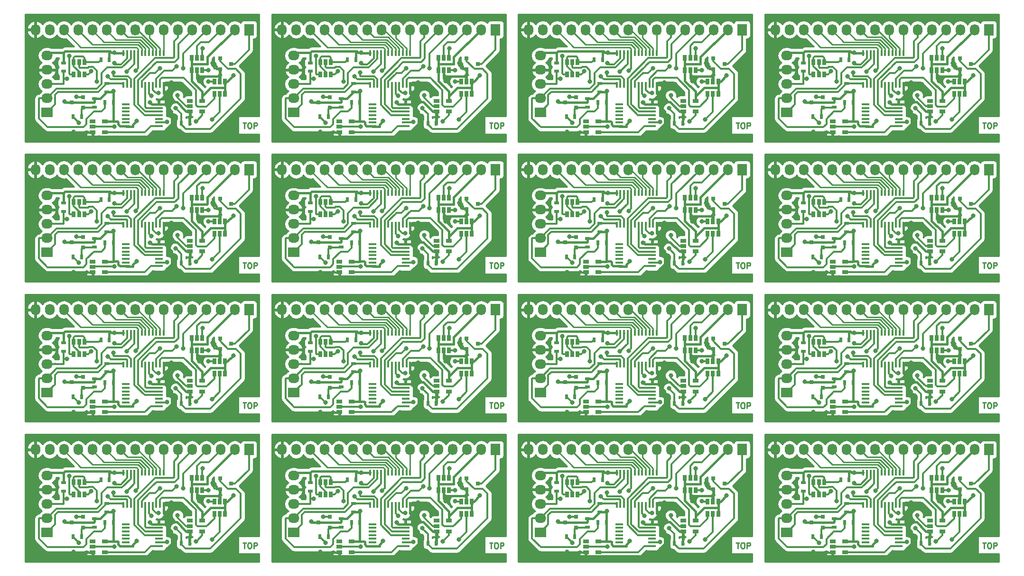
<source format=gbr>
G04 #@! TF.FileFunction,Copper,L1,Top,Signal*
%FSLAX46Y46*%
G04 Gerber Fmt 4.6, Leading zero omitted, Abs format (unit mm)*
G04 Created by KiCad (PCBNEW (2015-11-29 BZR 6336, Git 7b0d981)-product) date czw, 10 gru 2015, 08:29:52*
%MOMM*%
G01*
G04 APERTURE LIST*
%ADD10C,0.100000*%
%ADD11C,0.250000*%
%ADD12R,1.727200X2.032000*%
%ADD13O,1.727200X2.032000*%
%ADD14R,0.800100X0.800100*%
%ADD15R,1.060000X0.650000*%
%ADD16R,0.650000X1.060000*%
%ADD17R,0.500000X0.900000*%
%ADD18R,0.400000X1.100000*%
%ADD19R,0.900000X0.500000*%
%ADD20R,1.450000X0.450000*%
%ADD21R,2.032000X1.727200*%
%ADD22O,2.032000X1.727200*%
%ADD23C,0.812800*%
%ADD24C,0.350000*%
%ADD25C,0.450000*%
%ADD26C,0.254000*%
G04 APERTURE END LIST*
D10*
D11*
X208439676Y-131951581D02*
X209011105Y-131951581D01*
X208725390Y-132951581D02*
X208725390Y-131951581D01*
X209534914Y-131951581D02*
X209725391Y-131951581D01*
X209820629Y-131999200D01*
X209915867Y-132094438D01*
X209963486Y-132284914D01*
X209963486Y-132618248D01*
X209915867Y-132808724D01*
X209820629Y-132903962D01*
X209725391Y-132951581D01*
X209534914Y-132951581D01*
X209439676Y-132903962D01*
X209344438Y-132808724D01*
X209296819Y-132618248D01*
X209296819Y-132284914D01*
X209344438Y-132094438D01*
X209439676Y-131999200D01*
X209534914Y-131951581D01*
X210392057Y-132951581D02*
X210392057Y-131951581D01*
X210773010Y-131951581D01*
X210868248Y-131999200D01*
X210915867Y-132046819D01*
X210963486Y-132142057D01*
X210963486Y-132284914D01*
X210915867Y-132380152D01*
X210868248Y-132427771D01*
X210773010Y-132475390D01*
X210392057Y-132475390D01*
X164439676Y-131951581D02*
X165011105Y-131951581D01*
X164725390Y-132951581D02*
X164725390Y-131951581D01*
X165534914Y-131951581D02*
X165725391Y-131951581D01*
X165820629Y-131999200D01*
X165915867Y-132094438D01*
X165963486Y-132284914D01*
X165963486Y-132618248D01*
X165915867Y-132808724D01*
X165820629Y-132903962D01*
X165725391Y-132951581D01*
X165534914Y-132951581D01*
X165439676Y-132903962D01*
X165344438Y-132808724D01*
X165296819Y-132618248D01*
X165296819Y-132284914D01*
X165344438Y-132094438D01*
X165439676Y-131999200D01*
X165534914Y-131951581D01*
X166392057Y-132951581D02*
X166392057Y-131951581D01*
X166773010Y-131951581D01*
X166868248Y-131999200D01*
X166915867Y-132046819D01*
X166963486Y-132142057D01*
X166963486Y-132284914D01*
X166915867Y-132380152D01*
X166868248Y-132427771D01*
X166773010Y-132475390D01*
X166392057Y-132475390D01*
X120439676Y-131951581D02*
X121011105Y-131951581D01*
X120725390Y-132951581D02*
X120725390Y-131951581D01*
X121534914Y-131951581D02*
X121725391Y-131951581D01*
X121820629Y-131999200D01*
X121915867Y-132094438D01*
X121963486Y-132284914D01*
X121963486Y-132618248D01*
X121915867Y-132808724D01*
X121820629Y-132903962D01*
X121725391Y-132951581D01*
X121534914Y-132951581D01*
X121439676Y-132903962D01*
X121344438Y-132808724D01*
X121296819Y-132618248D01*
X121296819Y-132284914D01*
X121344438Y-132094438D01*
X121439676Y-131999200D01*
X121534914Y-131951581D01*
X122392057Y-132951581D02*
X122392057Y-131951581D01*
X122773010Y-131951581D01*
X122868248Y-131999200D01*
X122915867Y-132046819D01*
X122963486Y-132142057D01*
X122963486Y-132284914D01*
X122915867Y-132380152D01*
X122868248Y-132427771D01*
X122773010Y-132475390D01*
X122392057Y-132475390D01*
X76439676Y-131951581D02*
X77011105Y-131951581D01*
X76725390Y-132951581D02*
X76725390Y-131951581D01*
X77534914Y-131951581D02*
X77725391Y-131951581D01*
X77820629Y-131999200D01*
X77915867Y-132094438D01*
X77963486Y-132284914D01*
X77963486Y-132618248D01*
X77915867Y-132808724D01*
X77820629Y-132903962D01*
X77725391Y-132951581D01*
X77534914Y-132951581D01*
X77439676Y-132903962D01*
X77344438Y-132808724D01*
X77296819Y-132618248D01*
X77296819Y-132284914D01*
X77344438Y-132094438D01*
X77439676Y-131999200D01*
X77534914Y-131951581D01*
X78392057Y-132951581D02*
X78392057Y-131951581D01*
X78773010Y-131951581D01*
X78868248Y-131999200D01*
X78915867Y-132046819D01*
X78963486Y-132142057D01*
X78963486Y-132284914D01*
X78915867Y-132380152D01*
X78868248Y-132427771D01*
X78773010Y-132475390D01*
X78392057Y-132475390D01*
X208439676Y-106951581D02*
X209011105Y-106951581D01*
X208725390Y-107951581D02*
X208725390Y-106951581D01*
X209534914Y-106951581D02*
X209725391Y-106951581D01*
X209820629Y-106999200D01*
X209915867Y-107094438D01*
X209963486Y-107284914D01*
X209963486Y-107618248D01*
X209915867Y-107808724D01*
X209820629Y-107903962D01*
X209725391Y-107951581D01*
X209534914Y-107951581D01*
X209439676Y-107903962D01*
X209344438Y-107808724D01*
X209296819Y-107618248D01*
X209296819Y-107284914D01*
X209344438Y-107094438D01*
X209439676Y-106999200D01*
X209534914Y-106951581D01*
X210392057Y-107951581D02*
X210392057Y-106951581D01*
X210773010Y-106951581D01*
X210868248Y-106999200D01*
X210915867Y-107046819D01*
X210963486Y-107142057D01*
X210963486Y-107284914D01*
X210915867Y-107380152D01*
X210868248Y-107427771D01*
X210773010Y-107475390D01*
X210392057Y-107475390D01*
X164439676Y-106951581D02*
X165011105Y-106951581D01*
X164725390Y-107951581D02*
X164725390Y-106951581D01*
X165534914Y-106951581D02*
X165725391Y-106951581D01*
X165820629Y-106999200D01*
X165915867Y-107094438D01*
X165963486Y-107284914D01*
X165963486Y-107618248D01*
X165915867Y-107808724D01*
X165820629Y-107903962D01*
X165725391Y-107951581D01*
X165534914Y-107951581D01*
X165439676Y-107903962D01*
X165344438Y-107808724D01*
X165296819Y-107618248D01*
X165296819Y-107284914D01*
X165344438Y-107094438D01*
X165439676Y-106999200D01*
X165534914Y-106951581D01*
X166392057Y-107951581D02*
X166392057Y-106951581D01*
X166773010Y-106951581D01*
X166868248Y-106999200D01*
X166915867Y-107046819D01*
X166963486Y-107142057D01*
X166963486Y-107284914D01*
X166915867Y-107380152D01*
X166868248Y-107427771D01*
X166773010Y-107475390D01*
X166392057Y-107475390D01*
X120439676Y-106951581D02*
X121011105Y-106951581D01*
X120725390Y-107951581D02*
X120725390Y-106951581D01*
X121534914Y-106951581D02*
X121725391Y-106951581D01*
X121820629Y-106999200D01*
X121915867Y-107094438D01*
X121963486Y-107284914D01*
X121963486Y-107618248D01*
X121915867Y-107808724D01*
X121820629Y-107903962D01*
X121725391Y-107951581D01*
X121534914Y-107951581D01*
X121439676Y-107903962D01*
X121344438Y-107808724D01*
X121296819Y-107618248D01*
X121296819Y-107284914D01*
X121344438Y-107094438D01*
X121439676Y-106999200D01*
X121534914Y-106951581D01*
X122392057Y-107951581D02*
X122392057Y-106951581D01*
X122773010Y-106951581D01*
X122868248Y-106999200D01*
X122915867Y-107046819D01*
X122963486Y-107142057D01*
X122963486Y-107284914D01*
X122915867Y-107380152D01*
X122868248Y-107427771D01*
X122773010Y-107475390D01*
X122392057Y-107475390D01*
X76439676Y-106951581D02*
X77011105Y-106951581D01*
X76725390Y-107951581D02*
X76725390Y-106951581D01*
X77534914Y-106951581D02*
X77725391Y-106951581D01*
X77820629Y-106999200D01*
X77915867Y-107094438D01*
X77963486Y-107284914D01*
X77963486Y-107618248D01*
X77915867Y-107808724D01*
X77820629Y-107903962D01*
X77725391Y-107951581D01*
X77534914Y-107951581D01*
X77439676Y-107903962D01*
X77344438Y-107808724D01*
X77296819Y-107618248D01*
X77296819Y-107284914D01*
X77344438Y-107094438D01*
X77439676Y-106999200D01*
X77534914Y-106951581D01*
X78392057Y-107951581D02*
X78392057Y-106951581D01*
X78773010Y-106951581D01*
X78868248Y-106999200D01*
X78915867Y-107046819D01*
X78963486Y-107142057D01*
X78963486Y-107284914D01*
X78915867Y-107380152D01*
X78868248Y-107427771D01*
X78773010Y-107475390D01*
X78392057Y-107475390D01*
X208439676Y-81951581D02*
X209011105Y-81951581D01*
X208725390Y-82951581D02*
X208725390Y-81951581D01*
X209534914Y-81951581D02*
X209725391Y-81951581D01*
X209820629Y-81999200D01*
X209915867Y-82094438D01*
X209963486Y-82284914D01*
X209963486Y-82618248D01*
X209915867Y-82808724D01*
X209820629Y-82903962D01*
X209725391Y-82951581D01*
X209534914Y-82951581D01*
X209439676Y-82903962D01*
X209344438Y-82808724D01*
X209296819Y-82618248D01*
X209296819Y-82284914D01*
X209344438Y-82094438D01*
X209439676Y-81999200D01*
X209534914Y-81951581D01*
X210392057Y-82951581D02*
X210392057Y-81951581D01*
X210773010Y-81951581D01*
X210868248Y-81999200D01*
X210915867Y-82046819D01*
X210963486Y-82142057D01*
X210963486Y-82284914D01*
X210915867Y-82380152D01*
X210868248Y-82427771D01*
X210773010Y-82475390D01*
X210392057Y-82475390D01*
X164439676Y-81951581D02*
X165011105Y-81951581D01*
X164725390Y-82951581D02*
X164725390Y-81951581D01*
X165534914Y-81951581D02*
X165725391Y-81951581D01*
X165820629Y-81999200D01*
X165915867Y-82094438D01*
X165963486Y-82284914D01*
X165963486Y-82618248D01*
X165915867Y-82808724D01*
X165820629Y-82903962D01*
X165725391Y-82951581D01*
X165534914Y-82951581D01*
X165439676Y-82903962D01*
X165344438Y-82808724D01*
X165296819Y-82618248D01*
X165296819Y-82284914D01*
X165344438Y-82094438D01*
X165439676Y-81999200D01*
X165534914Y-81951581D01*
X166392057Y-82951581D02*
X166392057Y-81951581D01*
X166773010Y-81951581D01*
X166868248Y-81999200D01*
X166915867Y-82046819D01*
X166963486Y-82142057D01*
X166963486Y-82284914D01*
X166915867Y-82380152D01*
X166868248Y-82427771D01*
X166773010Y-82475390D01*
X166392057Y-82475390D01*
X120439676Y-81951581D02*
X121011105Y-81951581D01*
X120725390Y-82951581D02*
X120725390Y-81951581D01*
X121534914Y-81951581D02*
X121725391Y-81951581D01*
X121820629Y-81999200D01*
X121915867Y-82094438D01*
X121963486Y-82284914D01*
X121963486Y-82618248D01*
X121915867Y-82808724D01*
X121820629Y-82903962D01*
X121725391Y-82951581D01*
X121534914Y-82951581D01*
X121439676Y-82903962D01*
X121344438Y-82808724D01*
X121296819Y-82618248D01*
X121296819Y-82284914D01*
X121344438Y-82094438D01*
X121439676Y-81999200D01*
X121534914Y-81951581D01*
X122392057Y-82951581D02*
X122392057Y-81951581D01*
X122773010Y-81951581D01*
X122868248Y-81999200D01*
X122915867Y-82046819D01*
X122963486Y-82142057D01*
X122963486Y-82284914D01*
X122915867Y-82380152D01*
X122868248Y-82427771D01*
X122773010Y-82475390D01*
X122392057Y-82475390D01*
X76439676Y-81951581D02*
X77011105Y-81951581D01*
X76725390Y-82951581D02*
X76725390Y-81951581D01*
X77534914Y-81951581D02*
X77725391Y-81951581D01*
X77820629Y-81999200D01*
X77915867Y-82094438D01*
X77963486Y-82284914D01*
X77963486Y-82618248D01*
X77915867Y-82808724D01*
X77820629Y-82903962D01*
X77725391Y-82951581D01*
X77534914Y-82951581D01*
X77439676Y-82903962D01*
X77344438Y-82808724D01*
X77296819Y-82618248D01*
X77296819Y-82284914D01*
X77344438Y-82094438D01*
X77439676Y-81999200D01*
X77534914Y-81951581D01*
X78392057Y-82951581D02*
X78392057Y-81951581D01*
X78773010Y-81951581D01*
X78868248Y-81999200D01*
X78915867Y-82046819D01*
X78963486Y-82142057D01*
X78963486Y-82284914D01*
X78915867Y-82380152D01*
X78868248Y-82427771D01*
X78773010Y-82475390D01*
X78392057Y-82475390D01*
X208439676Y-56951581D02*
X209011105Y-56951581D01*
X208725390Y-57951581D02*
X208725390Y-56951581D01*
X209534914Y-56951581D02*
X209725391Y-56951581D01*
X209820629Y-56999200D01*
X209915867Y-57094438D01*
X209963486Y-57284914D01*
X209963486Y-57618248D01*
X209915867Y-57808724D01*
X209820629Y-57903962D01*
X209725391Y-57951581D01*
X209534914Y-57951581D01*
X209439676Y-57903962D01*
X209344438Y-57808724D01*
X209296819Y-57618248D01*
X209296819Y-57284914D01*
X209344438Y-57094438D01*
X209439676Y-56999200D01*
X209534914Y-56951581D01*
X210392057Y-57951581D02*
X210392057Y-56951581D01*
X210773010Y-56951581D01*
X210868248Y-56999200D01*
X210915867Y-57046819D01*
X210963486Y-57142057D01*
X210963486Y-57284914D01*
X210915867Y-57380152D01*
X210868248Y-57427771D01*
X210773010Y-57475390D01*
X210392057Y-57475390D01*
X164439676Y-56951581D02*
X165011105Y-56951581D01*
X164725390Y-57951581D02*
X164725390Y-56951581D01*
X165534914Y-56951581D02*
X165725391Y-56951581D01*
X165820629Y-56999200D01*
X165915867Y-57094438D01*
X165963486Y-57284914D01*
X165963486Y-57618248D01*
X165915867Y-57808724D01*
X165820629Y-57903962D01*
X165725391Y-57951581D01*
X165534914Y-57951581D01*
X165439676Y-57903962D01*
X165344438Y-57808724D01*
X165296819Y-57618248D01*
X165296819Y-57284914D01*
X165344438Y-57094438D01*
X165439676Y-56999200D01*
X165534914Y-56951581D01*
X166392057Y-57951581D02*
X166392057Y-56951581D01*
X166773010Y-56951581D01*
X166868248Y-56999200D01*
X166915867Y-57046819D01*
X166963486Y-57142057D01*
X166963486Y-57284914D01*
X166915867Y-57380152D01*
X166868248Y-57427771D01*
X166773010Y-57475390D01*
X166392057Y-57475390D01*
X120439676Y-56951581D02*
X121011105Y-56951581D01*
X120725390Y-57951581D02*
X120725390Y-56951581D01*
X121534914Y-56951581D02*
X121725391Y-56951581D01*
X121820629Y-56999200D01*
X121915867Y-57094438D01*
X121963486Y-57284914D01*
X121963486Y-57618248D01*
X121915867Y-57808724D01*
X121820629Y-57903962D01*
X121725391Y-57951581D01*
X121534914Y-57951581D01*
X121439676Y-57903962D01*
X121344438Y-57808724D01*
X121296819Y-57618248D01*
X121296819Y-57284914D01*
X121344438Y-57094438D01*
X121439676Y-56999200D01*
X121534914Y-56951581D01*
X122392057Y-57951581D02*
X122392057Y-56951581D01*
X122773010Y-56951581D01*
X122868248Y-56999200D01*
X122915867Y-57046819D01*
X122963486Y-57142057D01*
X122963486Y-57284914D01*
X122915867Y-57380152D01*
X122868248Y-57427771D01*
X122773010Y-57475390D01*
X122392057Y-57475390D01*
X76439676Y-56951581D02*
X77011105Y-56951581D01*
X76725390Y-57951581D02*
X76725390Y-56951581D01*
X77534914Y-56951581D02*
X77725391Y-56951581D01*
X77820629Y-56999200D01*
X77915867Y-57094438D01*
X77963486Y-57284914D01*
X77963486Y-57618248D01*
X77915867Y-57808724D01*
X77820629Y-57903962D01*
X77725391Y-57951581D01*
X77534914Y-57951581D01*
X77439676Y-57903962D01*
X77344438Y-57808724D01*
X77296819Y-57618248D01*
X77296819Y-57284914D01*
X77344438Y-57094438D01*
X77439676Y-56999200D01*
X77534914Y-56951581D01*
X78392057Y-57951581D02*
X78392057Y-56951581D01*
X78773010Y-56951581D01*
X78868248Y-56999200D01*
X78915867Y-57046819D01*
X78963486Y-57142057D01*
X78963486Y-57284914D01*
X78915867Y-57380152D01*
X78868248Y-57427771D01*
X78773010Y-57475390D01*
X78392057Y-57475390D01*
D12*
X209507274Y-115324762D03*
D13*
X206967274Y-115324762D03*
X204427274Y-115324762D03*
X201887274Y-115324762D03*
X199347274Y-115324762D03*
X196807274Y-115324762D03*
X194267274Y-115324762D03*
X191727274Y-115324762D03*
X189187274Y-115324762D03*
X186647274Y-115324762D03*
X184107274Y-115324762D03*
X181567274Y-115324762D03*
X179027274Y-115324762D03*
X176487274Y-115324762D03*
X173947274Y-115324762D03*
X171407274Y-115324762D03*
D12*
X165507274Y-115324762D03*
D13*
X162967274Y-115324762D03*
X160427274Y-115324762D03*
X157887274Y-115324762D03*
X155347274Y-115324762D03*
X152807274Y-115324762D03*
X150267274Y-115324762D03*
X147727274Y-115324762D03*
X145187274Y-115324762D03*
X142647274Y-115324762D03*
X140107274Y-115324762D03*
X137567274Y-115324762D03*
X135027274Y-115324762D03*
X132487274Y-115324762D03*
X129947274Y-115324762D03*
X127407274Y-115324762D03*
D12*
X121507274Y-115324762D03*
D13*
X118967274Y-115324762D03*
X116427274Y-115324762D03*
X113887274Y-115324762D03*
X111347274Y-115324762D03*
X108807274Y-115324762D03*
X106267274Y-115324762D03*
X103727274Y-115324762D03*
X101187274Y-115324762D03*
X98647274Y-115324762D03*
X96107274Y-115324762D03*
X93567274Y-115324762D03*
X91027274Y-115324762D03*
X88487274Y-115324762D03*
X85947274Y-115324762D03*
X83407274Y-115324762D03*
D12*
X77507274Y-115324762D03*
D13*
X74967274Y-115324762D03*
X72427274Y-115324762D03*
X69887274Y-115324762D03*
X67347274Y-115324762D03*
X64807274Y-115324762D03*
X62267274Y-115324762D03*
X59727274Y-115324762D03*
X57187274Y-115324762D03*
X54647274Y-115324762D03*
X52107274Y-115324762D03*
X49567274Y-115324762D03*
X47027274Y-115324762D03*
X44487274Y-115324762D03*
X41947274Y-115324762D03*
X39407274Y-115324762D03*
D12*
X209507274Y-90324762D03*
D13*
X206967274Y-90324762D03*
X204427274Y-90324762D03*
X201887274Y-90324762D03*
X199347274Y-90324762D03*
X196807274Y-90324762D03*
X194267274Y-90324762D03*
X191727274Y-90324762D03*
X189187274Y-90324762D03*
X186647274Y-90324762D03*
X184107274Y-90324762D03*
X181567274Y-90324762D03*
X179027274Y-90324762D03*
X176487274Y-90324762D03*
X173947274Y-90324762D03*
X171407274Y-90324762D03*
D12*
X165507274Y-90324762D03*
D13*
X162967274Y-90324762D03*
X160427274Y-90324762D03*
X157887274Y-90324762D03*
X155347274Y-90324762D03*
X152807274Y-90324762D03*
X150267274Y-90324762D03*
X147727274Y-90324762D03*
X145187274Y-90324762D03*
X142647274Y-90324762D03*
X140107274Y-90324762D03*
X137567274Y-90324762D03*
X135027274Y-90324762D03*
X132487274Y-90324762D03*
X129947274Y-90324762D03*
X127407274Y-90324762D03*
D12*
X121507274Y-90324762D03*
D13*
X118967274Y-90324762D03*
X116427274Y-90324762D03*
X113887274Y-90324762D03*
X111347274Y-90324762D03*
X108807274Y-90324762D03*
X106267274Y-90324762D03*
X103727274Y-90324762D03*
X101187274Y-90324762D03*
X98647274Y-90324762D03*
X96107274Y-90324762D03*
X93567274Y-90324762D03*
X91027274Y-90324762D03*
X88487274Y-90324762D03*
X85947274Y-90324762D03*
X83407274Y-90324762D03*
D12*
X77507274Y-90324762D03*
D13*
X74967274Y-90324762D03*
X72427274Y-90324762D03*
X69887274Y-90324762D03*
X67347274Y-90324762D03*
X64807274Y-90324762D03*
X62267274Y-90324762D03*
X59727274Y-90324762D03*
X57187274Y-90324762D03*
X54647274Y-90324762D03*
X52107274Y-90324762D03*
X49567274Y-90324762D03*
X47027274Y-90324762D03*
X44487274Y-90324762D03*
X41947274Y-90324762D03*
X39407274Y-90324762D03*
D12*
X209507274Y-65324762D03*
D13*
X206967274Y-65324762D03*
X204427274Y-65324762D03*
X201887274Y-65324762D03*
X199347274Y-65324762D03*
X196807274Y-65324762D03*
X194267274Y-65324762D03*
X191727274Y-65324762D03*
X189187274Y-65324762D03*
X186647274Y-65324762D03*
X184107274Y-65324762D03*
X181567274Y-65324762D03*
X179027274Y-65324762D03*
X176487274Y-65324762D03*
X173947274Y-65324762D03*
X171407274Y-65324762D03*
D12*
X165507274Y-65324762D03*
D13*
X162967274Y-65324762D03*
X160427274Y-65324762D03*
X157887274Y-65324762D03*
X155347274Y-65324762D03*
X152807274Y-65324762D03*
X150267274Y-65324762D03*
X147727274Y-65324762D03*
X145187274Y-65324762D03*
X142647274Y-65324762D03*
X140107274Y-65324762D03*
X137567274Y-65324762D03*
X135027274Y-65324762D03*
X132487274Y-65324762D03*
X129947274Y-65324762D03*
X127407274Y-65324762D03*
D12*
X121507274Y-65324762D03*
D13*
X118967274Y-65324762D03*
X116427274Y-65324762D03*
X113887274Y-65324762D03*
X111347274Y-65324762D03*
X108807274Y-65324762D03*
X106267274Y-65324762D03*
X103727274Y-65324762D03*
X101187274Y-65324762D03*
X98647274Y-65324762D03*
X96107274Y-65324762D03*
X93567274Y-65324762D03*
X91027274Y-65324762D03*
X88487274Y-65324762D03*
X85947274Y-65324762D03*
X83407274Y-65324762D03*
D12*
X77507274Y-65324762D03*
D13*
X74967274Y-65324762D03*
X72427274Y-65324762D03*
X69887274Y-65324762D03*
X67347274Y-65324762D03*
X64807274Y-65324762D03*
X62267274Y-65324762D03*
X59727274Y-65324762D03*
X57187274Y-65324762D03*
X54647274Y-65324762D03*
X52107274Y-65324762D03*
X49567274Y-65324762D03*
X47027274Y-65324762D03*
X44487274Y-65324762D03*
X41947274Y-65324762D03*
X39407274Y-65324762D03*
D12*
X209507274Y-40324762D03*
D13*
X206967274Y-40324762D03*
X204427274Y-40324762D03*
X201887274Y-40324762D03*
X199347274Y-40324762D03*
X196807274Y-40324762D03*
X194267274Y-40324762D03*
X191727274Y-40324762D03*
X189187274Y-40324762D03*
X186647274Y-40324762D03*
X184107274Y-40324762D03*
X181567274Y-40324762D03*
X179027274Y-40324762D03*
X176487274Y-40324762D03*
X173947274Y-40324762D03*
X171407274Y-40324762D03*
D12*
X165507274Y-40324762D03*
D13*
X162967274Y-40324762D03*
X160427274Y-40324762D03*
X157887274Y-40324762D03*
X155347274Y-40324762D03*
X152807274Y-40324762D03*
X150267274Y-40324762D03*
X147727274Y-40324762D03*
X145187274Y-40324762D03*
X142647274Y-40324762D03*
X140107274Y-40324762D03*
X137567274Y-40324762D03*
X135027274Y-40324762D03*
X132487274Y-40324762D03*
X129947274Y-40324762D03*
X127407274Y-40324762D03*
D12*
X121507274Y-40324762D03*
D13*
X118967274Y-40324762D03*
X116427274Y-40324762D03*
X113887274Y-40324762D03*
X111347274Y-40324762D03*
X108807274Y-40324762D03*
X106267274Y-40324762D03*
X103727274Y-40324762D03*
X101187274Y-40324762D03*
X98647274Y-40324762D03*
X96107274Y-40324762D03*
X93567274Y-40324762D03*
X91027274Y-40324762D03*
X88487274Y-40324762D03*
X85947274Y-40324762D03*
X83407274Y-40324762D03*
D14*
X204356514Y-120474762D03*
X204356514Y-122374762D03*
X206355494Y-121424762D03*
X160356514Y-120474762D03*
X160356514Y-122374762D03*
X162355494Y-121424762D03*
X116356514Y-120474762D03*
X116356514Y-122374762D03*
X118355494Y-121424762D03*
X72356514Y-120474762D03*
X72356514Y-122374762D03*
X74355494Y-121424762D03*
X204356514Y-95474762D03*
X204356514Y-97374762D03*
X206355494Y-96424762D03*
X160356514Y-95474762D03*
X160356514Y-97374762D03*
X162355494Y-96424762D03*
X116356514Y-95474762D03*
X116356514Y-97374762D03*
X118355494Y-96424762D03*
X72356514Y-95474762D03*
X72356514Y-97374762D03*
X74355494Y-96424762D03*
X204356514Y-70474762D03*
X204356514Y-72374762D03*
X206355494Y-71424762D03*
X160356514Y-70474762D03*
X160356514Y-72374762D03*
X162355494Y-71424762D03*
X116356514Y-70474762D03*
X116356514Y-72374762D03*
X118355494Y-71424762D03*
X72356514Y-70474762D03*
X72356514Y-72374762D03*
X74355494Y-71424762D03*
X204356514Y-45474762D03*
X204356514Y-47374762D03*
X206355494Y-46424762D03*
X160356514Y-45474762D03*
X160356514Y-47374762D03*
X162355494Y-46424762D03*
X116356514Y-45474762D03*
X116356514Y-47374762D03*
X118355494Y-46424762D03*
D15*
X199007274Y-128024762D03*
X199007274Y-128974762D03*
X199007274Y-129924762D03*
X201207274Y-129924762D03*
X201207274Y-128024762D03*
X155007274Y-128024762D03*
X155007274Y-128974762D03*
X155007274Y-129924762D03*
X157207274Y-129924762D03*
X157207274Y-128024762D03*
X111007274Y-128024762D03*
X111007274Y-128974762D03*
X111007274Y-129924762D03*
X113207274Y-129924762D03*
X113207274Y-128024762D03*
X67007274Y-128024762D03*
X67007274Y-128974762D03*
X67007274Y-129924762D03*
X69207274Y-129924762D03*
X69207274Y-128024762D03*
X199007274Y-103024762D03*
X199007274Y-103974762D03*
X199007274Y-104924762D03*
X201207274Y-104924762D03*
X201207274Y-103024762D03*
X155007274Y-103024762D03*
X155007274Y-103974762D03*
X155007274Y-104924762D03*
X157207274Y-104924762D03*
X157207274Y-103024762D03*
X111007274Y-103024762D03*
X111007274Y-103974762D03*
X111007274Y-104924762D03*
X113207274Y-104924762D03*
X113207274Y-103024762D03*
X67007274Y-103024762D03*
X67007274Y-103974762D03*
X67007274Y-104924762D03*
X69207274Y-104924762D03*
X69207274Y-103024762D03*
X199007274Y-78024762D03*
X199007274Y-78974762D03*
X199007274Y-79924762D03*
X201207274Y-79924762D03*
X201207274Y-78024762D03*
X155007274Y-78024762D03*
X155007274Y-78974762D03*
X155007274Y-79924762D03*
X157207274Y-79924762D03*
X157207274Y-78024762D03*
X111007274Y-78024762D03*
X111007274Y-78974762D03*
X111007274Y-79924762D03*
X113207274Y-79924762D03*
X113207274Y-78024762D03*
X67007274Y-78024762D03*
X67007274Y-78974762D03*
X67007274Y-79924762D03*
X69207274Y-79924762D03*
X69207274Y-78024762D03*
X199007274Y-53024762D03*
X199007274Y-53974762D03*
X199007274Y-54924762D03*
X201207274Y-54924762D03*
X201207274Y-53024762D03*
X155007274Y-53024762D03*
X155007274Y-53974762D03*
X155007274Y-54924762D03*
X157207274Y-54924762D03*
X157207274Y-53024762D03*
X111007274Y-53024762D03*
X111007274Y-53974762D03*
X111007274Y-54924762D03*
X113207274Y-54924762D03*
X113207274Y-53024762D03*
D16*
X199307274Y-122574762D03*
X200257274Y-122574762D03*
X201207274Y-122574762D03*
X201207274Y-120374762D03*
X199307274Y-120374762D03*
X200257274Y-120374762D03*
X155307274Y-122574762D03*
X156257274Y-122574762D03*
X157207274Y-122574762D03*
X157207274Y-120374762D03*
X155307274Y-120374762D03*
X156257274Y-120374762D03*
X111307274Y-122574762D03*
X112257274Y-122574762D03*
X113207274Y-122574762D03*
X113207274Y-120374762D03*
X111307274Y-120374762D03*
X112257274Y-120374762D03*
X67307274Y-122574762D03*
X68257274Y-122574762D03*
X69207274Y-122574762D03*
X69207274Y-120374762D03*
X67307274Y-120374762D03*
X68257274Y-120374762D03*
X199307274Y-97574762D03*
X200257274Y-97574762D03*
X201207274Y-97574762D03*
X201207274Y-95374762D03*
X199307274Y-95374762D03*
X200257274Y-95374762D03*
X155307274Y-97574762D03*
X156257274Y-97574762D03*
X157207274Y-97574762D03*
X157207274Y-95374762D03*
X155307274Y-95374762D03*
X156257274Y-95374762D03*
X111307274Y-97574762D03*
X112257274Y-97574762D03*
X113207274Y-97574762D03*
X113207274Y-95374762D03*
X111307274Y-95374762D03*
X112257274Y-95374762D03*
X67307274Y-97574762D03*
X68257274Y-97574762D03*
X69207274Y-97574762D03*
X69207274Y-95374762D03*
X67307274Y-95374762D03*
X68257274Y-95374762D03*
X199307274Y-72574762D03*
X200257274Y-72574762D03*
X201207274Y-72574762D03*
X201207274Y-70374762D03*
X199307274Y-70374762D03*
X200257274Y-70374762D03*
X155307274Y-72574762D03*
X156257274Y-72574762D03*
X157207274Y-72574762D03*
X157207274Y-70374762D03*
X155307274Y-70374762D03*
X156257274Y-70374762D03*
X111307274Y-72574762D03*
X112257274Y-72574762D03*
X113207274Y-72574762D03*
X113207274Y-70374762D03*
X111307274Y-70374762D03*
X112257274Y-70374762D03*
X67307274Y-72574762D03*
X68257274Y-72574762D03*
X69207274Y-72574762D03*
X69207274Y-70374762D03*
X67307274Y-70374762D03*
X68257274Y-70374762D03*
X199307274Y-47574762D03*
X200257274Y-47574762D03*
X201207274Y-47574762D03*
X201207274Y-45374762D03*
X199307274Y-45374762D03*
X200257274Y-45374762D03*
X155307274Y-47574762D03*
X156257274Y-47574762D03*
X157207274Y-47574762D03*
X157207274Y-45374762D03*
X155307274Y-45374762D03*
X156257274Y-45374762D03*
X111307274Y-47574762D03*
X112257274Y-47574762D03*
X113207274Y-47574762D03*
X113207274Y-45374762D03*
X111307274Y-45374762D03*
X112257274Y-45374762D03*
X205257274Y-124574762D03*
X204307274Y-124574762D03*
X203357274Y-124574762D03*
X203357274Y-126774762D03*
X205257274Y-126774762D03*
X204307274Y-126774762D03*
X161257274Y-124574762D03*
X160307274Y-124574762D03*
X159357274Y-124574762D03*
X159357274Y-126774762D03*
X161257274Y-126774762D03*
X160307274Y-126774762D03*
X117257274Y-124574762D03*
X116307274Y-124574762D03*
X115357274Y-124574762D03*
X115357274Y-126774762D03*
X117257274Y-126774762D03*
X116307274Y-126774762D03*
X73257274Y-124574762D03*
X72307274Y-124574762D03*
X71357274Y-124574762D03*
X71357274Y-126774762D03*
X73257274Y-126774762D03*
X72307274Y-126774762D03*
X205257274Y-99574762D03*
X204307274Y-99574762D03*
X203357274Y-99574762D03*
X203357274Y-101774762D03*
X205257274Y-101774762D03*
X204307274Y-101774762D03*
X161257274Y-99574762D03*
X160307274Y-99574762D03*
X159357274Y-99574762D03*
X159357274Y-101774762D03*
X161257274Y-101774762D03*
X160307274Y-101774762D03*
X117257274Y-99574762D03*
X116307274Y-99574762D03*
X115357274Y-99574762D03*
X115357274Y-101774762D03*
X117257274Y-101774762D03*
X116307274Y-101774762D03*
X73257274Y-99574762D03*
X72307274Y-99574762D03*
X71357274Y-99574762D03*
X71357274Y-101774762D03*
X73257274Y-101774762D03*
X72307274Y-101774762D03*
X205257274Y-74574762D03*
X204307274Y-74574762D03*
X203357274Y-74574762D03*
X203357274Y-76774762D03*
X205257274Y-76774762D03*
X204307274Y-76774762D03*
X161257274Y-74574762D03*
X160307274Y-74574762D03*
X159357274Y-74574762D03*
X159357274Y-76774762D03*
X161257274Y-76774762D03*
X160307274Y-76774762D03*
X117257274Y-74574762D03*
X116307274Y-74574762D03*
X115357274Y-74574762D03*
X115357274Y-76774762D03*
X117257274Y-76774762D03*
X116307274Y-76774762D03*
X73257274Y-74574762D03*
X72307274Y-74574762D03*
X71357274Y-74574762D03*
X71357274Y-76774762D03*
X73257274Y-76774762D03*
X72307274Y-76774762D03*
X205257274Y-49574762D03*
X204307274Y-49574762D03*
X203357274Y-49574762D03*
X203357274Y-51774762D03*
X205257274Y-51774762D03*
X204307274Y-51774762D03*
X161257274Y-49574762D03*
X160307274Y-49574762D03*
X159357274Y-49574762D03*
X159357274Y-51774762D03*
X161257274Y-51774762D03*
X160307274Y-51774762D03*
X117257274Y-49574762D03*
X116307274Y-49574762D03*
X115357274Y-49574762D03*
X115357274Y-51774762D03*
X117257274Y-51774762D03*
X116307274Y-51774762D03*
D17*
X197449200Y-132049200D03*
X198949200Y-132049200D03*
X153449200Y-132049200D03*
X154949200Y-132049200D03*
X109449200Y-132049200D03*
X110949200Y-132049200D03*
X65449200Y-132049200D03*
X66949200Y-132049200D03*
X197449200Y-107049200D03*
X198949200Y-107049200D03*
X153449200Y-107049200D03*
X154949200Y-107049200D03*
X109449200Y-107049200D03*
X110949200Y-107049200D03*
X65449200Y-107049200D03*
X66949200Y-107049200D03*
X197449200Y-82049200D03*
X198949200Y-82049200D03*
X153449200Y-82049200D03*
X154949200Y-82049200D03*
X109449200Y-82049200D03*
X110949200Y-82049200D03*
X65449200Y-82049200D03*
X66949200Y-82049200D03*
X197449200Y-57049200D03*
X198949200Y-57049200D03*
X153449200Y-57049200D03*
X154949200Y-57049200D03*
X109449200Y-57049200D03*
X110949200Y-57049200D03*
D15*
X181649200Y-131724200D03*
X181649200Y-132674200D03*
X181649200Y-133624200D03*
X183849200Y-133624200D03*
X183849200Y-131724200D03*
X137649200Y-131724200D03*
X137649200Y-132674200D03*
X137649200Y-133624200D03*
X139849200Y-133624200D03*
X139849200Y-131724200D03*
X93649200Y-131724200D03*
X93649200Y-132674200D03*
X93649200Y-133624200D03*
X95849200Y-133624200D03*
X95849200Y-131724200D03*
X49649200Y-131724200D03*
X49649200Y-132674200D03*
X49649200Y-133624200D03*
X51849200Y-133624200D03*
X51849200Y-131724200D03*
X181649200Y-106724200D03*
X181649200Y-107674200D03*
X181649200Y-108624200D03*
X183849200Y-108624200D03*
X183849200Y-106724200D03*
X137649200Y-106724200D03*
X137649200Y-107674200D03*
X137649200Y-108624200D03*
X139849200Y-108624200D03*
X139849200Y-106724200D03*
X93649200Y-106724200D03*
X93649200Y-107674200D03*
X93649200Y-108624200D03*
X95849200Y-108624200D03*
X95849200Y-106724200D03*
X49649200Y-106724200D03*
X49649200Y-107674200D03*
X49649200Y-108624200D03*
X51849200Y-108624200D03*
X51849200Y-106724200D03*
X181649200Y-81724200D03*
X181649200Y-82674200D03*
X181649200Y-83624200D03*
X183849200Y-83624200D03*
X183849200Y-81724200D03*
X137649200Y-81724200D03*
X137649200Y-82674200D03*
X137649200Y-83624200D03*
X139849200Y-83624200D03*
X139849200Y-81724200D03*
X93649200Y-81724200D03*
X93649200Y-82674200D03*
X93649200Y-83624200D03*
X95849200Y-83624200D03*
X95849200Y-81724200D03*
X49649200Y-81724200D03*
X49649200Y-82674200D03*
X49649200Y-83624200D03*
X51849200Y-83624200D03*
X51849200Y-81724200D03*
X181649200Y-56724200D03*
X181649200Y-57674200D03*
X181649200Y-58624200D03*
X183849200Y-58624200D03*
X183849200Y-56724200D03*
X137649200Y-56724200D03*
X137649200Y-57674200D03*
X137649200Y-58624200D03*
X139849200Y-58624200D03*
X139849200Y-56724200D03*
X93649200Y-56724200D03*
X93649200Y-57674200D03*
X93649200Y-58624200D03*
X95849200Y-58624200D03*
X95849200Y-56724200D03*
D18*
X187132274Y-125174762D03*
X187782274Y-125174762D03*
X188432274Y-125174762D03*
X189082274Y-125174762D03*
X189732274Y-125174762D03*
X190382274Y-125174762D03*
X191032274Y-125174762D03*
X191682274Y-125174762D03*
X192332274Y-125174762D03*
X192982274Y-125174762D03*
X193632274Y-125174762D03*
X194282274Y-125174762D03*
X194282274Y-119474762D03*
X193632274Y-119474762D03*
X192982274Y-119474762D03*
X192332274Y-119474762D03*
X191682274Y-119474762D03*
X191032274Y-119474762D03*
X190382274Y-119474762D03*
X189732274Y-119474762D03*
X189082274Y-119474762D03*
X188432274Y-119474762D03*
X187782274Y-119474762D03*
X187132274Y-119474762D03*
X143132274Y-125174762D03*
X143782274Y-125174762D03*
X144432274Y-125174762D03*
X145082274Y-125174762D03*
X145732274Y-125174762D03*
X146382274Y-125174762D03*
X147032274Y-125174762D03*
X147682274Y-125174762D03*
X148332274Y-125174762D03*
X148982274Y-125174762D03*
X149632274Y-125174762D03*
X150282274Y-125174762D03*
X150282274Y-119474762D03*
X149632274Y-119474762D03*
X148982274Y-119474762D03*
X148332274Y-119474762D03*
X147682274Y-119474762D03*
X147032274Y-119474762D03*
X146382274Y-119474762D03*
X145732274Y-119474762D03*
X145082274Y-119474762D03*
X144432274Y-119474762D03*
X143782274Y-119474762D03*
X143132274Y-119474762D03*
X99132274Y-125174762D03*
X99782274Y-125174762D03*
X100432274Y-125174762D03*
X101082274Y-125174762D03*
X101732274Y-125174762D03*
X102382274Y-125174762D03*
X103032274Y-125174762D03*
X103682274Y-125174762D03*
X104332274Y-125174762D03*
X104982274Y-125174762D03*
X105632274Y-125174762D03*
X106282274Y-125174762D03*
X106282274Y-119474762D03*
X105632274Y-119474762D03*
X104982274Y-119474762D03*
X104332274Y-119474762D03*
X103682274Y-119474762D03*
X103032274Y-119474762D03*
X102382274Y-119474762D03*
X101732274Y-119474762D03*
X101082274Y-119474762D03*
X100432274Y-119474762D03*
X99782274Y-119474762D03*
X99132274Y-119474762D03*
X55132274Y-125174762D03*
X55782274Y-125174762D03*
X56432274Y-125174762D03*
X57082274Y-125174762D03*
X57732274Y-125174762D03*
X58382274Y-125174762D03*
X59032274Y-125174762D03*
X59682274Y-125174762D03*
X60332274Y-125174762D03*
X60982274Y-125174762D03*
X61632274Y-125174762D03*
X62282274Y-125174762D03*
X62282274Y-119474762D03*
X61632274Y-119474762D03*
X60982274Y-119474762D03*
X60332274Y-119474762D03*
X59682274Y-119474762D03*
X59032274Y-119474762D03*
X58382274Y-119474762D03*
X57732274Y-119474762D03*
X57082274Y-119474762D03*
X56432274Y-119474762D03*
X55782274Y-119474762D03*
X55132274Y-119474762D03*
X187132274Y-100174762D03*
X187782274Y-100174762D03*
X188432274Y-100174762D03*
X189082274Y-100174762D03*
X189732274Y-100174762D03*
X190382274Y-100174762D03*
X191032274Y-100174762D03*
X191682274Y-100174762D03*
X192332274Y-100174762D03*
X192982274Y-100174762D03*
X193632274Y-100174762D03*
X194282274Y-100174762D03*
X194282274Y-94474762D03*
X193632274Y-94474762D03*
X192982274Y-94474762D03*
X192332274Y-94474762D03*
X191682274Y-94474762D03*
X191032274Y-94474762D03*
X190382274Y-94474762D03*
X189732274Y-94474762D03*
X189082274Y-94474762D03*
X188432274Y-94474762D03*
X187782274Y-94474762D03*
X187132274Y-94474762D03*
X143132274Y-100174762D03*
X143782274Y-100174762D03*
X144432274Y-100174762D03*
X145082274Y-100174762D03*
X145732274Y-100174762D03*
X146382274Y-100174762D03*
X147032274Y-100174762D03*
X147682274Y-100174762D03*
X148332274Y-100174762D03*
X148982274Y-100174762D03*
X149632274Y-100174762D03*
X150282274Y-100174762D03*
X150282274Y-94474762D03*
X149632274Y-94474762D03*
X148982274Y-94474762D03*
X148332274Y-94474762D03*
X147682274Y-94474762D03*
X147032274Y-94474762D03*
X146382274Y-94474762D03*
X145732274Y-94474762D03*
X145082274Y-94474762D03*
X144432274Y-94474762D03*
X143782274Y-94474762D03*
X143132274Y-94474762D03*
X99132274Y-100174762D03*
X99782274Y-100174762D03*
X100432274Y-100174762D03*
X101082274Y-100174762D03*
X101732274Y-100174762D03*
X102382274Y-100174762D03*
X103032274Y-100174762D03*
X103682274Y-100174762D03*
X104332274Y-100174762D03*
X104982274Y-100174762D03*
X105632274Y-100174762D03*
X106282274Y-100174762D03*
X106282274Y-94474762D03*
X105632274Y-94474762D03*
X104982274Y-94474762D03*
X104332274Y-94474762D03*
X103682274Y-94474762D03*
X103032274Y-94474762D03*
X102382274Y-94474762D03*
X101732274Y-94474762D03*
X101082274Y-94474762D03*
X100432274Y-94474762D03*
X99782274Y-94474762D03*
X99132274Y-94474762D03*
X55132274Y-100174762D03*
X55782274Y-100174762D03*
X56432274Y-100174762D03*
X57082274Y-100174762D03*
X57732274Y-100174762D03*
X58382274Y-100174762D03*
X59032274Y-100174762D03*
X59682274Y-100174762D03*
X60332274Y-100174762D03*
X60982274Y-100174762D03*
X61632274Y-100174762D03*
X62282274Y-100174762D03*
X62282274Y-94474762D03*
X61632274Y-94474762D03*
X60982274Y-94474762D03*
X60332274Y-94474762D03*
X59682274Y-94474762D03*
X59032274Y-94474762D03*
X58382274Y-94474762D03*
X57732274Y-94474762D03*
X57082274Y-94474762D03*
X56432274Y-94474762D03*
X55782274Y-94474762D03*
X55132274Y-94474762D03*
X187132274Y-75174762D03*
X187782274Y-75174762D03*
X188432274Y-75174762D03*
X189082274Y-75174762D03*
X189732274Y-75174762D03*
X190382274Y-75174762D03*
X191032274Y-75174762D03*
X191682274Y-75174762D03*
X192332274Y-75174762D03*
X192982274Y-75174762D03*
X193632274Y-75174762D03*
X194282274Y-75174762D03*
X194282274Y-69474762D03*
X193632274Y-69474762D03*
X192982274Y-69474762D03*
X192332274Y-69474762D03*
X191682274Y-69474762D03*
X191032274Y-69474762D03*
X190382274Y-69474762D03*
X189732274Y-69474762D03*
X189082274Y-69474762D03*
X188432274Y-69474762D03*
X187782274Y-69474762D03*
X187132274Y-69474762D03*
X143132274Y-75174762D03*
X143782274Y-75174762D03*
X144432274Y-75174762D03*
X145082274Y-75174762D03*
X145732274Y-75174762D03*
X146382274Y-75174762D03*
X147032274Y-75174762D03*
X147682274Y-75174762D03*
X148332274Y-75174762D03*
X148982274Y-75174762D03*
X149632274Y-75174762D03*
X150282274Y-75174762D03*
X150282274Y-69474762D03*
X149632274Y-69474762D03*
X148982274Y-69474762D03*
X148332274Y-69474762D03*
X147682274Y-69474762D03*
X147032274Y-69474762D03*
X146382274Y-69474762D03*
X145732274Y-69474762D03*
X145082274Y-69474762D03*
X144432274Y-69474762D03*
X143782274Y-69474762D03*
X143132274Y-69474762D03*
X99132274Y-75174762D03*
X99782274Y-75174762D03*
X100432274Y-75174762D03*
X101082274Y-75174762D03*
X101732274Y-75174762D03*
X102382274Y-75174762D03*
X103032274Y-75174762D03*
X103682274Y-75174762D03*
X104332274Y-75174762D03*
X104982274Y-75174762D03*
X105632274Y-75174762D03*
X106282274Y-75174762D03*
X106282274Y-69474762D03*
X105632274Y-69474762D03*
X104982274Y-69474762D03*
X104332274Y-69474762D03*
X103682274Y-69474762D03*
X103032274Y-69474762D03*
X102382274Y-69474762D03*
X101732274Y-69474762D03*
X101082274Y-69474762D03*
X100432274Y-69474762D03*
X99782274Y-69474762D03*
X99132274Y-69474762D03*
X55132274Y-75174762D03*
X55782274Y-75174762D03*
X56432274Y-75174762D03*
X57082274Y-75174762D03*
X57732274Y-75174762D03*
X58382274Y-75174762D03*
X59032274Y-75174762D03*
X59682274Y-75174762D03*
X60332274Y-75174762D03*
X60982274Y-75174762D03*
X61632274Y-75174762D03*
X62282274Y-75174762D03*
X62282274Y-69474762D03*
X61632274Y-69474762D03*
X60982274Y-69474762D03*
X60332274Y-69474762D03*
X59682274Y-69474762D03*
X59032274Y-69474762D03*
X58382274Y-69474762D03*
X57732274Y-69474762D03*
X57082274Y-69474762D03*
X56432274Y-69474762D03*
X55782274Y-69474762D03*
X55132274Y-69474762D03*
X187132274Y-50174762D03*
X187782274Y-50174762D03*
X188432274Y-50174762D03*
X189082274Y-50174762D03*
X189732274Y-50174762D03*
X190382274Y-50174762D03*
X191032274Y-50174762D03*
X191682274Y-50174762D03*
X192332274Y-50174762D03*
X192982274Y-50174762D03*
X193632274Y-50174762D03*
X194282274Y-50174762D03*
X194282274Y-44474762D03*
X193632274Y-44474762D03*
X192982274Y-44474762D03*
X192332274Y-44474762D03*
X191682274Y-44474762D03*
X191032274Y-44474762D03*
X190382274Y-44474762D03*
X189732274Y-44474762D03*
X189082274Y-44474762D03*
X188432274Y-44474762D03*
X187782274Y-44474762D03*
X187132274Y-44474762D03*
X143132274Y-50174762D03*
X143782274Y-50174762D03*
X144432274Y-50174762D03*
X145082274Y-50174762D03*
X145732274Y-50174762D03*
X146382274Y-50174762D03*
X147032274Y-50174762D03*
X147682274Y-50174762D03*
X148332274Y-50174762D03*
X148982274Y-50174762D03*
X149632274Y-50174762D03*
X150282274Y-50174762D03*
X150282274Y-44474762D03*
X149632274Y-44474762D03*
X148982274Y-44474762D03*
X148332274Y-44474762D03*
X147682274Y-44474762D03*
X147032274Y-44474762D03*
X146382274Y-44474762D03*
X145732274Y-44474762D03*
X145082274Y-44474762D03*
X144432274Y-44474762D03*
X143782274Y-44474762D03*
X143132274Y-44474762D03*
X99132274Y-50174762D03*
X99782274Y-50174762D03*
X100432274Y-50174762D03*
X101082274Y-50174762D03*
X101732274Y-50174762D03*
X102382274Y-50174762D03*
X103032274Y-50174762D03*
X103682274Y-50174762D03*
X104332274Y-50174762D03*
X104982274Y-50174762D03*
X105632274Y-50174762D03*
X106282274Y-50174762D03*
X106282274Y-44474762D03*
X105632274Y-44474762D03*
X104982274Y-44474762D03*
X104332274Y-44474762D03*
X103682274Y-44474762D03*
X103032274Y-44474762D03*
X102382274Y-44474762D03*
X101732274Y-44474762D03*
X101082274Y-44474762D03*
X100432274Y-44474762D03*
X99782274Y-44474762D03*
X99132274Y-44474762D03*
D19*
X184149200Y-126449200D03*
X184149200Y-124949200D03*
X140149200Y-126449200D03*
X140149200Y-124949200D03*
X96149200Y-126449200D03*
X96149200Y-124949200D03*
X52149200Y-126449200D03*
X52149200Y-124949200D03*
X184149200Y-101449200D03*
X184149200Y-99949200D03*
X140149200Y-101449200D03*
X140149200Y-99949200D03*
X96149200Y-101449200D03*
X96149200Y-99949200D03*
X52149200Y-101449200D03*
X52149200Y-99949200D03*
X184149200Y-76449200D03*
X184149200Y-74949200D03*
X140149200Y-76449200D03*
X140149200Y-74949200D03*
X96149200Y-76449200D03*
X96149200Y-74949200D03*
X52149200Y-76449200D03*
X52149200Y-74949200D03*
X184149200Y-51449200D03*
X184149200Y-49949200D03*
X140149200Y-51449200D03*
X140149200Y-49949200D03*
X96149200Y-51449200D03*
X96149200Y-49949200D03*
D17*
X183799200Y-128349200D03*
X185299200Y-128349200D03*
X139799200Y-128349200D03*
X141299200Y-128349200D03*
X95799200Y-128349200D03*
X97299200Y-128349200D03*
X51799200Y-128349200D03*
X53299200Y-128349200D03*
X183799200Y-103349200D03*
X185299200Y-103349200D03*
X139799200Y-103349200D03*
X141299200Y-103349200D03*
X95799200Y-103349200D03*
X97299200Y-103349200D03*
X51799200Y-103349200D03*
X53299200Y-103349200D03*
X183799200Y-78349200D03*
X185299200Y-78349200D03*
X139799200Y-78349200D03*
X141299200Y-78349200D03*
X95799200Y-78349200D03*
X97299200Y-78349200D03*
X51799200Y-78349200D03*
X53299200Y-78349200D03*
X183799200Y-53349200D03*
X185299200Y-53349200D03*
X139799200Y-53349200D03*
X141299200Y-53349200D03*
X95799200Y-53349200D03*
X97299200Y-53349200D03*
X184599200Y-120699200D03*
X183099200Y-120699200D03*
X140599200Y-120699200D03*
X139099200Y-120699200D03*
X96599200Y-120699200D03*
X95099200Y-120699200D03*
X52599200Y-120699200D03*
X51099200Y-120699200D03*
X184599200Y-95699200D03*
X183099200Y-95699200D03*
X140599200Y-95699200D03*
X139099200Y-95699200D03*
X96599200Y-95699200D03*
X95099200Y-95699200D03*
X52599200Y-95699200D03*
X51099200Y-95699200D03*
X184599200Y-70699200D03*
X183099200Y-70699200D03*
X140599200Y-70699200D03*
X139099200Y-70699200D03*
X96599200Y-70699200D03*
X95099200Y-70699200D03*
X52599200Y-70699200D03*
X51099200Y-70699200D03*
X184599200Y-45699200D03*
X183099200Y-45699200D03*
X140599200Y-45699200D03*
X139099200Y-45699200D03*
X96599200Y-45699200D03*
X95099200Y-45699200D03*
D20*
X193449200Y-132549200D03*
X193449200Y-131899200D03*
X193449200Y-131249200D03*
X193449200Y-130599200D03*
X193449200Y-129949200D03*
X193449200Y-129299200D03*
X193449200Y-128649200D03*
X187549200Y-128649200D03*
X187549200Y-129299200D03*
X187549200Y-129949200D03*
X187549200Y-130599200D03*
X187549200Y-131249200D03*
X187549200Y-131899200D03*
X187549200Y-132549200D03*
X149449200Y-132549200D03*
X149449200Y-131899200D03*
X149449200Y-131249200D03*
X149449200Y-130599200D03*
X149449200Y-129949200D03*
X149449200Y-129299200D03*
X149449200Y-128649200D03*
X143549200Y-128649200D03*
X143549200Y-129299200D03*
X143549200Y-129949200D03*
X143549200Y-130599200D03*
X143549200Y-131249200D03*
X143549200Y-131899200D03*
X143549200Y-132549200D03*
X105449200Y-132549200D03*
X105449200Y-131899200D03*
X105449200Y-131249200D03*
X105449200Y-130599200D03*
X105449200Y-129949200D03*
X105449200Y-129299200D03*
X105449200Y-128649200D03*
X99549200Y-128649200D03*
X99549200Y-129299200D03*
X99549200Y-129949200D03*
X99549200Y-130599200D03*
X99549200Y-131249200D03*
X99549200Y-131899200D03*
X99549200Y-132549200D03*
X61449200Y-132549200D03*
X61449200Y-131899200D03*
X61449200Y-131249200D03*
X61449200Y-130599200D03*
X61449200Y-129949200D03*
X61449200Y-129299200D03*
X61449200Y-128649200D03*
X55549200Y-128649200D03*
X55549200Y-129299200D03*
X55549200Y-129949200D03*
X55549200Y-130599200D03*
X55549200Y-131249200D03*
X55549200Y-131899200D03*
X55549200Y-132549200D03*
X193449200Y-107549200D03*
X193449200Y-106899200D03*
X193449200Y-106249200D03*
X193449200Y-105599200D03*
X193449200Y-104949200D03*
X193449200Y-104299200D03*
X193449200Y-103649200D03*
X187549200Y-103649200D03*
X187549200Y-104299200D03*
X187549200Y-104949200D03*
X187549200Y-105599200D03*
X187549200Y-106249200D03*
X187549200Y-106899200D03*
X187549200Y-107549200D03*
X149449200Y-107549200D03*
X149449200Y-106899200D03*
X149449200Y-106249200D03*
X149449200Y-105599200D03*
X149449200Y-104949200D03*
X149449200Y-104299200D03*
X149449200Y-103649200D03*
X143549200Y-103649200D03*
X143549200Y-104299200D03*
X143549200Y-104949200D03*
X143549200Y-105599200D03*
X143549200Y-106249200D03*
X143549200Y-106899200D03*
X143549200Y-107549200D03*
X105449200Y-107549200D03*
X105449200Y-106899200D03*
X105449200Y-106249200D03*
X105449200Y-105599200D03*
X105449200Y-104949200D03*
X105449200Y-104299200D03*
X105449200Y-103649200D03*
X99549200Y-103649200D03*
X99549200Y-104299200D03*
X99549200Y-104949200D03*
X99549200Y-105599200D03*
X99549200Y-106249200D03*
X99549200Y-106899200D03*
X99549200Y-107549200D03*
X61449200Y-107549200D03*
X61449200Y-106899200D03*
X61449200Y-106249200D03*
X61449200Y-105599200D03*
X61449200Y-104949200D03*
X61449200Y-104299200D03*
X61449200Y-103649200D03*
X55549200Y-103649200D03*
X55549200Y-104299200D03*
X55549200Y-104949200D03*
X55549200Y-105599200D03*
X55549200Y-106249200D03*
X55549200Y-106899200D03*
X55549200Y-107549200D03*
X193449200Y-82549200D03*
X193449200Y-81899200D03*
X193449200Y-81249200D03*
X193449200Y-80599200D03*
X193449200Y-79949200D03*
X193449200Y-79299200D03*
X193449200Y-78649200D03*
X187549200Y-78649200D03*
X187549200Y-79299200D03*
X187549200Y-79949200D03*
X187549200Y-80599200D03*
X187549200Y-81249200D03*
X187549200Y-81899200D03*
X187549200Y-82549200D03*
X149449200Y-82549200D03*
X149449200Y-81899200D03*
X149449200Y-81249200D03*
X149449200Y-80599200D03*
X149449200Y-79949200D03*
X149449200Y-79299200D03*
X149449200Y-78649200D03*
X143549200Y-78649200D03*
X143549200Y-79299200D03*
X143549200Y-79949200D03*
X143549200Y-80599200D03*
X143549200Y-81249200D03*
X143549200Y-81899200D03*
X143549200Y-82549200D03*
X105449200Y-82549200D03*
X105449200Y-81899200D03*
X105449200Y-81249200D03*
X105449200Y-80599200D03*
X105449200Y-79949200D03*
X105449200Y-79299200D03*
X105449200Y-78649200D03*
X99549200Y-78649200D03*
X99549200Y-79299200D03*
X99549200Y-79949200D03*
X99549200Y-80599200D03*
X99549200Y-81249200D03*
X99549200Y-81899200D03*
X99549200Y-82549200D03*
X61449200Y-82549200D03*
X61449200Y-81899200D03*
X61449200Y-81249200D03*
X61449200Y-80599200D03*
X61449200Y-79949200D03*
X61449200Y-79299200D03*
X61449200Y-78649200D03*
X55549200Y-78649200D03*
X55549200Y-79299200D03*
X55549200Y-79949200D03*
X55549200Y-80599200D03*
X55549200Y-81249200D03*
X55549200Y-81899200D03*
X55549200Y-82549200D03*
X193449200Y-57549200D03*
X193449200Y-56899200D03*
X193449200Y-56249200D03*
X193449200Y-55599200D03*
X193449200Y-54949200D03*
X193449200Y-54299200D03*
X193449200Y-53649200D03*
X187549200Y-53649200D03*
X187549200Y-54299200D03*
X187549200Y-54949200D03*
X187549200Y-55599200D03*
X187549200Y-56249200D03*
X187549200Y-56899200D03*
X187549200Y-57549200D03*
X149449200Y-57549200D03*
X149449200Y-56899200D03*
X149449200Y-56249200D03*
X149449200Y-55599200D03*
X149449200Y-54949200D03*
X149449200Y-54299200D03*
X149449200Y-53649200D03*
X143549200Y-53649200D03*
X143549200Y-54299200D03*
X143549200Y-54949200D03*
X143549200Y-55599200D03*
X143549200Y-56249200D03*
X143549200Y-56899200D03*
X143549200Y-57549200D03*
X105449200Y-57549200D03*
X105449200Y-56899200D03*
X105449200Y-56249200D03*
X105449200Y-55599200D03*
X105449200Y-54949200D03*
X105449200Y-54299200D03*
X105449200Y-53649200D03*
X99549200Y-53649200D03*
X99549200Y-54299200D03*
X99549200Y-54949200D03*
X99549200Y-55599200D03*
X99549200Y-56249200D03*
X99549200Y-56899200D03*
X99549200Y-57549200D03*
D19*
X181949200Y-129149200D03*
X181949200Y-127649200D03*
X137949200Y-129149200D03*
X137949200Y-127649200D03*
X93949200Y-129149200D03*
X93949200Y-127649200D03*
X49949200Y-129149200D03*
X49949200Y-127649200D03*
X181949200Y-104149200D03*
X181949200Y-102649200D03*
X137949200Y-104149200D03*
X137949200Y-102649200D03*
X93949200Y-104149200D03*
X93949200Y-102649200D03*
X49949200Y-104149200D03*
X49949200Y-102649200D03*
X181949200Y-79149200D03*
X181949200Y-77649200D03*
X137949200Y-79149200D03*
X137949200Y-77649200D03*
X93949200Y-79149200D03*
X93949200Y-77649200D03*
X49949200Y-79149200D03*
X49949200Y-77649200D03*
X181949200Y-54149200D03*
X181949200Y-52649200D03*
X137949200Y-54149200D03*
X137949200Y-52649200D03*
X93949200Y-54149200D03*
X93949200Y-52649200D03*
D21*
X173499200Y-130099200D03*
D22*
X173499200Y-127559200D03*
X173499200Y-125019200D03*
X173499200Y-122479200D03*
X173499200Y-119939200D03*
D21*
X129499200Y-130099200D03*
D22*
X129499200Y-127559200D03*
X129499200Y-125019200D03*
X129499200Y-122479200D03*
X129499200Y-119939200D03*
D21*
X85499200Y-130099200D03*
D22*
X85499200Y-127559200D03*
X85499200Y-125019200D03*
X85499200Y-122479200D03*
X85499200Y-119939200D03*
D21*
X41499200Y-130099200D03*
D22*
X41499200Y-127559200D03*
X41499200Y-125019200D03*
X41499200Y-122479200D03*
X41499200Y-119939200D03*
D21*
X173499200Y-105099200D03*
D22*
X173499200Y-102559200D03*
X173499200Y-100019200D03*
X173499200Y-97479200D03*
X173499200Y-94939200D03*
D21*
X129499200Y-105099200D03*
D22*
X129499200Y-102559200D03*
X129499200Y-100019200D03*
X129499200Y-97479200D03*
X129499200Y-94939200D03*
D21*
X85499200Y-105099200D03*
D22*
X85499200Y-102559200D03*
X85499200Y-100019200D03*
X85499200Y-97479200D03*
X85499200Y-94939200D03*
D21*
X41499200Y-105099200D03*
D22*
X41499200Y-102559200D03*
X41499200Y-100019200D03*
X41499200Y-97479200D03*
X41499200Y-94939200D03*
D21*
X173499200Y-80099200D03*
D22*
X173499200Y-77559200D03*
X173499200Y-75019200D03*
X173499200Y-72479200D03*
X173499200Y-69939200D03*
D21*
X129499200Y-80099200D03*
D22*
X129499200Y-77559200D03*
X129499200Y-75019200D03*
X129499200Y-72479200D03*
X129499200Y-69939200D03*
D21*
X85499200Y-80099200D03*
D22*
X85499200Y-77559200D03*
X85499200Y-75019200D03*
X85499200Y-72479200D03*
X85499200Y-69939200D03*
D21*
X41499200Y-80099200D03*
D22*
X41499200Y-77559200D03*
X41499200Y-75019200D03*
X41499200Y-72479200D03*
X41499200Y-69939200D03*
D21*
X173499200Y-55099200D03*
D22*
X173499200Y-52559200D03*
X173499200Y-50019200D03*
X173499200Y-47479200D03*
X173499200Y-44939200D03*
D21*
X129499200Y-55099200D03*
D22*
X129499200Y-52559200D03*
X129499200Y-50019200D03*
X129499200Y-47479200D03*
X129499200Y-44939200D03*
D21*
X85499200Y-55099200D03*
D22*
X85499200Y-52559200D03*
X85499200Y-50019200D03*
X85499200Y-47479200D03*
X85499200Y-44939200D03*
D19*
X176449200Y-122749200D03*
X176449200Y-121249200D03*
X132449200Y-122749200D03*
X132449200Y-121249200D03*
X88449200Y-122749200D03*
X88449200Y-121249200D03*
X44449200Y-122749200D03*
X44449200Y-121249200D03*
X176449200Y-97749200D03*
X176449200Y-96249200D03*
X132449200Y-97749200D03*
X132449200Y-96249200D03*
X88449200Y-97749200D03*
X88449200Y-96249200D03*
X44449200Y-97749200D03*
X44449200Y-96249200D03*
X176449200Y-72749200D03*
X176449200Y-71249200D03*
X132449200Y-72749200D03*
X132449200Y-71249200D03*
X88449200Y-72749200D03*
X88449200Y-71249200D03*
X44449200Y-72749200D03*
X44449200Y-71249200D03*
X176449200Y-47749200D03*
X176449200Y-46249200D03*
X132449200Y-47749200D03*
X132449200Y-46249200D03*
X88449200Y-47749200D03*
X88449200Y-46249200D03*
D16*
X180149200Y-121099200D03*
X179199200Y-121099200D03*
X178249200Y-121099200D03*
X178249200Y-123299200D03*
X180149200Y-123299200D03*
X179199200Y-123299200D03*
X136149200Y-121099200D03*
X135199200Y-121099200D03*
X134249200Y-121099200D03*
X134249200Y-123299200D03*
X136149200Y-123299200D03*
X135199200Y-123299200D03*
X92149200Y-121099200D03*
X91199200Y-121099200D03*
X90249200Y-121099200D03*
X90249200Y-123299200D03*
X92149200Y-123299200D03*
X91199200Y-123299200D03*
X48149200Y-121099200D03*
X47199200Y-121099200D03*
X46249200Y-121099200D03*
X46249200Y-123299200D03*
X48149200Y-123299200D03*
X47199200Y-123299200D03*
X180149200Y-96099200D03*
X179199200Y-96099200D03*
X178249200Y-96099200D03*
X178249200Y-98299200D03*
X180149200Y-98299200D03*
X179199200Y-98299200D03*
X136149200Y-96099200D03*
X135199200Y-96099200D03*
X134249200Y-96099200D03*
X134249200Y-98299200D03*
X136149200Y-98299200D03*
X135199200Y-98299200D03*
X92149200Y-96099200D03*
X91199200Y-96099200D03*
X90249200Y-96099200D03*
X90249200Y-98299200D03*
X92149200Y-98299200D03*
X91199200Y-98299200D03*
X48149200Y-96099200D03*
X47199200Y-96099200D03*
X46249200Y-96099200D03*
X46249200Y-98299200D03*
X48149200Y-98299200D03*
X47199200Y-98299200D03*
X180149200Y-71099200D03*
X179199200Y-71099200D03*
X178249200Y-71099200D03*
X178249200Y-73299200D03*
X180149200Y-73299200D03*
X179199200Y-73299200D03*
X136149200Y-71099200D03*
X135199200Y-71099200D03*
X134249200Y-71099200D03*
X134249200Y-73299200D03*
X136149200Y-73299200D03*
X135199200Y-73299200D03*
X92149200Y-71099200D03*
X91199200Y-71099200D03*
X90249200Y-71099200D03*
X90249200Y-73299200D03*
X92149200Y-73299200D03*
X91199200Y-73299200D03*
X48149200Y-71099200D03*
X47199200Y-71099200D03*
X46249200Y-71099200D03*
X46249200Y-73299200D03*
X48149200Y-73299200D03*
X47199200Y-73299200D03*
X180149200Y-46099200D03*
X179199200Y-46099200D03*
X178249200Y-46099200D03*
X178249200Y-48299200D03*
X180149200Y-48299200D03*
X179199200Y-48299200D03*
X136149200Y-46099200D03*
X135199200Y-46099200D03*
X134249200Y-46099200D03*
X134249200Y-48299200D03*
X136149200Y-48299200D03*
X135199200Y-48299200D03*
X92149200Y-46099200D03*
X91199200Y-46099200D03*
X90249200Y-46099200D03*
X90249200Y-48299200D03*
X92149200Y-48299200D03*
X91199200Y-48299200D03*
D14*
X179899960Y-129249200D03*
X179899960Y-127349200D03*
X177900980Y-128299200D03*
X135899960Y-129249200D03*
X135899960Y-127349200D03*
X133900980Y-128299200D03*
X91899960Y-129249200D03*
X91899960Y-127349200D03*
X89900980Y-128299200D03*
X47899960Y-129249200D03*
X47899960Y-127349200D03*
X45900980Y-128299200D03*
X179899960Y-104249200D03*
X179899960Y-102349200D03*
X177900980Y-103299200D03*
X135899960Y-104249200D03*
X135899960Y-102349200D03*
X133900980Y-103299200D03*
X91899960Y-104249200D03*
X91899960Y-102349200D03*
X89900980Y-103299200D03*
X47899960Y-104249200D03*
X47899960Y-102349200D03*
X45900980Y-103299200D03*
X179899960Y-79249200D03*
X179899960Y-77349200D03*
X177900980Y-78299200D03*
X135899960Y-79249200D03*
X135899960Y-77349200D03*
X133900980Y-78299200D03*
X91899960Y-79249200D03*
X91899960Y-77349200D03*
X89900980Y-78299200D03*
X47899960Y-79249200D03*
X47899960Y-77349200D03*
X45900980Y-78299200D03*
X179899960Y-54249200D03*
X179899960Y-52349200D03*
X177900980Y-53299200D03*
X135899960Y-54249200D03*
X135899960Y-52349200D03*
X133900980Y-53299200D03*
X91899960Y-54249200D03*
X91899960Y-52349200D03*
X89900980Y-53299200D03*
D17*
X179649200Y-130899200D03*
X178149200Y-130899200D03*
X135649200Y-130899200D03*
X134149200Y-130899200D03*
X91649200Y-130899200D03*
X90149200Y-130899200D03*
X47649200Y-130899200D03*
X46149200Y-130899200D03*
X179649200Y-105899200D03*
X178149200Y-105899200D03*
X135649200Y-105899200D03*
X134149200Y-105899200D03*
X91649200Y-105899200D03*
X90149200Y-105899200D03*
X47649200Y-105899200D03*
X46149200Y-105899200D03*
X179649200Y-80899200D03*
X178149200Y-80899200D03*
X135649200Y-80899200D03*
X134149200Y-80899200D03*
X91649200Y-80899200D03*
X90149200Y-80899200D03*
X47649200Y-80899200D03*
X46149200Y-80899200D03*
X179649200Y-55899200D03*
X178149200Y-55899200D03*
X135649200Y-55899200D03*
X134149200Y-55899200D03*
X91649200Y-55899200D03*
X90149200Y-55899200D03*
D15*
X49649200Y-56724200D03*
X49649200Y-57674200D03*
X49649200Y-58624200D03*
X51849200Y-58624200D03*
X51849200Y-56724200D03*
D12*
X77507274Y-40324762D03*
D13*
X74967274Y-40324762D03*
X72427274Y-40324762D03*
X69887274Y-40324762D03*
X67347274Y-40324762D03*
X64807274Y-40324762D03*
X62267274Y-40324762D03*
X59727274Y-40324762D03*
X57187274Y-40324762D03*
X54647274Y-40324762D03*
X52107274Y-40324762D03*
X49567274Y-40324762D03*
X47027274Y-40324762D03*
X44487274Y-40324762D03*
X41947274Y-40324762D03*
X39407274Y-40324762D03*
D14*
X72356514Y-45474762D03*
X72356514Y-47374762D03*
X74355494Y-46424762D03*
X47899960Y-54249200D03*
X47899960Y-52349200D03*
X45900980Y-53299200D03*
D17*
X52599200Y-45699200D03*
X51099200Y-45699200D03*
X65449200Y-57049200D03*
X66949200Y-57049200D03*
X47649200Y-55899200D03*
X46149200Y-55899200D03*
D19*
X49949200Y-54149200D03*
X49949200Y-52649200D03*
X52149200Y-51449200D03*
X52149200Y-49949200D03*
D18*
X55132274Y-50174762D03*
X55782274Y-50174762D03*
X56432274Y-50174762D03*
X57082274Y-50174762D03*
X57732274Y-50174762D03*
X58382274Y-50174762D03*
X59032274Y-50174762D03*
X59682274Y-50174762D03*
X60332274Y-50174762D03*
X60982274Y-50174762D03*
X61632274Y-50174762D03*
X62282274Y-50174762D03*
X62282274Y-44474762D03*
X61632274Y-44474762D03*
X60982274Y-44474762D03*
X60332274Y-44474762D03*
X59682274Y-44474762D03*
X59032274Y-44474762D03*
X58382274Y-44474762D03*
X57732274Y-44474762D03*
X57082274Y-44474762D03*
X56432274Y-44474762D03*
X55782274Y-44474762D03*
X55132274Y-44474762D03*
D16*
X67307274Y-47574762D03*
X68257274Y-47574762D03*
X69207274Y-47574762D03*
X69207274Y-45374762D03*
X67307274Y-45374762D03*
X68257274Y-45374762D03*
X73257274Y-49574762D03*
X72307274Y-49574762D03*
X71357274Y-49574762D03*
X71357274Y-51774762D03*
X73257274Y-51774762D03*
X72307274Y-51774762D03*
D15*
X67007274Y-53024762D03*
X67007274Y-53974762D03*
X67007274Y-54924762D03*
X69207274Y-54924762D03*
X69207274Y-53024762D03*
D20*
X61449200Y-57549200D03*
X61449200Y-56899200D03*
X61449200Y-56249200D03*
X61449200Y-55599200D03*
X61449200Y-54949200D03*
X61449200Y-54299200D03*
X61449200Y-53649200D03*
X55549200Y-53649200D03*
X55549200Y-54299200D03*
X55549200Y-54949200D03*
X55549200Y-55599200D03*
X55549200Y-56249200D03*
X55549200Y-56899200D03*
X55549200Y-57549200D03*
D19*
X44449200Y-47749200D03*
X44449200Y-46249200D03*
D17*
X51799200Y-53349200D03*
X53299200Y-53349200D03*
D21*
X41499200Y-55099200D03*
D22*
X41499200Y-52559200D03*
X41499200Y-50019200D03*
X41499200Y-47479200D03*
X41499200Y-44939200D03*
D16*
X48149200Y-46099200D03*
X47199200Y-46099200D03*
X46249200Y-46099200D03*
X46249200Y-48299200D03*
X48149200Y-48299200D03*
X47199200Y-48299200D03*
D23*
X189454800Y-131642000D03*
X145454800Y-131642000D03*
X101454800Y-131642000D03*
X57454800Y-131642000D03*
X189454800Y-106642000D03*
X145454800Y-106642000D03*
X101454800Y-106642000D03*
X57454800Y-106642000D03*
X189454800Y-81642000D03*
X145454800Y-81642000D03*
X101454800Y-81642000D03*
X57454800Y-81642000D03*
X189454800Y-56642000D03*
X145454800Y-56642000D03*
X101454800Y-56642000D03*
X206726800Y-123514000D03*
X162726800Y-123514000D03*
X118726800Y-123514000D03*
X74726800Y-123514000D03*
X206726800Y-98514000D03*
X162726800Y-98514000D03*
X118726800Y-98514000D03*
X74726800Y-98514000D03*
X206726800Y-73514000D03*
X162726800Y-73514000D03*
X118726800Y-73514000D03*
X74726800Y-73514000D03*
X206726800Y-48514000D03*
X162726800Y-48514000D03*
X118726800Y-48514000D03*
X185374180Y-126274180D03*
X141374180Y-126274180D03*
X97374180Y-126274180D03*
X53374180Y-126274180D03*
X185374180Y-101274180D03*
X141374180Y-101274180D03*
X97374180Y-101274180D03*
X53374180Y-101274180D03*
X185374180Y-76274180D03*
X141374180Y-76274180D03*
X97374180Y-76274180D03*
X53374180Y-76274180D03*
X185374180Y-51274180D03*
X141374180Y-51274180D03*
X97374180Y-51274180D03*
X185532003Y-119461552D03*
X141532003Y-119461552D03*
X97532003Y-119461552D03*
X53532003Y-119461552D03*
X185532003Y-94461552D03*
X141532003Y-94461552D03*
X97532003Y-94461552D03*
X53532003Y-94461552D03*
X185532003Y-69461552D03*
X141532003Y-69461552D03*
X97532003Y-69461552D03*
X53532003Y-69461552D03*
X185532003Y-44461552D03*
X141532003Y-44461552D03*
X97532003Y-44461552D03*
X176653200Y-128187600D03*
X132653200Y-128187600D03*
X88653200Y-128187600D03*
X44653200Y-128187600D03*
X176653200Y-103187600D03*
X132653200Y-103187600D03*
X88653200Y-103187600D03*
X44653200Y-103187600D03*
X176653200Y-78187600D03*
X132653200Y-78187600D03*
X88653200Y-78187600D03*
X44653200Y-78187600D03*
X176653200Y-53187600D03*
X132653200Y-53187600D03*
X88653200Y-53187600D03*
X57454800Y-56642000D03*
X74726800Y-48514000D03*
X44653200Y-53187600D03*
X53374180Y-51274180D03*
X53532003Y-44461552D03*
X193615000Y-122229000D03*
X149615000Y-122229000D03*
X105615000Y-122229000D03*
X61615000Y-122229000D03*
X193615000Y-97229000D03*
X149615000Y-97229000D03*
X105615000Y-97229000D03*
X61615000Y-97229000D03*
X193615000Y-72229000D03*
X149615000Y-72229000D03*
X105615000Y-72229000D03*
X61615000Y-72229000D03*
X193615000Y-47229000D03*
X149615000Y-47229000D03*
X105615000Y-47229000D03*
X197758033Y-122231352D03*
X153758033Y-122231352D03*
X109758033Y-122231352D03*
X65758033Y-122231352D03*
X197758033Y-97231352D03*
X153758033Y-97231352D03*
X109758033Y-97231352D03*
X65758033Y-97231352D03*
X197758033Y-72231352D03*
X153758033Y-72231352D03*
X109758033Y-72231352D03*
X65758033Y-72231352D03*
X197758033Y-47231352D03*
X153758033Y-47231352D03*
X109758033Y-47231352D03*
X196799200Y-127049200D03*
X152799200Y-127049200D03*
X108799200Y-127049200D03*
X64799200Y-127049200D03*
X196799200Y-102049200D03*
X152799200Y-102049200D03*
X108799200Y-102049200D03*
X64799200Y-102049200D03*
X196799200Y-77049200D03*
X152799200Y-77049200D03*
X108799200Y-77049200D03*
X64799200Y-77049200D03*
X196799200Y-52049200D03*
X152799200Y-52049200D03*
X108799200Y-52049200D03*
X64799200Y-52049200D03*
X65758033Y-47231352D03*
X61615000Y-47229000D03*
X189286043Y-122678009D03*
X145286043Y-122678009D03*
X101286043Y-122678009D03*
X57286043Y-122678009D03*
X189286043Y-97678009D03*
X145286043Y-97678009D03*
X101286043Y-97678009D03*
X57286043Y-97678009D03*
X189286043Y-72678009D03*
X145286043Y-72678009D03*
X101286043Y-72678009D03*
X57286043Y-72678009D03*
X189286043Y-47678009D03*
X145286043Y-47678009D03*
X101286043Y-47678009D03*
X185466060Y-132635367D03*
X141466060Y-132635367D03*
X97466060Y-132635367D03*
X53466060Y-132635367D03*
X185466060Y-107635367D03*
X141466060Y-107635367D03*
X97466060Y-107635367D03*
X53466060Y-107635367D03*
X185466060Y-82635367D03*
X141466060Y-82635367D03*
X97466060Y-82635367D03*
X53466060Y-82635367D03*
X185466060Y-57635367D03*
X141466060Y-57635367D03*
X97466060Y-57635367D03*
X53466060Y-57635367D03*
X57286043Y-47678009D03*
X178731443Y-127274180D03*
X134731443Y-127274180D03*
X90731443Y-127274180D03*
X46731443Y-127274180D03*
X178731443Y-102274180D03*
X134731443Y-102274180D03*
X90731443Y-102274180D03*
X46731443Y-102274180D03*
X178731443Y-77274180D03*
X134731443Y-77274180D03*
X90731443Y-77274180D03*
X46731443Y-77274180D03*
X178731443Y-52274180D03*
X134731443Y-52274180D03*
X90731443Y-52274180D03*
X46731443Y-52274180D03*
X191851794Y-128349200D03*
X147851794Y-128349200D03*
X103851794Y-128349200D03*
X59851794Y-128349200D03*
X191851794Y-103349200D03*
X147851794Y-103349200D03*
X103851794Y-103349200D03*
X59851794Y-103349200D03*
X191851794Y-78349200D03*
X147851794Y-78349200D03*
X103851794Y-78349200D03*
X59851794Y-78349200D03*
X191851794Y-53349200D03*
X147851794Y-53349200D03*
X103851794Y-53349200D03*
X203069200Y-121278800D03*
X159069200Y-121278800D03*
X115069200Y-121278800D03*
X71069200Y-121278800D03*
X203069200Y-96278800D03*
X159069200Y-96278800D03*
X115069200Y-96278800D03*
X71069200Y-96278800D03*
X203069200Y-71278800D03*
X159069200Y-71278800D03*
X115069200Y-71278800D03*
X71069200Y-71278800D03*
X203069200Y-46278800D03*
X159069200Y-46278800D03*
X115069200Y-46278800D03*
X200630800Y-124530000D03*
X156630800Y-124530000D03*
X112630800Y-124530000D03*
X68630800Y-124530000D03*
X200630800Y-99530000D03*
X156630800Y-99530000D03*
X112630800Y-99530000D03*
X68630800Y-99530000D03*
X200630800Y-74530000D03*
X156630800Y-74530000D03*
X112630800Y-74530000D03*
X68630800Y-74530000D03*
X200630800Y-49530000D03*
X156630800Y-49530000D03*
X112630800Y-49530000D03*
X195649200Y-124799200D03*
X151649200Y-124799200D03*
X107649200Y-124799200D03*
X63649200Y-124799200D03*
X195649200Y-99799200D03*
X151649200Y-99799200D03*
X107649200Y-99799200D03*
X63649200Y-99799200D03*
X195649200Y-74799200D03*
X151649200Y-74799200D03*
X107649200Y-74799200D03*
X63649200Y-74799200D03*
X195649200Y-49799200D03*
X151649200Y-49799200D03*
X107649200Y-49799200D03*
X198192400Y-125749200D03*
X154192400Y-125749200D03*
X110192400Y-125749200D03*
X66192400Y-125749200D03*
X198192400Y-100749200D03*
X154192400Y-100749200D03*
X110192400Y-100749200D03*
X66192400Y-100749200D03*
X198192400Y-75749200D03*
X154192400Y-75749200D03*
X110192400Y-75749200D03*
X66192400Y-75749200D03*
X198192400Y-50749200D03*
X154192400Y-50749200D03*
X110192400Y-50749200D03*
X178249200Y-133599200D03*
X134249200Y-133599200D03*
X90249200Y-133599200D03*
X46249200Y-133599200D03*
X178249200Y-108599200D03*
X134249200Y-108599200D03*
X90249200Y-108599200D03*
X46249200Y-108599200D03*
X178249200Y-83599200D03*
X134249200Y-83599200D03*
X90249200Y-83599200D03*
X46249200Y-83599200D03*
X178249200Y-58599200D03*
X134249200Y-58599200D03*
X90249200Y-58599200D03*
X68630800Y-49530000D03*
X66192400Y-50749200D03*
X59851794Y-53349200D03*
X71069200Y-46278800D03*
X46249200Y-58599200D03*
X63649200Y-49799200D03*
X185492756Y-121311979D03*
X141492756Y-121311979D03*
X97492756Y-121311979D03*
X53492756Y-121311979D03*
X185492756Y-96311979D03*
X141492756Y-96311979D03*
X97492756Y-96311979D03*
X53492756Y-96311979D03*
X185492756Y-71311979D03*
X141492756Y-71311979D03*
X97492756Y-71311979D03*
X53492756Y-71311979D03*
X185492756Y-46311979D03*
X141492756Y-46311979D03*
X97492756Y-46311979D03*
X177059600Y-124123600D03*
X133059600Y-124123600D03*
X89059600Y-124123600D03*
X45059600Y-124123600D03*
X177059600Y-99123600D03*
X133059600Y-99123600D03*
X89059600Y-99123600D03*
X45059600Y-99123600D03*
X177059600Y-74123600D03*
X133059600Y-74123600D03*
X89059600Y-74123600D03*
X45059600Y-74123600D03*
X177059600Y-49123600D03*
X133059600Y-49123600D03*
X89059600Y-49123600D03*
X45059600Y-49123600D03*
X53492756Y-46311979D03*
X187700000Y-122800000D03*
X143700000Y-122800000D03*
X99700000Y-122800000D03*
X55700000Y-122800000D03*
X187700000Y-97800000D03*
X143700000Y-97800000D03*
X99700000Y-97800000D03*
X55700000Y-97800000D03*
X187700000Y-72800000D03*
X143700000Y-72800000D03*
X99700000Y-72800000D03*
X55700000Y-72800000D03*
X187700000Y-47800000D03*
X143700000Y-47800000D03*
X99700000Y-47800000D03*
X182360360Y-124558042D03*
X138360360Y-124558042D03*
X94360360Y-124558042D03*
X50360360Y-124558042D03*
X182360360Y-99558042D03*
X138360360Y-99558042D03*
X94360360Y-99558042D03*
X50360360Y-99558042D03*
X182360360Y-74558042D03*
X138360360Y-74558042D03*
X94360360Y-74558042D03*
X50360360Y-74558042D03*
X182360360Y-49558042D03*
X138360360Y-49558042D03*
X94360360Y-49558042D03*
X50360360Y-49558042D03*
X55700000Y-47800000D03*
X177466000Y-120059600D03*
X133466000Y-120059600D03*
X89466000Y-120059600D03*
X45466000Y-120059600D03*
X177466000Y-95059600D03*
X133466000Y-95059600D03*
X89466000Y-95059600D03*
X45466000Y-95059600D03*
X177466000Y-70059600D03*
X133466000Y-70059600D03*
X89466000Y-70059600D03*
X45466000Y-70059600D03*
X177466000Y-45059600D03*
X133466000Y-45059600D03*
X89466000Y-45059600D03*
X184323604Y-123661967D03*
X140323604Y-123661967D03*
X96323604Y-123661967D03*
X52323604Y-123661967D03*
X184323604Y-98661967D03*
X140323604Y-98661967D03*
X96323604Y-98661967D03*
X52323604Y-98661967D03*
X184323604Y-73661967D03*
X140323604Y-73661967D03*
X96323604Y-73661967D03*
X52323604Y-73661967D03*
X184323604Y-48661967D03*
X140323604Y-48661967D03*
X96323604Y-48661967D03*
X52323604Y-48661967D03*
X45466000Y-45059600D03*
X181342518Y-122767712D03*
X137342518Y-122767712D03*
X93342518Y-122767712D03*
X49342518Y-122767712D03*
X181342518Y-97767712D03*
X137342518Y-97767712D03*
X93342518Y-97767712D03*
X49342518Y-97767712D03*
X181342518Y-72767712D03*
X137342518Y-72767712D03*
X93342518Y-72767712D03*
X49342518Y-72767712D03*
X181342518Y-47767712D03*
X137342518Y-47767712D03*
X93342518Y-47767712D03*
X185359443Y-122987808D03*
X141359443Y-122987808D03*
X97359443Y-122987808D03*
X53359443Y-122987808D03*
X185359443Y-97987808D03*
X141359443Y-97987808D03*
X97359443Y-97987808D03*
X53359443Y-97987808D03*
X185359443Y-72987808D03*
X141359443Y-72987808D03*
X97359443Y-72987808D03*
X53359443Y-72987808D03*
X185359443Y-47987808D03*
X141359443Y-47987808D03*
X97359443Y-47987808D03*
X49342518Y-47767712D03*
X53359443Y-47987808D03*
X196441530Y-129374220D03*
X152441530Y-129374220D03*
X108441530Y-129374220D03*
X64441530Y-129374220D03*
X196441530Y-104374220D03*
X152441530Y-104374220D03*
X108441530Y-104374220D03*
X64441530Y-104374220D03*
X196441530Y-79374220D03*
X152441530Y-79374220D03*
X108441530Y-79374220D03*
X64441530Y-79374220D03*
X196441530Y-54374220D03*
X152441530Y-54374220D03*
X108441530Y-54374220D03*
X192096400Y-127171600D03*
X148096400Y-127171600D03*
X104096400Y-127171600D03*
X60096400Y-127171600D03*
X192096400Y-102171600D03*
X148096400Y-102171600D03*
X104096400Y-102171600D03*
X60096400Y-102171600D03*
X192096400Y-77171600D03*
X148096400Y-77171600D03*
X104096400Y-77171600D03*
X60096400Y-77171600D03*
X192096400Y-52171600D03*
X148096400Y-52171600D03*
X104096400Y-52171600D03*
X60096400Y-52171600D03*
X64441530Y-54374220D03*
X202947599Y-131346192D03*
X158947599Y-131346192D03*
X114947599Y-131346192D03*
X70947599Y-131346192D03*
X202947599Y-106346192D03*
X158947599Y-106346192D03*
X114947599Y-106346192D03*
X70947599Y-106346192D03*
X202947599Y-81346192D03*
X158947599Y-81346192D03*
X114947599Y-81346192D03*
X70947599Y-81346192D03*
X202947599Y-56346192D03*
X158947599Y-56346192D03*
X114947599Y-56346192D03*
X179195235Y-131945235D03*
X135195235Y-131945235D03*
X91195235Y-131945235D03*
X47195235Y-131945235D03*
X179195235Y-106945235D03*
X135195235Y-106945235D03*
X91195235Y-106945235D03*
X47195235Y-106945235D03*
X179195235Y-81945235D03*
X135195235Y-81945235D03*
X91195235Y-81945235D03*
X47195235Y-81945235D03*
X179195235Y-56945235D03*
X135195235Y-56945235D03*
X91195235Y-56945235D03*
X70947599Y-56346192D03*
X47195235Y-56945235D03*
X202307274Y-122574762D03*
X158307274Y-122574762D03*
X114307274Y-122574762D03*
X70307274Y-122574762D03*
X202307274Y-97574762D03*
X158307274Y-97574762D03*
X114307274Y-97574762D03*
X70307274Y-97574762D03*
X202307274Y-72574762D03*
X158307274Y-72574762D03*
X114307274Y-72574762D03*
X70307274Y-72574762D03*
X202307274Y-47574762D03*
X158307274Y-47574762D03*
X114307274Y-47574762D03*
X202292337Y-124554555D03*
X158292337Y-124554555D03*
X114292337Y-124554555D03*
X70292337Y-124554555D03*
X202292337Y-99554555D03*
X158292337Y-99554555D03*
X114292337Y-99554555D03*
X70292337Y-99554555D03*
X202292337Y-74554555D03*
X158292337Y-74554555D03*
X114292337Y-74554555D03*
X70292337Y-74554555D03*
X202292337Y-49554555D03*
X158292337Y-49554555D03*
X114292337Y-49554555D03*
X193389866Y-126661978D03*
X149389866Y-126661978D03*
X105389866Y-126661978D03*
X61389866Y-126661978D03*
X193389866Y-101661978D03*
X149389866Y-101661978D03*
X105389866Y-101661978D03*
X61389866Y-101661978D03*
X193389866Y-76661978D03*
X149389866Y-76661978D03*
X105389866Y-76661978D03*
X61389866Y-76661978D03*
X193389866Y-51661978D03*
X149389866Y-51661978D03*
X105389866Y-51661978D03*
X61389866Y-51661978D03*
X70292337Y-49554555D03*
X70307274Y-47574762D03*
X201239964Y-118643013D03*
X157239964Y-118643013D03*
X113239964Y-118643013D03*
X69239964Y-118643013D03*
X201239964Y-93643013D03*
X157239964Y-93643013D03*
X113239964Y-93643013D03*
X69239964Y-93643013D03*
X201239964Y-68643013D03*
X157239964Y-68643013D03*
X113239964Y-68643013D03*
X69239964Y-68643013D03*
X201239964Y-43643013D03*
X157239964Y-43643013D03*
X113239964Y-43643013D03*
X196600000Y-121900000D03*
X152600000Y-121900000D03*
X108600000Y-121900000D03*
X64600000Y-121900000D03*
X196600000Y-96900000D03*
X152600000Y-96900000D03*
X108600000Y-96900000D03*
X64600000Y-96900000D03*
X196600000Y-71900000D03*
X152600000Y-71900000D03*
X108600000Y-71900000D03*
X64600000Y-71900000D03*
X196600000Y-46900000D03*
X152600000Y-46900000D03*
X108600000Y-46900000D03*
X69239964Y-43643013D03*
X64600000Y-46900000D03*
X200080760Y-131736361D03*
X156080760Y-131736361D03*
X112080760Y-131736361D03*
X68080760Y-131736361D03*
X200080760Y-106736361D03*
X156080760Y-106736361D03*
X112080760Y-106736361D03*
X68080760Y-106736361D03*
X200080760Y-81736361D03*
X156080760Y-81736361D03*
X112080760Y-81736361D03*
X68080760Y-81736361D03*
X200080760Y-56736361D03*
X156080760Y-56736361D03*
X112080760Y-56736361D03*
X194869034Y-131819034D03*
X150869034Y-131819034D03*
X106869034Y-131819034D03*
X62869034Y-131819034D03*
X194869034Y-106819034D03*
X150869034Y-106819034D03*
X106869034Y-106819034D03*
X62869034Y-106819034D03*
X194869034Y-81819034D03*
X150869034Y-81819034D03*
X106869034Y-81819034D03*
X62869034Y-81819034D03*
X194869034Y-56819034D03*
X150869034Y-56819034D03*
X106869034Y-56819034D03*
X68080760Y-56736361D03*
X62869034Y-56819034D03*
D24*
X209507274Y-118923032D02*
X209507274Y-115324762D01*
X165507274Y-118923032D02*
X165507274Y-115324762D01*
X121507274Y-118923032D02*
X121507274Y-115324762D01*
X77507274Y-118923032D02*
X77507274Y-115324762D01*
X209507274Y-93923032D02*
X209507274Y-90324762D01*
X165507274Y-93923032D02*
X165507274Y-90324762D01*
X121507274Y-93923032D02*
X121507274Y-90324762D01*
X77507274Y-93923032D02*
X77507274Y-90324762D01*
X209507274Y-68923032D02*
X209507274Y-65324762D01*
X165507274Y-68923032D02*
X165507274Y-65324762D01*
X121507274Y-68923032D02*
X121507274Y-65324762D01*
X77507274Y-68923032D02*
X77507274Y-65324762D01*
X209507274Y-43923032D02*
X209507274Y-40324762D01*
X165507274Y-43923032D02*
X165507274Y-40324762D01*
X121507274Y-43923032D02*
X121507274Y-40324762D01*
X209507274Y-118923032D02*
X207005544Y-121424762D01*
X165507274Y-118923032D02*
X163005544Y-121424762D01*
X121507274Y-118923032D02*
X119005544Y-121424762D01*
X77507274Y-118923032D02*
X75005544Y-121424762D01*
X209507274Y-93923032D02*
X207005544Y-96424762D01*
X165507274Y-93923032D02*
X163005544Y-96424762D01*
X121507274Y-93923032D02*
X119005544Y-96424762D01*
X77507274Y-93923032D02*
X75005544Y-96424762D01*
X209507274Y-68923032D02*
X207005544Y-71424762D01*
X165507274Y-68923032D02*
X163005544Y-71424762D01*
X121507274Y-68923032D02*
X119005544Y-71424762D01*
X77507274Y-68923032D02*
X75005544Y-71424762D01*
X209507274Y-43923032D02*
X207005544Y-46424762D01*
X165507274Y-43923032D02*
X163005544Y-46424762D01*
X121507274Y-43923032D02*
X119005544Y-46424762D01*
X207005544Y-121424762D02*
X206355494Y-121424762D01*
X163005544Y-121424762D02*
X162355494Y-121424762D01*
X119005544Y-121424762D02*
X118355494Y-121424762D01*
X75005544Y-121424762D02*
X74355494Y-121424762D01*
X207005544Y-96424762D02*
X206355494Y-96424762D01*
X163005544Y-96424762D02*
X162355494Y-96424762D01*
X119005544Y-96424762D02*
X118355494Y-96424762D01*
X75005544Y-96424762D02*
X74355494Y-96424762D01*
X207005544Y-71424762D02*
X206355494Y-71424762D01*
X163005544Y-71424762D02*
X162355494Y-71424762D01*
X119005544Y-71424762D02*
X118355494Y-71424762D01*
X75005544Y-71424762D02*
X74355494Y-71424762D01*
X207005544Y-46424762D02*
X206355494Y-46424762D01*
X163005544Y-46424762D02*
X162355494Y-46424762D01*
X119005544Y-46424762D02*
X118355494Y-46424762D01*
X77507274Y-43923032D02*
X77507274Y-40324762D01*
X77507274Y-43923032D02*
X75005544Y-46424762D01*
X75005544Y-46424762D02*
X74355494Y-46424762D01*
D25*
X187549200Y-132549200D02*
X186501200Y-132549200D01*
X143549200Y-132549200D02*
X142501200Y-132549200D01*
X99549200Y-132549200D02*
X98501200Y-132549200D01*
X55549200Y-132549200D02*
X54501200Y-132549200D01*
X187549200Y-107549200D02*
X186501200Y-107549200D01*
X143549200Y-107549200D02*
X142501200Y-107549200D01*
X99549200Y-107549200D02*
X98501200Y-107549200D01*
X55549200Y-107549200D02*
X54501200Y-107549200D01*
X187549200Y-82549200D02*
X186501200Y-82549200D01*
X143549200Y-82549200D02*
X142501200Y-82549200D01*
X99549200Y-82549200D02*
X98501200Y-82549200D01*
X55549200Y-82549200D02*
X54501200Y-82549200D01*
X187549200Y-57549200D02*
X186501200Y-57549200D01*
X143549200Y-57549200D02*
X142501200Y-57549200D01*
X99549200Y-57549200D02*
X98501200Y-57549200D01*
X186501200Y-132549200D02*
X186203600Y-132251600D01*
X142501200Y-132549200D02*
X142203600Y-132251600D01*
X98501200Y-132549200D02*
X98203600Y-132251600D01*
X54501200Y-132549200D02*
X54203600Y-132251600D01*
X186501200Y-107549200D02*
X186203600Y-107251600D01*
X142501200Y-107549200D02*
X142203600Y-107251600D01*
X98501200Y-107549200D02*
X98203600Y-107251600D01*
X54501200Y-107549200D02*
X54203600Y-107251600D01*
X186501200Y-82549200D02*
X186203600Y-82251600D01*
X142501200Y-82549200D02*
X142203600Y-82251600D01*
X98501200Y-82549200D02*
X98203600Y-82251600D01*
X54501200Y-82549200D02*
X54203600Y-82251600D01*
X186501200Y-57549200D02*
X186203600Y-57251600D01*
X142501200Y-57549200D02*
X142203600Y-57251600D01*
X98501200Y-57549200D02*
X98203600Y-57251600D01*
X186203600Y-132251600D02*
X186203600Y-131845200D01*
X142203600Y-132251600D02*
X142203600Y-131845200D01*
X98203600Y-132251600D02*
X98203600Y-131845200D01*
X54203600Y-132251600D02*
X54203600Y-131845200D01*
X186203600Y-107251600D02*
X186203600Y-106845200D01*
X142203600Y-107251600D02*
X142203600Y-106845200D01*
X98203600Y-107251600D02*
X98203600Y-106845200D01*
X54203600Y-107251600D02*
X54203600Y-106845200D01*
X186203600Y-82251600D02*
X186203600Y-81845200D01*
X142203600Y-82251600D02*
X142203600Y-81845200D01*
X98203600Y-82251600D02*
X98203600Y-81845200D01*
X54203600Y-82251600D02*
X54203600Y-81845200D01*
X186203600Y-57251600D02*
X186203600Y-56845200D01*
X142203600Y-57251600D02*
X142203600Y-56845200D01*
X98203600Y-57251600D02*
X98203600Y-56845200D01*
X206967274Y-115324762D02*
X202078862Y-120213174D01*
X162967274Y-115324762D02*
X158078862Y-120213174D01*
X118967274Y-115324762D02*
X114078862Y-120213174D01*
X74967274Y-115324762D02*
X70078862Y-120213174D01*
X206967274Y-90324762D02*
X202078862Y-95213174D01*
X162967274Y-90324762D02*
X158078862Y-95213174D01*
X118967274Y-90324762D02*
X114078862Y-95213174D01*
X74967274Y-90324762D02*
X70078862Y-95213174D01*
X206967274Y-65324762D02*
X202078862Y-70213174D01*
X162967274Y-65324762D02*
X158078862Y-70213174D01*
X118967274Y-65324762D02*
X114078862Y-70213174D01*
X74967274Y-65324762D02*
X70078862Y-70213174D01*
X206967274Y-40324762D02*
X202078862Y-45213174D01*
X162967274Y-40324762D02*
X158078862Y-45213174D01*
X118967274Y-40324762D02*
X114078862Y-45213174D01*
X188824200Y-132272600D02*
X189454800Y-131642000D01*
X144824200Y-132272600D02*
X145454800Y-131642000D01*
X100824200Y-132272600D02*
X101454800Y-131642000D01*
X56824200Y-132272600D02*
X57454800Y-131642000D01*
X188824200Y-107272600D02*
X189454800Y-106642000D01*
X144824200Y-107272600D02*
X145454800Y-106642000D01*
X100824200Y-107272600D02*
X101454800Y-106642000D01*
X56824200Y-107272600D02*
X57454800Y-106642000D01*
X188824200Y-82272600D02*
X189454800Y-81642000D01*
X144824200Y-82272600D02*
X145454800Y-81642000D01*
X100824200Y-82272600D02*
X101454800Y-81642000D01*
X56824200Y-82272600D02*
X57454800Y-81642000D01*
X188824200Y-57272600D02*
X189454800Y-56642000D01*
X144824200Y-57272600D02*
X145454800Y-56642000D01*
X100824200Y-57272600D02*
X101454800Y-56642000D01*
X187599200Y-132599200D02*
X187549200Y-132549200D01*
X143599200Y-132599200D02*
X143549200Y-132549200D01*
X99599200Y-132599200D02*
X99549200Y-132549200D01*
X55599200Y-132599200D02*
X55549200Y-132549200D01*
X187599200Y-107599200D02*
X187549200Y-107549200D01*
X143599200Y-107599200D02*
X143549200Y-107549200D01*
X99599200Y-107599200D02*
X99549200Y-107549200D01*
X55599200Y-107599200D02*
X55549200Y-107549200D01*
X187599200Y-82599200D02*
X187549200Y-82549200D01*
X143599200Y-82599200D02*
X143549200Y-82549200D01*
X99599200Y-82599200D02*
X99549200Y-82549200D01*
X55599200Y-82599200D02*
X55549200Y-82549200D01*
X187599200Y-57599200D02*
X187549200Y-57549200D01*
X143599200Y-57599200D02*
X143549200Y-57549200D01*
X99599200Y-57599200D02*
X99549200Y-57549200D01*
X188824200Y-132599200D02*
X187599200Y-132599200D01*
X144824200Y-132599200D02*
X143599200Y-132599200D01*
X100824200Y-132599200D02*
X99599200Y-132599200D01*
X56824200Y-132599200D02*
X55599200Y-132599200D01*
X188824200Y-107599200D02*
X187599200Y-107599200D01*
X144824200Y-107599200D02*
X143599200Y-107599200D01*
X100824200Y-107599200D02*
X99599200Y-107599200D01*
X56824200Y-107599200D02*
X55599200Y-107599200D01*
X188824200Y-82599200D02*
X187599200Y-82599200D01*
X144824200Y-82599200D02*
X143599200Y-82599200D01*
X100824200Y-82599200D02*
X99599200Y-82599200D01*
X56824200Y-82599200D02*
X55599200Y-82599200D01*
X188824200Y-57599200D02*
X187599200Y-57599200D01*
X144824200Y-57599200D02*
X143599200Y-57599200D01*
X100824200Y-57599200D02*
X99599200Y-57599200D01*
X188824200Y-132599200D02*
X188824200Y-132272600D01*
X144824200Y-132599200D02*
X144824200Y-132272600D01*
X100824200Y-132599200D02*
X100824200Y-132272600D01*
X56824200Y-132599200D02*
X56824200Y-132272600D01*
X188824200Y-107599200D02*
X188824200Y-107272600D01*
X144824200Y-107599200D02*
X144824200Y-107272600D01*
X100824200Y-107599200D02*
X100824200Y-107272600D01*
X56824200Y-107599200D02*
X56824200Y-107272600D01*
X188824200Y-82599200D02*
X188824200Y-82272600D01*
X144824200Y-82599200D02*
X144824200Y-82272600D01*
X100824200Y-82599200D02*
X100824200Y-82272600D01*
X56824200Y-82599200D02*
X56824200Y-82272600D01*
X188824200Y-57599200D02*
X188824200Y-57272600D01*
X144824200Y-57599200D02*
X144824200Y-57272600D01*
X100824200Y-57599200D02*
X100824200Y-57272600D01*
X175999200Y-119461552D02*
X176449200Y-119461552D01*
X131999200Y-119461552D02*
X132449200Y-119461552D01*
X87999200Y-119461552D02*
X88449200Y-119461552D01*
X43999200Y-119461552D02*
X44449200Y-119461552D01*
X175999200Y-94461552D02*
X176449200Y-94461552D01*
X131999200Y-94461552D02*
X132449200Y-94461552D01*
X87999200Y-94461552D02*
X88449200Y-94461552D01*
X43999200Y-94461552D02*
X44449200Y-94461552D01*
X175999200Y-69461552D02*
X176449200Y-69461552D01*
X131999200Y-69461552D02*
X132449200Y-69461552D01*
X87999200Y-69461552D02*
X88449200Y-69461552D01*
X43999200Y-69461552D02*
X44449200Y-69461552D01*
X175999200Y-44461552D02*
X176449200Y-44461552D01*
X131999200Y-44461552D02*
X132449200Y-44461552D01*
X87999200Y-44461552D02*
X88449200Y-44461552D01*
X173988544Y-119461552D02*
X175999200Y-119461552D01*
X129988544Y-119461552D02*
X131999200Y-119461552D01*
X85988544Y-119461552D02*
X87999200Y-119461552D01*
X41988544Y-119461552D02*
X43999200Y-119461552D01*
X173988544Y-94461552D02*
X175999200Y-94461552D01*
X129988544Y-94461552D02*
X131999200Y-94461552D01*
X85988544Y-94461552D02*
X87999200Y-94461552D01*
X41988544Y-94461552D02*
X43999200Y-94461552D01*
X173988544Y-69461552D02*
X175999200Y-69461552D01*
X129988544Y-69461552D02*
X131999200Y-69461552D01*
X85988544Y-69461552D02*
X87999200Y-69461552D01*
X41988544Y-69461552D02*
X43999200Y-69461552D01*
X173988544Y-44461552D02*
X175999200Y-44461552D01*
X129988544Y-44461552D02*
X131999200Y-44461552D01*
X85988544Y-44461552D02*
X87999200Y-44461552D01*
X176036848Y-119461552D02*
X175999200Y-119461552D01*
X132036848Y-119461552D02*
X131999200Y-119461552D01*
X88036848Y-119461552D02*
X87999200Y-119461552D01*
X44036848Y-119461552D02*
X43999200Y-119461552D01*
X176036848Y-94461552D02*
X175999200Y-94461552D01*
X132036848Y-94461552D02*
X131999200Y-94461552D01*
X88036848Y-94461552D02*
X87999200Y-94461552D01*
X44036848Y-94461552D02*
X43999200Y-94461552D01*
X176036848Y-69461552D02*
X175999200Y-69461552D01*
X132036848Y-69461552D02*
X131999200Y-69461552D01*
X88036848Y-69461552D02*
X87999200Y-69461552D01*
X44036848Y-69461552D02*
X43999200Y-69461552D01*
X176036848Y-44461552D02*
X175999200Y-44461552D01*
X132036848Y-44461552D02*
X131999200Y-44461552D01*
X88036848Y-44461552D02*
X87999200Y-44461552D01*
X173592947Y-119857149D02*
X173988544Y-119461552D01*
X129592947Y-119857149D02*
X129988544Y-119461552D01*
X85592947Y-119857149D02*
X85988544Y-119461552D01*
X41592947Y-119857149D02*
X41988544Y-119461552D01*
X173592947Y-94857149D02*
X173988544Y-94461552D01*
X129592947Y-94857149D02*
X129988544Y-94461552D01*
X85592947Y-94857149D02*
X85988544Y-94461552D01*
X41592947Y-94857149D02*
X41988544Y-94461552D01*
X173592947Y-69857149D02*
X173988544Y-69461552D01*
X129592947Y-69857149D02*
X129988544Y-69461552D01*
X85592947Y-69857149D02*
X85988544Y-69461552D01*
X41592947Y-69857149D02*
X41988544Y-69461552D01*
X173592947Y-44857149D02*
X173988544Y-44461552D01*
X129592947Y-44857149D02*
X129988544Y-44461552D01*
X85592947Y-44857149D02*
X85988544Y-44461552D01*
X186203600Y-131845200D02*
X186063677Y-131705277D01*
X142203600Y-131845200D02*
X142063677Y-131705277D01*
X98203600Y-131845200D02*
X98063677Y-131705277D01*
X54203600Y-131845200D02*
X54063677Y-131705277D01*
X186203600Y-106845200D02*
X186063677Y-106705277D01*
X142203600Y-106845200D02*
X142063677Y-106705277D01*
X98203600Y-106845200D02*
X98063677Y-106705277D01*
X54203600Y-106845200D02*
X54063677Y-106705277D01*
X186203600Y-81845200D02*
X186063677Y-81705277D01*
X142203600Y-81845200D02*
X142063677Y-81705277D01*
X98203600Y-81845200D02*
X98063677Y-81705277D01*
X54203600Y-81845200D02*
X54063677Y-81705277D01*
X186203600Y-56845200D02*
X186063677Y-56705277D01*
X142203600Y-56845200D02*
X142063677Y-56705277D01*
X98203600Y-56845200D02*
X98063677Y-56705277D01*
X173582317Y-119857149D02*
X173592947Y-119857149D01*
X129582317Y-119857149D02*
X129592947Y-119857149D01*
X85582317Y-119857149D02*
X85592947Y-119857149D01*
X41582317Y-119857149D02*
X41592947Y-119857149D01*
X173582317Y-94857149D02*
X173592947Y-94857149D01*
X129582317Y-94857149D02*
X129592947Y-94857149D01*
X85582317Y-94857149D02*
X85592947Y-94857149D01*
X41582317Y-94857149D02*
X41592947Y-94857149D01*
X173582317Y-69857149D02*
X173592947Y-69857149D01*
X129582317Y-69857149D02*
X129592947Y-69857149D01*
X85582317Y-69857149D02*
X85592947Y-69857149D01*
X41582317Y-69857149D02*
X41592947Y-69857149D01*
X173582317Y-44857149D02*
X173592947Y-44857149D01*
X129582317Y-44857149D02*
X129592947Y-44857149D01*
X85582317Y-44857149D02*
X85592947Y-44857149D01*
X173532421Y-119907045D02*
X173582317Y-119857149D01*
X129532421Y-119907045D02*
X129582317Y-119857149D01*
X85532421Y-119907045D02*
X85582317Y-119857149D01*
X41532421Y-119907045D02*
X41582317Y-119857149D01*
X173532421Y-94907045D02*
X173582317Y-94857149D01*
X129532421Y-94907045D02*
X129582317Y-94857149D01*
X85532421Y-94907045D02*
X85582317Y-94857149D01*
X41532421Y-94907045D02*
X41582317Y-94857149D01*
X173532421Y-69907045D02*
X173582317Y-69857149D01*
X129532421Y-69907045D02*
X129582317Y-69857149D01*
X85532421Y-69907045D02*
X85582317Y-69857149D01*
X41532421Y-69907045D02*
X41582317Y-69857149D01*
X173532421Y-44907045D02*
X173582317Y-44857149D01*
X129532421Y-44907045D02*
X129582317Y-44857149D01*
X85532421Y-44907045D02*
X85582317Y-44857149D01*
X186406800Y-119474762D02*
X185545213Y-119474762D01*
X142406800Y-119474762D02*
X141545213Y-119474762D01*
X98406800Y-119474762D02*
X97545213Y-119474762D01*
X54406800Y-119474762D02*
X53545213Y-119474762D01*
X186406800Y-94474762D02*
X185545213Y-94474762D01*
X142406800Y-94474762D02*
X141545213Y-94474762D01*
X98406800Y-94474762D02*
X97545213Y-94474762D01*
X54406800Y-94474762D02*
X53545213Y-94474762D01*
X186406800Y-69474762D02*
X185545213Y-69474762D01*
X142406800Y-69474762D02*
X141545213Y-69474762D01*
X98406800Y-69474762D02*
X97545213Y-69474762D01*
X54406800Y-69474762D02*
X53545213Y-69474762D01*
X186406800Y-44474762D02*
X185545213Y-44474762D01*
X142406800Y-44474762D02*
X141545213Y-44474762D01*
X98406800Y-44474762D02*
X97545213Y-44474762D01*
X185545213Y-119474762D02*
X185532003Y-119461552D01*
X141545213Y-119474762D02*
X141532003Y-119461552D01*
X97545213Y-119474762D02*
X97532003Y-119461552D01*
X53545213Y-119474762D02*
X53532003Y-119461552D01*
X185545213Y-94474762D02*
X185532003Y-94461552D01*
X141545213Y-94474762D02*
X141532003Y-94461552D01*
X97545213Y-94474762D02*
X97532003Y-94461552D01*
X53545213Y-94474762D02*
X53532003Y-94461552D01*
X185545213Y-69474762D02*
X185532003Y-69461552D01*
X141545213Y-69474762D02*
X141532003Y-69461552D01*
X97545213Y-69474762D02*
X97532003Y-69461552D01*
X53545213Y-69474762D02*
X53532003Y-69461552D01*
X185545213Y-44474762D02*
X185532003Y-44461552D01*
X141545213Y-44474762D02*
X141532003Y-44461552D01*
X97545213Y-44474762D02*
X97532003Y-44461552D01*
X185037029Y-119461552D02*
X185532003Y-119461552D01*
X141037029Y-119461552D02*
X141532003Y-119461552D01*
X97037029Y-119461552D02*
X97532003Y-119461552D01*
X53037029Y-119461552D02*
X53532003Y-119461552D01*
X185037029Y-94461552D02*
X185532003Y-94461552D01*
X141037029Y-94461552D02*
X141532003Y-94461552D01*
X97037029Y-94461552D02*
X97532003Y-94461552D01*
X53037029Y-94461552D02*
X53532003Y-94461552D01*
X185037029Y-69461552D02*
X185532003Y-69461552D01*
X141037029Y-69461552D02*
X141532003Y-69461552D01*
X97037029Y-69461552D02*
X97532003Y-69461552D01*
X53037029Y-69461552D02*
X53532003Y-69461552D01*
X185037029Y-44461552D02*
X185532003Y-44461552D01*
X141037029Y-44461552D02*
X141532003Y-44461552D01*
X97037029Y-44461552D02*
X97532003Y-44461552D01*
X187124200Y-119482836D02*
X187132274Y-119474762D01*
X143124200Y-119482836D02*
X143132274Y-119474762D01*
X99124200Y-119482836D02*
X99132274Y-119474762D01*
X55124200Y-119482836D02*
X55132274Y-119474762D01*
X187124200Y-94482836D02*
X187132274Y-94474762D01*
X143124200Y-94482836D02*
X143132274Y-94474762D01*
X99124200Y-94482836D02*
X99132274Y-94474762D01*
X55124200Y-94482836D02*
X55132274Y-94474762D01*
X187124200Y-69482836D02*
X187132274Y-69474762D01*
X143124200Y-69482836D02*
X143132274Y-69474762D01*
X99124200Y-69482836D02*
X99132274Y-69474762D01*
X55124200Y-69482836D02*
X55132274Y-69474762D01*
X187124200Y-44482836D02*
X187132274Y-44474762D01*
X143124200Y-44482836D02*
X143132274Y-44474762D01*
X99124200Y-44482836D02*
X99132274Y-44474762D01*
X187132274Y-119474762D02*
X186406800Y-119474762D01*
X143132274Y-119474762D02*
X142406800Y-119474762D01*
X99132274Y-119474762D02*
X98406800Y-119474762D01*
X55132274Y-119474762D02*
X54406800Y-119474762D01*
X187132274Y-94474762D02*
X186406800Y-94474762D01*
X143132274Y-94474762D02*
X142406800Y-94474762D01*
X99132274Y-94474762D02*
X98406800Y-94474762D01*
X55132274Y-94474762D02*
X54406800Y-94474762D01*
X187132274Y-69474762D02*
X186406800Y-69474762D01*
X143132274Y-69474762D02*
X142406800Y-69474762D01*
X99132274Y-69474762D02*
X98406800Y-69474762D01*
X55132274Y-69474762D02*
X54406800Y-69474762D01*
X187132274Y-44474762D02*
X186406800Y-44474762D01*
X143132274Y-44474762D02*
X142406800Y-44474762D01*
X99132274Y-44474762D02*
X98406800Y-44474762D01*
X177900980Y-128299200D02*
X180774200Y-128299200D01*
X133900980Y-128299200D02*
X136774200Y-128299200D01*
X89900980Y-128299200D02*
X92774200Y-128299200D01*
X45900980Y-128299200D02*
X48774200Y-128299200D01*
X177900980Y-103299200D02*
X180774200Y-103299200D01*
X133900980Y-103299200D02*
X136774200Y-103299200D01*
X89900980Y-103299200D02*
X92774200Y-103299200D01*
X45900980Y-103299200D02*
X48774200Y-103299200D01*
X177900980Y-78299200D02*
X180774200Y-78299200D01*
X133900980Y-78299200D02*
X136774200Y-78299200D01*
X89900980Y-78299200D02*
X92774200Y-78299200D01*
X45900980Y-78299200D02*
X48774200Y-78299200D01*
X177900980Y-53299200D02*
X180774200Y-53299200D01*
X133900980Y-53299200D02*
X136774200Y-53299200D01*
X89900980Y-53299200D02*
X92774200Y-53299200D01*
X177900980Y-128299200D02*
X176764800Y-128299200D01*
X133900980Y-128299200D02*
X132764800Y-128299200D01*
X89900980Y-128299200D02*
X88764800Y-128299200D01*
X45900980Y-128299200D02*
X44764800Y-128299200D01*
X177900980Y-103299200D02*
X176764800Y-103299200D01*
X133900980Y-103299200D02*
X132764800Y-103299200D01*
X89900980Y-103299200D02*
X88764800Y-103299200D01*
X45900980Y-103299200D02*
X44764800Y-103299200D01*
X177900980Y-78299200D02*
X176764800Y-78299200D01*
X133900980Y-78299200D02*
X132764800Y-78299200D01*
X89900980Y-78299200D02*
X88764800Y-78299200D01*
X45900980Y-78299200D02*
X44764800Y-78299200D01*
X177900980Y-53299200D02*
X176764800Y-53299200D01*
X133900980Y-53299200D02*
X132764800Y-53299200D01*
X89900980Y-53299200D02*
X88764800Y-53299200D01*
X176764800Y-128299200D02*
X176653200Y-128187600D01*
X132764800Y-128299200D02*
X132653200Y-128187600D01*
X88764800Y-128299200D02*
X88653200Y-128187600D01*
X44764800Y-128299200D02*
X44653200Y-128187600D01*
X176764800Y-103299200D02*
X176653200Y-103187600D01*
X132764800Y-103299200D02*
X132653200Y-103187600D01*
X88764800Y-103299200D02*
X88653200Y-103187600D01*
X44764800Y-103299200D02*
X44653200Y-103187600D01*
X176764800Y-78299200D02*
X176653200Y-78187600D01*
X132764800Y-78299200D02*
X132653200Y-78187600D01*
X88764800Y-78299200D02*
X88653200Y-78187600D01*
X44764800Y-78299200D02*
X44653200Y-78187600D01*
X176764800Y-53299200D02*
X176653200Y-53187600D01*
X132764800Y-53299200D02*
X132653200Y-53187600D01*
X88764800Y-53299200D02*
X88653200Y-53187600D01*
X176449200Y-119461552D02*
X176704406Y-119206346D01*
X132449200Y-119461552D02*
X132704406Y-119206346D01*
X88449200Y-119461552D02*
X88704406Y-119206346D01*
X44449200Y-119461552D02*
X44704406Y-119206346D01*
X176449200Y-94461552D02*
X176704406Y-94206346D01*
X132449200Y-94461552D02*
X132704406Y-94206346D01*
X88449200Y-94461552D02*
X88704406Y-94206346D01*
X44449200Y-94461552D02*
X44704406Y-94206346D01*
X176449200Y-69461552D02*
X176704406Y-69206346D01*
X132449200Y-69461552D02*
X132704406Y-69206346D01*
X88449200Y-69461552D02*
X88704406Y-69206346D01*
X44449200Y-69461552D02*
X44704406Y-69206346D01*
X176449200Y-44461552D02*
X176704406Y-44206346D01*
X132449200Y-44461552D02*
X132704406Y-44206346D01*
X88449200Y-44461552D02*
X88704406Y-44206346D01*
X176449200Y-120549200D02*
X176449200Y-119461552D01*
X132449200Y-120549200D02*
X132449200Y-119461552D01*
X88449200Y-120549200D02*
X88449200Y-119461552D01*
X44449200Y-120549200D02*
X44449200Y-119461552D01*
X176449200Y-95549200D02*
X176449200Y-94461552D01*
X132449200Y-95549200D02*
X132449200Y-94461552D01*
X88449200Y-95549200D02*
X88449200Y-94461552D01*
X44449200Y-95549200D02*
X44449200Y-94461552D01*
X176449200Y-70549200D02*
X176449200Y-69461552D01*
X132449200Y-70549200D02*
X132449200Y-69461552D01*
X88449200Y-70549200D02*
X88449200Y-69461552D01*
X44449200Y-70549200D02*
X44449200Y-69461552D01*
X176449200Y-45549200D02*
X176449200Y-44461552D01*
X132449200Y-45549200D02*
X132449200Y-44461552D01*
X88449200Y-45549200D02*
X88449200Y-44461552D01*
X176449200Y-121249200D02*
X176449200Y-120549200D01*
X132449200Y-121249200D02*
X132449200Y-120549200D01*
X88449200Y-121249200D02*
X88449200Y-120549200D01*
X44449200Y-121249200D02*
X44449200Y-120549200D01*
X176449200Y-96249200D02*
X176449200Y-95549200D01*
X132449200Y-96249200D02*
X132449200Y-95549200D01*
X88449200Y-96249200D02*
X88449200Y-95549200D01*
X44449200Y-96249200D02*
X44449200Y-95549200D01*
X176449200Y-71249200D02*
X176449200Y-70549200D01*
X132449200Y-71249200D02*
X132449200Y-70549200D01*
X88449200Y-71249200D02*
X88449200Y-70549200D01*
X44449200Y-71249200D02*
X44449200Y-70549200D01*
X176449200Y-46249200D02*
X176449200Y-45549200D01*
X132449200Y-46249200D02*
X132449200Y-45549200D01*
X88449200Y-46249200D02*
X88449200Y-45549200D01*
X176704406Y-119206346D02*
X184781823Y-119206346D01*
X132704406Y-119206346D02*
X140781823Y-119206346D01*
X88704406Y-119206346D02*
X96781823Y-119206346D01*
X44704406Y-119206346D02*
X52781823Y-119206346D01*
X176704406Y-94206346D02*
X184781823Y-94206346D01*
X132704406Y-94206346D02*
X140781823Y-94206346D01*
X88704406Y-94206346D02*
X96781823Y-94206346D01*
X44704406Y-94206346D02*
X52781823Y-94206346D01*
X176704406Y-69206346D02*
X184781823Y-69206346D01*
X132704406Y-69206346D02*
X140781823Y-69206346D01*
X88704406Y-69206346D02*
X96781823Y-69206346D01*
X44704406Y-69206346D02*
X52781823Y-69206346D01*
X176704406Y-44206346D02*
X184781823Y-44206346D01*
X132704406Y-44206346D02*
X140781823Y-44206346D01*
X88704406Y-44206346D02*
X96781823Y-44206346D01*
X184599200Y-119388969D02*
X184781823Y-119206346D01*
X140599200Y-119388969D02*
X140781823Y-119206346D01*
X96599200Y-119388969D02*
X96781823Y-119206346D01*
X52599200Y-119388969D02*
X52781823Y-119206346D01*
X184599200Y-94388969D02*
X184781823Y-94206346D01*
X140599200Y-94388969D02*
X140781823Y-94206346D01*
X96599200Y-94388969D02*
X96781823Y-94206346D01*
X52599200Y-94388969D02*
X52781823Y-94206346D01*
X184599200Y-69388969D02*
X184781823Y-69206346D01*
X140599200Y-69388969D02*
X140781823Y-69206346D01*
X96599200Y-69388969D02*
X96781823Y-69206346D01*
X52599200Y-69388969D02*
X52781823Y-69206346D01*
X184599200Y-44388969D02*
X184781823Y-44206346D01*
X140599200Y-44388969D02*
X140781823Y-44206346D01*
X96599200Y-44388969D02*
X96781823Y-44206346D01*
X184781823Y-119206346D02*
X185037029Y-119461552D01*
X140781823Y-119206346D02*
X141037029Y-119461552D01*
X96781823Y-119206346D02*
X97037029Y-119461552D01*
X52781823Y-119206346D02*
X53037029Y-119461552D01*
X184781823Y-94206346D02*
X185037029Y-94461552D01*
X140781823Y-94206346D02*
X141037029Y-94461552D01*
X96781823Y-94206346D02*
X97037029Y-94461552D01*
X52781823Y-94206346D02*
X53037029Y-94461552D01*
X184781823Y-69206346D02*
X185037029Y-69461552D01*
X140781823Y-69206346D02*
X141037029Y-69461552D01*
X96781823Y-69206346D02*
X97037029Y-69461552D01*
X52781823Y-69206346D02*
X53037029Y-69461552D01*
X184781823Y-44206346D02*
X185037029Y-44461552D01*
X140781823Y-44206346D02*
X141037029Y-44461552D01*
X96781823Y-44206346D02*
X97037029Y-44461552D01*
X184599200Y-120699200D02*
X184599200Y-119388969D01*
X140599200Y-120699200D02*
X140599200Y-119388969D01*
X96599200Y-120699200D02*
X96599200Y-119388969D01*
X52599200Y-120699200D02*
X52599200Y-119388969D01*
X184599200Y-95699200D02*
X184599200Y-94388969D01*
X140599200Y-95699200D02*
X140599200Y-94388969D01*
X96599200Y-95699200D02*
X96599200Y-94388969D01*
X52599200Y-95699200D02*
X52599200Y-94388969D01*
X184599200Y-70699200D02*
X184599200Y-69388969D01*
X140599200Y-70699200D02*
X140599200Y-69388969D01*
X96599200Y-70699200D02*
X96599200Y-69388969D01*
X52599200Y-70699200D02*
X52599200Y-69388969D01*
X184599200Y-45699200D02*
X184599200Y-44388969D01*
X140599200Y-45699200D02*
X140599200Y-44388969D01*
X96599200Y-45699200D02*
X96599200Y-44388969D01*
X181949200Y-128199200D02*
X181949200Y-127649200D01*
X137949200Y-128199200D02*
X137949200Y-127649200D01*
X93949200Y-128199200D02*
X93949200Y-127649200D01*
X49949200Y-128199200D02*
X49949200Y-127649200D01*
X181949200Y-103199200D02*
X181949200Y-102649200D01*
X137949200Y-103199200D02*
X137949200Y-102649200D01*
X93949200Y-103199200D02*
X93949200Y-102649200D01*
X49949200Y-103199200D02*
X49949200Y-102649200D01*
X181949200Y-78199200D02*
X181949200Y-77649200D01*
X137949200Y-78199200D02*
X137949200Y-77649200D01*
X93949200Y-78199200D02*
X93949200Y-77649200D01*
X49949200Y-78199200D02*
X49949200Y-77649200D01*
X181949200Y-53199200D02*
X181949200Y-52649200D01*
X137949200Y-53199200D02*
X137949200Y-52649200D01*
X93949200Y-53199200D02*
X93949200Y-52649200D01*
X181949200Y-127649200D02*
X182949200Y-127649200D01*
X137949200Y-127649200D02*
X138949200Y-127649200D01*
X93949200Y-127649200D02*
X94949200Y-127649200D01*
X49949200Y-127649200D02*
X50949200Y-127649200D01*
X181949200Y-102649200D02*
X182949200Y-102649200D01*
X137949200Y-102649200D02*
X138949200Y-102649200D01*
X93949200Y-102649200D02*
X94949200Y-102649200D01*
X49949200Y-102649200D02*
X50949200Y-102649200D01*
X181949200Y-77649200D02*
X182949200Y-77649200D01*
X137949200Y-77649200D02*
X138949200Y-77649200D01*
X93949200Y-77649200D02*
X94949200Y-77649200D01*
X49949200Y-77649200D02*
X50949200Y-77649200D01*
X181949200Y-52649200D02*
X182949200Y-52649200D01*
X137949200Y-52649200D02*
X138949200Y-52649200D01*
X93949200Y-52649200D02*
X94949200Y-52649200D01*
X181849200Y-128299200D02*
X181949200Y-128199200D01*
X137849200Y-128299200D02*
X137949200Y-128199200D01*
X93849200Y-128299200D02*
X93949200Y-128199200D01*
X49849200Y-128299200D02*
X49949200Y-128199200D01*
X181849200Y-103299200D02*
X181949200Y-103199200D01*
X137849200Y-103299200D02*
X137949200Y-103199200D01*
X93849200Y-103299200D02*
X93949200Y-103199200D01*
X49849200Y-103299200D02*
X49949200Y-103199200D01*
X181849200Y-78299200D02*
X181949200Y-78199200D01*
X137849200Y-78299200D02*
X137949200Y-78199200D01*
X93849200Y-78299200D02*
X93949200Y-78199200D01*
X49849200Y-78299200D02*
X49949200Y-78199200D01*
X181849200Y-53299200D02*
X181949200Y-53199200D01*
X137849200Y-53299200D02*
X137949200Y-53199200D01*
X93849200Y-53299200D02*
X93949200Y-53199200D01*
X180774200Y-128299200D02*
X181849200Y-128299200D01*
X136774200Y-128299200D02*
X137849200Y-128299200D01*
X92774200Y-128299200D02*
X93849200Y-128299200D01*
X48774200Y-128299200D02*
X49849200Y-128299200D01*
X180774200Y-103299200D02*
X181849200Y-103299200D01*
X136774200Y-103299200D02*
X137849200Y-103299200D01*
X92774200Y-103299200D02*
X93849200Y-103299200D01*
X48774200Y-103299200D02*
X49849200Y-103299200D01*
X180774200Y-78299200D02*
X181849200Y-78299200D01*
X136774200Y-78299200D02*
X137849200Y-78299200D01*
X92774200Y-78299200D02*
X93849200Y-78299200D01*
X48774200Y-78299200D02*
X49849200Y-78299200D01*
X180774200Y-53299200D02*
X181849200Y-53299200D01*
X136774200Y-53299200D02*
X137849200Y-53299200D01*
X92774200Y-53299200D02*
X93849200Y-53299200D01*
X182949200Y-127649200D02*
X184149200Y-126449200D01*
X138949200Y-127649200D02*
X140149200Y-126449200D01*
X94949200Y-127649200D02*
X96149200Y-126449200D01*
X50949200Y-127649200D02*
X52149200Y-126449200D01*
X182949200Y-102649200D02*
X184149200Y-101449200D01*
X138949200Y-102649200D02*
X140149200Y-101449200D01*
X94949200Y-102649200D02*
X96149200Y-101449200D01*
X50949200Y-102649200D02*
X52149200Y-101449200D01*
X182949200Y-77649200D02*
X184149200Y-76449200D01*
X138949200Y-77649200D02*
X140149200Y-76449200D01*
X94949200Y-77649200D02*
X96149200Y-76449200D01*
X50949200Y-77649200D02*
X52149200Y-76449200D01*
X182949200Y-52649200D02*
X184149200Y-51449200D01*
X138949200Y-52649200D02*
X140149200Y-51449200D01*
X94949200Y-52649200D02*
X96149200Y-51449200D01*
X184149200Y-126449200D02*
X185199160Y-126449200D01*
X140149200Y-126449200D02*
X141199160Y-126449200D01*
X96149200Y-126449200D02*
X97199160Y-126449200D01*
X52149200Y-126449200D02*
X53199160Y-126449200D01*
X184149200Y-101449200D02*
X185199160Y-101449200D01*
X140149200Y-101449200D02*
X141199160Y-101449200D01*
X96149200Y-101449200D02*
X97199160Y-101449200D01*
X52149200Y-101449200D02*
X53199160Y-101449200D01*
X184149200Y-76449200D02*
X185199160Y-76449200D01*
X140149200Y-76449200D02*
X141199160Y-76449200D01*
X96149200Y-76449200D02*
X97199160Y-76449200D01*
X52149200Y-76449200D02*
X53199160Y-76449200D01*
X184149200Y-51449200D02*
X185199160Y-51449200D01*
X140149200Y-51449200D02*
X141199160Y-51449200D01*
X96149200Y-51449200D02*
X97199160Y-51449200D01*
X183949200Y-126449200D02*
X184149200Y-126449200D01*
X139949200Y-126449200D02*
X140149200Y-126449200D01*
X95949200Y-126449200D02*
X96149200Y-126449200D01*
X51949200Y-126449200D02*
X52149200Y-126449200D01*
X183949200Y-101449200D02*
X184149200Y-101449200D01*
X139949200Y-101449200D02*
X140149200Y-101449200D01*
X95949200Y-101449200D02*
X96149200Y-101449200D01*
X51949200Y-101449200D02*
X52149200Y-101449200D01*
X183949200Y-76449200D02*
X184149200Y-76449200D01*
X139949200Y-76449200D02*
X140149200Y-76449200D01*
X95949200Y-76449200D02*
X96149200Y-76449200D01*
X51949200Y-76449200D02*
X52149200Y-76449200D01*
X183949200Y-51449200D02*
X184149200Y-51449200D01*
X139949200Y-51449200D02*
X140149200Y-51449200D01*
X95949200Y-51449200D02*
X96149200Y-51449200D01*
X185299200Y-128349200D02*
X185298720Y-128349680D01*
X141299200Y-128349200D02*
X141298720Y-128349680D01*
X97299200Y-128349200D02*
X97298720Y-128349680D01*
X53299200Y-128349200D02*
X53298720Y-128349680D01*
X185299200Y-103349200D02*
X185298720Y-103349680D01*
X141299200Y-103349200D02*
X141298720Y-103349680D01*
X97299200Y-103349200D02*
X97298720Y-103349680D01*
X53299200Y-103349200D02*
X53298720Y-103349680D01*
X185299200Y-78349200D02*
X185298720Y-78349680D01*
X141299200Y-78349200D02*
X141298720Y-78349680D01*
X97299200Y-78349200D02*
X97298720Y-78349680D01*
X53299200Y-78349200D02*
X53298720Y-78349680D01*
X185299200Y-53349200D02*
X185298720Y-53349680D01*
X141299200Y-53349200D02*
X141298720Y-53349680D01*
X97299200Y-53349200D02*
X97298720Y-53349680D01*
X185199160Y-126449200D02*
X185374180Y-126274180D01*
X141199160Y-126449200D02*
X141374180Y-126274180D01*
X97199160Y-126449200D02*
X97374180Y-126274180D01*
X53199160Y-126449200D02*
X53374180Y-126274180D01*
X185199160Y-101449200D02*
X185374180Y-101274180D01*
X141199160Y-101449200D02*
X141374180Y-101274180D01*
X97199160Y-101449200D02*
X97374180Y-101274180D01*
X53199160Y-101449200D02*
X53374180Y-101274180D01*
X185199160Y-76449200D02*
X185374180Y-76274180D01*
X141199160Y-76449200D02*
X141374180Y-76274180D01*
X97199160Y-76449200D02*
X97374180Y-76274180D01*
X53199160Y-76449200D02*
X53374180Y-76274180D01*
X185199160Y-51449200D02*
X185374180Y-51274180D01*
X141199160Y-51449200D02*
X141374180Y-51274180D01*
X97199160Y-51449200D02*
X97374180Y-51274180D01*
X185299200Y-128349200D02*
X185299200Y-126349160D01*
X141299200Y-128349200D02*
X141299200Y-126349160D01*
X97299200Y-128349200D02*
X97299200Y-126349160D01*
X53299200Y-128349200D02*
X53299200Y-126349160D01*
X185299200Y-103349200D02*
X185299200Y-101349160D01*
X141299200Y-103349200D02*
X141299200Y-101349160D01*
X97299200Y-103349200D02*
X97299200Y-101349160D01*
X53299200Y-103349200D02*
X53299200Y-101349160D01*
X185299200Y-78349200D02*
X185299200Y-76349160D01*
X141299200Y-78349200D02*
X141299200Y-76349160D01*
X97299200Y-78349200D02*
X97299200Y-76349160D01*
X53299200Y-78349200D02*
X53299200Y-76349160D01*
X185299200Y-53349200D02*
X185299200Y-51349160D01*
X141299200Y-53349200D02*
X141299200Y-51349160D01*
X97299200Y-53349200D02*
X97299200Y-51349160D01*
X185299200Y-126349160D02*
X185374180Y-126274180D01*
X141299200Y-126349160D02*
X141374180Y-126274180D01*
X97299200Y-126349160D02*
X97374180Y-126274180D01*
X53299200Y-126349160D02*
X53374180Y-126274180D01*
X185299200Y-101349160D02*
X185374180Y-101274180D01*
X141299200Y-101349160D02*
X141374180Y-101274180D01*
X97299200Y-101349160D02*
X97374180Y-101274180D01*
X53299200Y-101349160D02*
X53374180Y-101274180D01*
X185299200Y-76349160D02*
X185374180Y-76274180D01*
X141299200Y-76349160D02*
X141374180Y-76274180D01*
X97299200Y-76349160D02*
X97374180Y-76274180D01*
X53299200Y-76349160D02*
X53374180Y-76274180D01*
X185299200Y-51349160D02*
X185374180Y-51274180D01*
X141299200Y-51349160D02*
X141374180Y-51274180D01*
X97299200Y-51349160D02*
X97374180Y-51274180D01*
X185279797Y-131724200D02*
X185298720Y-131705277D01*
X141279797Y-131724200D02*
X141298720Y-131705277D01*
X97279797Y-131724200D02*
X97298720Y-131705277D01*
X53279797Y-131724200D02*
X53298720Y-131705277D01*
X185279797Y-106724200D02*
X185298720Y-106705277D01*
X141279797Y-106724200D02*
X141298720Y-106705277D01*
X97279797Y-106724200D02*
X97298720Y-106705277D01*
X53279797Y-106724200D02*
X53298720Y-106705277D01*
X185279797Y-81724200D02*
X185298720Y-81705277D01*
X141279797Y-81724200D02*
X141298720Y-81705277D01*
X97279797Y-81724200D02*
X97298720Y-81705277D01*
X53279797Y-81724200D02*
X53298720Y-81705277D01*
X185279797Y-56724200D02*
X185298720Y-56705277D01*
X141279797Y-56724200D02*
X141298720Y-56705277D01*
X97279797Y-56724200D02*
X97298720Y-56705277D01*
X186063677Y-131705277D02*
X185298720Y-131705277D01*
X142063677Y-131705277D02*
X141298720Y-131705277D01*
X98063677Y-131705277D02*
X97298720Y-131705277D01*
X54063677Y-131705277D02*
X53298720Y-131705277D01*
X186063677Y-106705277D02*
X185298720Y-106705277D01*
X142063677Y-106705277D02*
X141298720Y-106705277D01*
X98063677Y-106705277D02*
X97298720Y-106705277D01*
X54063677Y-106705277D02*
X53298720Y-106705277D01*
X186063677Y-81705277D02*
X185298720Y-81705277D01*
X142063677Y-81705277D02*
X141298720Y-81705277D01*
X98063677Y-81705277D02*
X97298720Y-81705277D01*
X54063677Y-81705277D02*
X53298720Y-81705277D01*
X186063677Y-56705277D02*
X185298720Y-56705277D01*
X142063677Y-56705277D02*
X141298720Y-56705277D01*
X98063677Y-56705277D02*
X97298720Y-56705277D01*
X185298720Y-128349680D02*
X185298720Y-131705277D01*
X141298720Y-128349680D02*
X141298720Y-131705277D01*
X97298720Y-128349680D02*
X97298720Y-131705277D01*
X53298720Y-128349680D02*
X53298720Y-131705277D01*
X185298720Y-103349680D02*
X185298720Y-106705277D01*
X141298720Y-103349680D02*
X141298720Y-106705277D01*
X97298720Y-103349680D02*
X97298720Y-106705277D01*
X53298720Y-103349680D02*
X53298720Y-106705277D01*
X185298720Y-78349680D02*
X185298720Y-81705277D01*
X141298720Y-78349680D02*
X141298720Y-81705277D01*
X97298720Y-78349680D02*
X97298720Y-81705277D01*
X53298720Y-78349680D02*
X53298720Y-81705277D01*
X185298720Y-53349680D02*
X185298720Y-56705277D01*
X141298720Y-53349680D02*
X141298720Y-56705277D01*
X97298720Y-53349680D02*
X97298720Y-56705277D01*
X183849200Y-131724200D02*
X184829200Y-131724200D01*
X139849200Y-131724200D02*
X140829200Y-131724200D01*
X95849200Y-131724200D02*
X96829200Y-131724200D01*
X51849200Y-131724200D02*
X52829200Y-131724200D01*
X183849200Y-106724200D02*
X184829200Y-106724200D01*
X139849200Y-106724200D02*
X140829200Y-106724200D01*
X95849200Y-106724200D02*
X96829200Y-106724200D01*
X51849200Y-106724200D02*
X52829200Y-106724200D01*
X183849200Y-81724200D02*
X184829200Y-81724200D01*
X139849200Y-81724200D02*
X140829200Y-81724200D01*
X95849200Y-81724200D02*
X96829200Y-81724200D01*
X51849200Y-81724200D02*
X52829200Y-81724200D01*
X183849200Y-56724200D02*
X184829200Y-56724200D01*
X139849200Y-56724200D02*
X140829200Y-56724200D01*
X95849200Y-56724200D02*
X96829200Y-56724200D01*
X184829200Y-131724200D02*
X185279797Y-131724200D01*
X140829200Y-131724200D02*
X141279797Y-131724200D01*
X96829200Y-131724200D02*
X97279797Y-131724200D01*
X52829200Y-131724200D02*
X53279797Y-131724200D01*
X184829200Y-106724200D02*
X185279797Y-106724200D01*
X140829200Y-106724200D02*
X141279797Y-106724200D01*
X96829200Y-106724200D02*
X97279797Y-106724200D01*
X52829200Y-106724200D02*
X53279797Y-106724200D01*
X184829200Y-81724200D02*
X185279797Y-81724200D01*
X140829200Y-81724200D02*
X141279797Y-81724200D01*
X96829200Y-81724200D02*
X97279797Y-81724200D01*
X52829200Y-81724200D02*
X53279797Y-81724200D01*
X184829200Y-56724200D02*
X185279797Y-56724200D01*
X140829200Y-56724200D02*
X141279797Y-56724200D01*
X96829200Y-56724200D02*
X97279797Y-56724200D01*
X184829200Y-131724200D02*
X184829635Y-131723765D01*
X140829200Y-131724200D02*
X140829635Y-131723765D01*
X96829200Y-131724200D02*
X96829635Y-131723765D01*
X52829200Y-131724200D02*
X52829635Y-131723765D01*
X184829200Y-106724200D02*
X184829635Y-106723765D01*
X140829200Y-106724200D02*
X140829635Y-106723765D01*
X96829200Y-106724200D02*
X96829635Y-106723765D01*
X52829200Y-106724200D02*
X52829635Y-106723765D01*
X184829200Y-81724200D02*
X184829635Y-81723765D01*
X140829200Y-81724200D02*
X140829635Y-81723765D01*
X96829200Y-81724200D02*
X96829635Y-81723765D01*
X52829200Y-81724200D02*
X52829635Y-81723765D01*
X184829200Y-56724200D02*
X184829635Y-56723765D01*
X140829200Y-56724200D02*
X140829635Y-56723765D01*
X96829200Y-56724200D02*
X96829635Y-56723765D01*
X201207274Y-127249762D02*
X201207274Y-128024762D01*
X157207274Y-127249762D02*
X157207274Y-128024762D01*
X113207274Y-127249762D02*
X113207274Y-128024762D01*
X69207274Y-127249762D02*
X69207274Y-128024762D01*
X201207274Y-102249762D02*
X201207274Y-103024762D01*
X157207274Y-102249762D02*
X157207274Y-103024762D01*
X113207274Y-102249762D02*
X113207274Y-103024762D01*
X69207274Y-102249762D02*
X69207274Y-103024762D01*
X201207274Y-77249762D02*
X201207274Y-78024762D01*
X157207274Y-77249762D02*
X157207274Y-78024762D01*
X113207274Y-77249762D02*
X113207274Y-78024762D01*
X69207274Y-77249762D02*
X69207274Y-78024762D01*
X201207274Y-52249762D02*
X201207274Y-53024762D01*
X157207274Y-52249762D02*
X157207274Y-53024762D01*
X113207274Y-52249762D02*
X113207274Y-53024762D01*
X199307274Y-122574762D02*
X199307274Y-124477104D01*
X155307274Y-122574762D02*
X155307274Y-124477104D01*
X111307274Y-122574762D02*
X111307274Y-124477104D01*
X67307274Y-122574762D02*
X67307274Y-124477104D01*
X199307274Y-97574762D02*
X199307274Y-99477104D01*
X155307274Y-97574762D02*
X155307274Y-99477104D01*
X111307274Y-97574762D02*
X111307274Y-99477104D01*
X67307274Y-97574762D02*
X67307274Y-99477104D01*
X199307274Y-72574762D02*
X199307274Y-74477104D01*
X155307274Y-72574762D02*
X155307274Y-74477104D01*
X111307274Y-72574762D02*
X111307274Y-74477104D01*
X67307274Y-72574762D02*
X67307274Y-74477104D01*
X199307274Y-47574762D02*
X199307274Y-49477104D01*
X155307274Y-47574762D02*
X155307274Y-49477104D01*
X111307274Y-47574762D02*
X111307274Y-49477104D01*
X205257274Y-124574762D02*
X205257274Y-124369762D01*
X161257274Y-124574762D02*
X161257274Y-124369762D01*
X117257274Y-124574762D02*
X117257274Y-124369762D01*
X73257274Y-124574762D02*
X73257274Y-124369762D01*
X205257274Y-99574762D02*
X205257274Y-99369762D01*
X161257274Y-99574762D02*
X161257274Y-99369762D01*
X117257274Y-99574762D02*
X117257274Y-99369762D01*
X73257274Y-99574762D02*
X73257274Y-99369762D01*
X205257274Y-74574762D02*
X205257274Y-74369762D01*
X161257274Y-74574762D02*
X161257274Y-74369762D01*
X117257274Y-74574762D02*
X117257274Y-74369762D01*
X73257274Y-74574762D02*
X73257274Y-74369762D01*
X205257274Y-49574762D02*
X205257274Y-49369762D01*
X161257274Y-49574762D02*
X161257274Y-49369762D01*
X117257274Y-49574762D02*
X117257274Y-49369762D01*
X205257274Y-125724762D02*
X202732274Y-125724762D01*
X161257274Y-125724762D02*
X158732274Y-125724762D01*
X117257274Y-125724762D02*
X114732274Y-125724762D01*
X73257274Y-125724762D02*
X70732274Y-125724762D01*
X205257274Y-100724762D02*
X202732274Y-100724762D01*
X161257274Y-100724762D02*
X158732274Y-100724762D01*
X117257274Y-100724762D02*
X114732274Y-100724762D01*
X73257274Y-100724762D02*
X70732274Y-100724762D01*
X205257274Y-75724762D02*
X202732274Y-75724762D01*
X161257274Y-75724762D02*
X158732274Y-75724762D01*
X117257274Y-75724762D02*
X114732274Y-75724762D01*
X73257274Y-75724762D02*
X70732274Y-75724762D01*
X205257274Y-50724762D02*
X202732274Y-50724762D01*
X161257274Y-50724762D02*
X158732274Y-50724762D01*
X117257274Y-50724762D02*
X114732274Y-50724762D01*
X205257274Y-125724762D02*
X205257274Y-124574762D01*
X161257274Y-125724762D02*
X161257274Y-124574762D01*
X117257274Y-125724762D02*
X117257274Y-124574762D01*
X73257274Y-125724762D02*
X73257274Y-124574762D01*
X205257274Y-100724762D02*
X205257274Y-99574762D01*
X161257274Y-100724762D02*
X161257274Y-99574762D01*
X117257274Y-100724762D02*
X117257274Y-99574762D01*
X73257274Y-100724762D02*
X73257274Y-99574762D01*
X205257274Y-75724762D02*
X205257274Y-74574762D01*
X161257274Y-75724762D02*
X161257274Y-74574762D01*
X117257274Y-75724762D02*
X117257274Y-74574762D01*
X73257274Y-75724762D02*
X73257274Y-74574762D01*
X205257274Y-50724762D02*
X205257274Y-49574762D01*
X161257274Y-50724762D02*
X161257274Y-49574762D01*
X117257274Y-50724762D02*
X117257274Y-49574762D01*
X205257274Y-126774762D02*
X205257274Y-125724762D01*
X161257274Y-126774762D02*
X161257274Y-125724762D01*
X117257274Y-126774762D02*
X117257274Y-125724762D01*
X73257274Y-126774762D02*
X73257274Y-125724762D01*
X205257274Y-101774762D02*
X205257274Y-100724762D01*
X161257274Y-101774762D02*
X161257274Y-100724762D01*
X117257274Y-101774762D02*
X117257274Y-100724762D01*
X73257274Y-101774762D02*
X73257274Y-100724762D01*
X205257274Y-76774762D02*
X205257274Y-75724762D01*
X161257274Y-76774762D02*
X161257274Y-75724762D01*
X117257274Y-76774762D02*
X117257274Y-75724762D01*
X73257274Y-76774762D02*
X73257274Y-75724762D01*
X205257274Y-51774762D02*
X205257274Y-50724762D01*
X161257274Y-51774762D02*
X161257274Y-50724762D01*
X117257274Y-51774762D02*
X117257274Y-50724762D01*
X205257274Y-125724762D02*
X205205839Y-125776197D01*
X161257274Y-125724762D02*
X161205839Y-125776197D01*
X117257274Y-125724762D02*
X117205839Y-125776197D01*
X73257274Y-125724762D02*
X73205839Y-125776197D01*
X205257274Y-100724762D02*
X205205839Y-100776197D01*
X161257274Y-100724762D02*
X161205839Y-100776197D01*
X117257274Y-100724762D02*
X117205839Y-100776197D01*
X73257274Y-100724762D02*
X73205839Y-100776197D01*
X205257274Y-75724762D02*
X205205839Y-75776197D01*
X161257274Y-75724762D02*
X161205839Y-75776197D01*
X117257274Y-75724762D02*
X117205839Y-75776197D01*
X73257274Y-75724762D02*
X73205839Y-75776197D01*
X205257274Y-50724762D02*
X205205839Y-50776197D01*
X161257274Y-50724762D02*
X161205839Y-50776197D01*
X117257274Y-50724762D02*
X117205839Y-50776197D01*
X202732274Y-125724762D02*
X201207274Y-127249762D01*
X158732274Y-125724762D02*
X157207274Y-127249762D01*
X114732274Y-125724762D02*
X113207274Y-127249762D01*
X70732274Y-125724762D02*
X69207274Y-127249762D01*
X202732274Y-100724762D02*
X201207274Y-102249762D01*
X158732274Y-100724762D02*
X157207274Y-102249762D01*
X114732274Y-100724762D02*
X113207274Y-102249762D01*
X70732274Y-100724762D02*
X69207274Y-102249762D01*
X202732274Y-75724762D02*
X201207274Y-77249762D01*
X158732274Y-75724762D02*
X157207274Y-77249762D01*
X114732274Y-75724762D02*
X113207274Y-77249762D01*
X70732274Y-75724762D02*
X69207274Y-77249762D01*
X202732274Y-50724762D02*
X201207274Y-52249762D01*
X158732274Y-50724762D02*
X157207274Y-52249762D01*
X114732274Y-50724762D02*
X113207274Y-52249762D01*
X201207274Y-126377104D02*
X201207274Y-127249762D01*
X157207274Y-126377104D02*
X157207274Y-127249762D01*
X113207274Y-126377104D02*
X113207274Y-127249762D01*
X69207274Y-126377104D02*
X69207274Y-127249762D01*
X201207274Y-101377104D02*
X201207274Y-102249762D01*
X157207274Y-101377104D02*
X157207274Y-102249762D01*
X113207274Y-101377104D02*
X113207274Y-102249762D01*
X69207274Y-101377104D02*
X69207274Y-102249762D01*
X201207274Y-76377104D02*
X201207274Y-77249762D01*
X157207274Y-76377104D02*
X157207274Y-77249762D01*
X113207274Y-76377104D02*
X113207274Y-77249762D01*
X69207274Y-76377104D02*
X69207274Y-77249762D01*
X201207274Y-51377104D02*
X201207274Y-52249762D01*
X157207274Y-51377104D02*
X157207274Y-52249762D01*
X113207274Y-51377104D02*
X113207274Y-52249762D01*
X199307274Y-124477104D02*
X201207274Y-126377104D01*
X155307274Y-124477104D02*
X157207274Y-126377104D01*
X111307274Y-124477104D02*
X113207274Y-126377104D01*
X67307274Y-124477104D02*
X69207274Y-126377104D01*
X199307274Y-99477104D02*
X201207274Y-101377104D01*
X155307274Y-99477104D02*
X157207274Y-101377104D01*
X111307274Y-99477104D02*
X113207274Y-101377104D01*
X67307274Y-99477104D02*
X69207274Y-101377104D01*
X199307274Y-74477104D02*
X201207274Y-76377104D01*
X155307274Y-74477104D02*
X157207274Y-76377104D01*
X111307274Y-74477104D02*
X113207274Y-76377104D01*
X67307274Y-74477104D02*
X69207274Y-76377104D01*
X199307274Y-49477104D02*
X201207274Y-51377104D01*
X155307274Y-49477104D02*
X157207274Y-51377104D01*
X111307274Y-49477104D02*
X113207274Y-51377104D01*
X205257274Y-124574762D02*
X205666038Y-124574762D01*
X161257274Y-124574762D02*
X161666038Y-124574762D01*
X117257274Y-124574762D02*
X117666038Y-124574762D01*
X73257274Y-124574762D02*
X73666038Y-124574762D01*
X205257274Y-99574762D02*
X205666038Y-99574762D01*
X161257274Y-99574762D02*
X161666038Y-99574762D01*
X117257274Y-99574762D02*
X117666038Y-99574762D01*
X73257274Y-99574762D02*
X73666038Y-99574762D01*
X205257274Y-74574762D02*
X205666038Y-74574762D01*
X161257274Y-74574762D02*
X161666038Y-74574762D01*
X117257274Y-74574762D02*
X117666038Y-74574762D01*
X73257274Y-74574762D02*
X73666038Y-74574762D01*
X205257274Y-49574762D02*
X205666038Y-49574762D01*
X161257274Y-49574762D02*
X161666038Y-49574762D01*
X117257274Y-49574762D02*
X117666038Y-49574762D01*
X205666038Y-124574762D02*
X206726800Y-123514000D01*
X161666038Y-124574762D02*
X162726800Y-123514000D01*
X117666038Y-124574762D02*
X118726800Y-123514000D01*
X73666038Y-124574762D02*
X74726800Y-123514000D01*
X205666038Y-99574762D02*
X206726800Y-98514000D01*
X161666038Y-99574762D02*
X162726800Y-98514000D01*
X117666038Y-99574762D02*
X118726800Y-98514000D01*
X73666038Y-99574762D02*
X74726800Y-98514000D01*
X205666038Y-74574762D02*
X206726800Y-73514000D01*
X161666038Y-74574762D02*
X162726800Y-73514000D01*
X117666038Y-74574762D02*
X118726800Y-73514000D01*
X73666038Y-74574762D02*
X74726800Y-73514000D01*
X205666038Y-49574762D02*
X206726800Y-48514000D01*
X161666038Y-49574762D02*
X162726800Y-48514000D01*
X117666038Y-49574762D02*
X118726800Y-48514000D01*
X202078862Y-121473019D02*
X202052681Y-121499200D01*
X158078862Y-121473019D02*
X158052681Y-121499200D01*
X114078862Y-121473019D02*
X114052681Y-121499200D01*
X70078862Y-121473019D02*
X70052681Y-121499200D01*
X202078862Y-96473019D02*
X202052681Y-96499200D01*
X158078862Y-96473019D02*
X158052681Y-96499200D01*
X114078862Y-96473019D02*
X114052681Y-96499200D01*
X70078862Y-96473019D02*
X70052681Y-96499200D01*
X202078862Y-71473019D02*
X202052681Y-71499200D01*
X158078862Y-71473019D02*
X158052681Y-71499200D01*
X114078862Y-71473019D02*
X114052681Y-71499200D01*
X70078862Y-71473019D02*
X70052681Y-71499200D01*
X202078862Y-46473019D02*
X202052681Y-46499200D01*
X158078862Y-46473019D02*
X158052681Y-46499200D01*
X114078862Y-46473019D02*
X114052681Y-46499200D01*
X202078862Y-120213174D02*
X202078862Y-121473019D01*
X158078862Y-120213174D02*
X158078862Y-121473019D01*
X114078862Y-120213174D02*
X114078862Y-121473019D01*
X70078862Y-120213174D02*
X70078862Y-121473019D01*
X202078862Y-95213174D02*
X202078862Y-96473019D01*
X158078862Y-95213174D02*
X158078862Y-96473019D01*
X114078862Y-95213174D02*
X114078862Y-96473019D01*
X70078862Y-95213174D02*
X70078862Y-96473019D01*
X202078862Y-70213174D02*
X202078862Y-71473019D01*
X158078862Y-70213174D02*
X158078862Y-71473019D01*
X114078862Y-70213174D02*
X114078862Y-71473019D01*
X70078862Y-70213174D02*
X70078862Y-71473019D01*
X202078862Y-45213174D02*
X202078862Y-46473019D01*
X158078862Y-45213174D02*
X158078862Y-46473019D01*
X114078862Y-45213174D02*
X114078862Y-46473019D01*
X202052681Y-121499200D02*
X199307274Y-121499200D01*
X158052681Y-121499200D02*
X155307274Y-121499200D01*
X114052681Y-121499200D02*
X111307274Y-121499200D01*
X70052681Y-121499200D02*
X67307274Y-121499200D01*
X202052681Y-96499200D02*
X199307274Y-96499200D01*
X158052681Y-96499200D02*
X155307274Y-96499200D01*
X114052681Y-96499200D02*
X111307274Y-96499200D01*
X70052681Y-96499200D02*
X67307274Y-96499200D01*
X202052681Y-71499200D02*
X199307274Y-71499200D01*
X158052681Y-71499200D02*
X155307274Y-71499200D01*
X114052681Y-71499200D02*
X111307274Y-71499200D01*
X70052681Y-71499200D02*
X67307274Y-71499200D01*
X202052681Y-46499200D02*
X199307274Y-46499200D01*
X158052681Y-46499200D02*
X155307274Y-46499200D01*
X114052681Y-46499200D02*
X111307274Y-46499200D01*
X199307274Y-120374762D02*
X199307274Y-121044764D01*
X155307274Y-120374762D02*
X155307274Y-121044764D01*
X111307274Y-120374762D02*
X111307274Y-121044764D01*
X67307274Y-120374762D02*
X67307274Y-121044764D01*
X199307274Y-95374762D02*
X199307274Y-96044764D01*
X155307274Y-95374762D02*
X155307274Y-96044764D01*
X111307274Y-95374762D02*
X111307274Y-96044764D01*
X67307274Y-95374762D02*
X67307274Y-96044764D01*
X199307274Y-70374762D02*
X199307274Y-71044764D01*
X155307274Y-70374762D02*
X155307274Y-71044764D01*
X111307274Y-70374762D02*
X111307274Y-71044764D01*
X67307274Y-70374762D02*
X67307274Y-71044764D01*
X199307274Y-45374762D02*
X199307274Y-46044764D01*
X155307274Y-45374762D02*
X155307274Y-46044764D01*
X111307274Y-45374762D02*
X111307274Y-46044764D01*
X199307274Y-121499200D02*
X199307274Y-122574762D01*
X155307274Y-121499200D02*
X155307274Y-122574762D01*
X111307274Y-121499200D02*
X111307274Y-122574762D01*
X67307274Y-121499200D02*
X67307274Y-122574762D01*
X199307274Y-96499200D02*
X199307274Y-97574762D01*
X155307274Y-96499200D02*
X155307274Y-97574762D01*
X111307274Y-96499200D02*
X111307274Y-97574762D01*
X67307274Y-96499200D02*
X67307274Y-97574762D01*
X199307274Y-71499200D02*
X199307274Y-72574762D01*
X155307274Y-71499200D02*
X155307274Y-72574762D01*
X111307274Y-71499200D02*
X111307274Y-72574762D01*
X67307274Y-71499200D02*
X67307274Y-72574762D01*
X199307274Y-46499200D02*
X199307274Y-47574762D01*
X155307274Y-46499200D02*
X155307274Y-47574762D01*
X111307274Y-46499200D02*
X111307274Y-47574762D01*
X199307274Y-120374762D02*
X199307274Y-121499200D01*
X155307274Y-120374762D02*
X155307274Y-121499200D01*
X111307274Y-120374762D02*
X111307274Y-121499200D01*
X67307274Y-120374762D02*
X67307274Y-121499200D01*
X199307274Y-95374762D02*
X199307274Y-96499200D01*
X155307274Y-95374762D02*
X155307274Y-96499200D01*
X111307274Y-95374762D02*
X111307274Y-96499200D01*
X67307274Y-95374762D02*
X67307274Y-96499200D01*
X199307274Y-70374762D02*
X199307274Y-71499200D01*
X155307274Y-70374762D02*
X155307274Y-71499200D01*
X111307274Y-70374762D02*
X111307274Y-71499200D01*
X67307274Y-70374762D02*
X67307274Y-71499200D01*
X199307274Y-45374762D02*
X199307274Y-46499200D01*
X155307274Y-45374762D02*
X155307274Y-46499200D01*
X111307274Y-45374762D02*
X111307274Y-46499200D01*
X67307274Y-47574762D02*
X67307274Y-49477104D01*
X67307274Y-49477104D02*
X69207274Y-51377104D01*
X69207274Y-51377104D02*
X69207274Y-52249762D01*
X52599200Y-45699200D02*
X52599200Y-44388969D01*
X52599200Y-44388969D02*
X52781823Y-44206346D01*
X44449200Y-44461552D02*
X44704406Y-44206346D01*
X44704406Y-44206346D02*
X52781823Y-44206346D01*
X52781823Y-44206346D02*
X53037029Y-44461552D01*
X56824200Y-57599200D02*
X56824200Y-57272600D01*
X56824200Y-57272600D02*
X57454800Y-56642000D01*
X52829200Y-56724200D02*
X53279797Y-56724200D01*
X53279797Y-56724200D02*
X53298720Y-56705277D01*
X54203600Y-57251600D02*
X54203600Y-56845200D01*
X54203600Y-56845200D02*
X54063677Y-56705277D01*
X54063677Y-56705277D02*
X53298720Y-56705277D01*
X54501200Y-57549200D02*
X54203600Y-57251600D01*
X55549200Y-57549200D02*
X54501200Y-57549200D01*
X73257274Y-49574762D02*
X73666038Y-49574762D01*
X73666038Y-49574762D02*
X74726800Y-48514000D01*
X73257274Y-49574762D02*
X73257274Y-49369762D01*
X55132274Y-44474762D02*
X54406800Y-44474762D01*
X54406800Y-44474762D02*
X53545213Y-44474762D01*
X45900980Y-53299200D02*
X44764800Y-53299200D01*
X44764800Y-53299200D02*
X44653200Y-53187600D01*
X45900980Y-53299200D02*
X48774200Y-53299200D01*
X48774200Y-53299200D02*
X49849200Y-53299200D01*
X56824200Y-57599200D02*
X55599200Y-57599200D01*
X55599200Y-57599200D02*
X55549200Y-57549200D01*
X55124200Y-44482836D02*
X55132274Y-44474762D01*
X51849200Y-56724200D02*
X52829200Y-56724200D01*
X52829200Y-56724200D02*
X52829635Y-56723765D01*
X53299200Y-53349200D02*
X53298720Y-53349680D01*
X53298720Y-53349680D02*
X53298720Y-56705277D01*
X73257274Y-50724762D02*
X70732274Y-50724762D01*
X70732274Y-50724762D02*
X69207274Y-52249762D01*
X69207274Y-52249762D02*
X69207274Y-53024762D01*
X70052681Y-46499200D02*
X67307274Y-46499200D01*
X70078862Y-46473019D02*
X70052681Y-46499200D01*
X70078862Y-45213174D02*
X70078862Y-46473019D01*
X74967274Y-40324762D02*
X70078862Y-45213174D01*
X49949200Y-52649200D02*
X50949200Y-52649200D01*
X50949200Y-52649200D02*
X52149200Y-51449200D01*
X49849200Y-53299200D02*
X49949200Y-53199200D01*
X49949200Y-53199200D02*
X49949200Y-52649200D01*
X53299200Y-53349200D02*
X53299200Y-51349160D01*
X52149200Y-51449200D02*
X53199160Y-51449200D01*
X53199160Y-51449200D02*
X53374180Y-51274180D01*
X53299200Y-51349160D02*
X53374180Y-51274180D01*
X51949200Y-51449200D02*
X52149200Y-51449200D01*
X43999200Y-44461552D02*
X44449200Y-44461552D01*
X44449200Y-46249200D02*
X44449200Y-45549200D01*
X44449200Y-45549200D02*
X44449200Y-44461552D01*
X67307274Y-45374762D02*
X67307274Y-46499200D01*
X67307274Y-46499200D02*
X67307274Y-47574762D01*
X73257274Y-50724762D02*
X73205839Y-50776197D01*
X41988544Y-44461552D02*
X43999200Y-44461552D01*
X44036848Y-44461552D02*
X43999200Y-44461552D01*
X41532421Y-44907045D02*
X41582317Y-44857149D01*
X41582317Y-44857149D02*
X41592947Y-44857149D01*
X41592947Y-44857149D02*
X41988544Y-44461552D01*
X67307274Y-45374762D02*
X67307274Y-46044764D01*
X53037029Y-44461552D02*
X53532003Y-44461552D01*
X53545213Y-44474762D02*
X53532003Y-44461552D01*
X73257274Y-50724762D02*
X73257274Y-49574762D01*
X73257274Y-51774762D02*
X73257274Y-50724762D01*
D24*
X204427274Y-115477162D02*
X204427274Y-115324762D01*
X160427274Y-115477162D02*
X160427274Y-115324762D01*
X116427274Y-115477162D02*
X116427274Y-115324762D01*
X72427274Y-115477162D02*
X72427274Y-115324762D01*
X204427274Y-90477162D02*
X204427274Y-90324762D01*
X160427274Y-90477162D02*
X160427274Y-90324762D01*
X116427274Y-90477162D02*
X116427274Y-90324762D01*
X72427274Y-90477162D02*
X72427274Y-90324762D01*
X204427274Y-65477162D02*
X204427274Y-65324762D01*
X160427274Y-65477162D02*
X160427274Y-65324762D01*
X116427274Y-65477162D02*
X116427274Y-65324762D01*
X72427274Y-65477162D02*
X72427274Y-65324762D01*
X204427274Y-40477162D02*
X204427274Y-40324762D01*
X160427274Y-40477162D02*
X160427274Y-40324762D01*
X116427274Y-40477162D02*
X116427274Y-40324762D01*
X202315280Y-117589156D02*
X204427274Y-115477162D01*
X158315280Y-117589156D02*
X160427274Y-115477162D01*
X114315280Y-117589156D02*
X116427274Y-115477162D01*
X70315280Y-117589156D02*
X72427274Y-115477162D01*
X202315280Y-92589156D02*
X204427274Y-90477162D01*
X158315280Y-92589156D02*
X160427274Y-90477162D01*
X114315280Y-92589156D02*
X116427274Y-90477162D01*
X70315280Y-92589156D02*
X72427274Y-90477162D01*
X202315280Y-67589156D02*
X204427274Y-65477162D01*
X158315280Y-67589156D02*
X160427274Y-65477162D01*
X114315280Y-67589156D02*
X116427274Y-65477162D01*
X70315280Y-67589156D02*
X72427274Y-65477162D01*
X202315280Y-42589156D02*
X204427274Y-40477162D01*
X158315280Y-42589156D02*
X160427274Y-40477162D01*
X114315280Y-42589156D02*
X116427274Y-40477162D01*
X200900739Y-117589156D02*
X202315280Y-117589156D01*
X156900739Y-117589156D02*
X158315280Y-117589156D01*
X112900739Y-117589156D02*
X114315280Y-117589156D01*
X68900739Y-117589156D02*
X70315280Y-117589156D01*
X200900739Y-92589156D02*
X202315280Y-92589156D01*
X156900739Y-92589156D02*
X158315280Y-92589156D01*
X112900739Y-92589156D02*
X114315280Y-92589156D01*
X68900739Y-92589156D02*
X70315280Y-92589156D01*
X200900739Y-67589156D02*
X202315280Y-67589156D01*
X156900739Y-67589156D02*
X158315280Y-67589156D01*
X112900739Y-67589156D02*
X114315280Y-67589156D01*
X68900739Y-67589156D02*
X70315280Y-67589156D01*
X200900739Y-42589156D02*
X202315280Y-42589156D01*
X156900739Y-42589156D02*
X158315280Y-42589156D01*
X112900739Y-42589156D02*
X114315280Y-42589156D01*
X200257274Y-118232621D02*
X200900739Y-117589156D01*
X156257274Y-118232621D02*
X156900739Y-117589156D01*
X112257274Y-118232621D02*
X112900739Y-117589156D01*
X68257274Y-118232621D02*
X68900739Y-117589156D01*
X200257274Y-93232621D02*
X200900739Y-92589156D01*
X156257274Y-93232621D02*
X156900739Y-92589156D01*
X112257274Y-93232621D02*
X112900739Y-92589156D01*
X68257274Y-93232621D02*
X68900739Y-92589156D01*
X200257274Y-68232621D02*
X200900739Y-67589156D01*
X156257274Y-68232621D02*
X156900739Y-67589156D01*
X112257274Y-68232621D02*
X112900739Y-67589156D01*
X68257274Y-68232621D02*
X68900739Y-67589156D01*
X200257274Y-43232621D02*
X200900739Y-42589156D01*
X156257274Y-43232621D02*
X156900739Y-42589156D01*
X112257274Y-43232621D02*
X112900739Y-42589156D01*
X200257274Y-120374762D02*
X200257274Y-118232621D01*
X156257274Y-120374762D02*
X156257274Y-118232621D01*
X112257274Y-120374762D02*
X112257274Y-118232621D01*
X68257274Y-120374762D02*
X68257274Y-118232621D01*
X200257274Y-95374762D02*
X200257274Y-93232621D01*
X156257274Y-95374762D02*
X156257274Y-93232621D01*
X112257274Y-95374762D02*
X112257274Y-93232621D01*
X68257274Y-95374762D02*
X68257274Y-93232621D01*
X200257274Y-70374762D02*
X200257274Y-68232621D01*
X156257274Y-70374762D02*
X156257274Y-68232621D01*
X112257274Y-70374762D02*
X112257274Y-68232621D01*
X68257274Y-70374762D02*
X68257274Y-68232621D01*
X200257274Y-45374762D02*
X200257274Y-43232621D01*
X156257274Y-45374762D02*
X156257274Y-43232621D01*
X112257274Y-45374762D02*
X112257274Y-43232621D01*
X70315280Y-42589156D02*
X72427274Y-40477162D01*
X68257274Y-45374762D02*
X68257274Y-43232621D01*
X68257274Y-43232621D02*
X68900739Y-42589156D01*
X68900739Y-42589156D02*
X70315280Y-42589156D01*
X72427274Y-40477162D02*
X72427274Y-40324762D01*
X197711587Y-122277798D02*
X197758033Y-122231352D01*
X153711587Y-122277798D02*
X153758033Y-122231352D01*
X109711587Y-122277798D02*
X109758033Y-122231352D01*
X65711587Y-122277798D02*
X65758033Y-122231352D01*
X197711587Y-97277798D02*
X197758033Y-97231352D01*
X153711587Y-97277798D02*
X153758033Y-97231352D01*
X109711587Y-97277798D02*
X109758033Y-97231352D01*
X65711587Y-97277798D02*
X65758033Y-97231352D01*
X197711587Y-72277798D02*
X197758033Y-72231352D01*
X153711587Y-72277798D02*
X153758033Y-72231352D01*
X109711587Y-72277798D02*
X109758033Y-72231352D01*
X65711587Y-72277798D02*
X65758033Y-72231352D01*
X197711587Y-47277798D02*
X197758033Y-47231352D01*
X153711587Y-47277798D02*
X153758033Y-47231352D01*
X109711587Y-47277798D02*
X109758033Y-47231352D01*
X196799200Y-127473464D02*
X196799200Y-127049200D01*
X152799200Y-127473464D02*
X152799200Y-127049200D01*
X108799200Y-127473464D02*
X108799200Y-127049200D01*
X64799200Y-127473464D02*
X64799200Y-127049200D01*
X196799200Y-102473464D02*
X196799200Y-102049200D01*
X152799200Y-102473464D02*
X152799200Y-102049200D01*
X108799200Y-102473464D02*
X108799200Y-102049200D01*
X64799200Y-102473464D02*
X64799200Y-102049200D01*
X196799200Y-77473464D02*
X196799200Y-77049200D01*
X152799200Y-77473464D02*
X152799200Y-77049200D01*
X108799200Y-77473464D02*
X108799200Y-77049200D01*
X64799200Y-77473464D02*
X64799200Y-77049200D01*
X196799200Y-52473464D02*
X196799200Y-52049200D01*
X152799200Y-52473464D02*
X152799200Y-52049200D01*
X108799200Y-52473464D02*
X108799200Y-52049200D01*
X198300498Y-128974762D02*
X196799200Y-127473464D01*
X154300498Y-128974762D02*
X152799200Y-127473464D01*
X110300498Y-128974762D02*
X108799200Y-127473464D01*
X66300498Y-128974762D02*
X64799200Y-127473464D01*
X198300498Y-103974762D02*
X196799200Y-102473464D01*
X154300498Y-103974762D02*
X152799200Y-102473464D01*
X110300498Y-103974762D02*
X108799200Y-102473464D01*
X66300498Y-103974762D02*
X64799200Y-102473464D01*
X198300498Y-78974762D02*
X196799200Y-77473464D01*
X154300498Y-78974762D02*
X152799200Y-77473464D01*
X110300498Y-78974762D02*
X108799200Y-77473464D01*
X66300498Y-78974762D02*
X64799200Y-77473464D01*
X198300498Y-53974762D02*
X196799200Y-52473464D01*
X154300498Y-53974762D02*
X152799200Y-52473464D01*
X110300498Y-53974762D02*
X108799200Y-52473464D01*
X199007274Y-128974762D02*
X198300498Y-128974762D01*
X155007274Y-128974762D02*
X154300498Y-128974762D01*
X111007274Y-128974762D02*
X110300498Y-128974762D01*
X67007274Y-128974762D02*
X66300498Y-128974762D01*
X199007274Y-103974762D02*
X198300498Y-103974762D01*
X155007274Y-103974762D02*
X154300498Y-103974762D01*
X111007274Y-103974762D02*
X110300498Y-103974762D01*
X67007274Y-103974762D02*
X66300498Y-103974762D01*
X199007274Y-78974762D02*
X198300498Y-78974762D01*
X155007274Y-78974762D02*
X154300498Y-78974762D01*
X111007274Y-78974762D02*
X110300498Y-78974762D01*
X67007274Y-78974762D02*
X66300498Y-78974762D01*
X199007274Y-53974762D02*
X198300498Y-53974762D01*
X155007274Y-53974762D02*
X154300498Y-53974762D01*
X111007274Y-53974762D02*
X110300498Y-53974762D01*
X201887274Y-115324762D02*
X201887274Y-115477162D01*
X157887274Y-115324762D02*
X157887274Y-115477162D01*
X113887274Y-115324762D02*
X113887274Y-115477162D01*
X69887274Y-115324762D02*
X69887274Y-115477162D01*
X201887274Y-90324762D02*
X201887274Y-90477162D01*
X157887274Y-90324762D02*
X157887274Y-90477162D01*
X113887274Y-90324762D02*
X113887274Y-90477162D01*
X69887274Y-90324762D02*
X69887274Y-90477162D01*
X201887274Y-65324762D02*
X201887274Y-65477162D01*
X157887274Y-65324762D02*
X157887274Y-65477162D01*
X113887274Y-65324762D02*
X113887274Y-65477162D01*
X69887274Y-65324762D02*
X69887274Y-65477162D01*
X201887274Y-40324762D02*
X201887274Y-40477162D01*
X157887274Y-40324762D02*
X157887274Y-40477162D01*
X113887274Y-40324762D02*
X113887274Y-40477162D01*
X201887274Y-115477162D02*
X197758033Y-119606403D01*
X157887274Y-115477162D02*
X153758033Y-119606403D01*
X113887274Y-115477162D02*
X109758033Y-119606403D01*
X69887274Y-115477162D02*
X65758033Y-119606403D01*
X201887274Y-90477162D02*
X197758033Y-94606403D01*
X157887274Y-90477162D02*
X153758033Y-94606403D01*
X113887274Y-90477162D02*
X109758033Y-94606403D01*
X69887274Y-90477162D02*
X65758033Y-94606403D01*
X201887274Y-65477162D02*
X197758033Y-69606403D01*
X157887274Y-65477162D02*
X153758033Y-69606403D01*
X113887274Y-65477162D02*
X109758033Y-69606403D01*
X69887274Y-65477162D02*
X65758033Y-69606403D01*
X201887274Y-40477162D02*
X197758033Y-44606403D01*
X157887274Y-40477162D02*
X153758033Y-44606403D01*
X113887274Y-40477162D02*
X109758033Y-44606403D01*
X197758033Y-119606403D02*
X197758033Y-122231352D01*
X153758033Y-119606403D02*
X153758033Y-122231352D01*
X109758033Y-119606403D02*
X109758033Y-122231352D01*
X65758033Y-119606403D02*
X65758033Y-122231352D01*
X197758033Y-94606403D02*
X197758033Y-97231352D01*
X153758033Y-94606403D02*
X153758033Y-97231352D01*
X109758033Y-94606403D02*
X109758033Y-97231352D01*
X65758033Y-94606403D02*
X65758033Y-97231352D01*
X197758033Y-69606403D02*
X197758033Y-72231352D01*
X153758033Y-69606403D02*
X153758033Y-72231352D01*
X109758033Y-69606403D02*
X109758033Y-72231352D01*
X65758033Y-69606403D02*
X65758033Y-72231352D01*
X197758033Y-44606403D02*
X197758033Y-47231352D01*
X153758033Y-44606403D02*
X153758033Y-47231352D01*
X109758033Y-44606403D02*
X109758033Y-47231352D01*
X191830000Y-123082000D02*
X192762000Y-123082000D01*
X147830000Y-123082000D02*
X148762000Y-123082000D01*
X103830000Y-123082000D02*
X104762000Y-123082000D01*
X59830000Y-123082000D02*
X60762000Y-123082000D01*
X191830000Y-98082000D02*
X192762000Y-98082000D01*
X147830000Y-98082000D02*
X148762000Y-98082000D01*
X103830000Y-98082000D02*
X104762000Y-98082000D01*
X59830000Y-98082000D02*
X60762000Y-98082000D01*
X191830000Y-73082000D02*
X192762000Y-73082000D01*
X147830000Y-73082000D02*
X148762000Y-73082000D01*
X103830000Y-73082000D02*
X104762000Y-73082000D01*
X59830000Y-73082000D02*
X60762000Y-73082000D01*
X191830000Y-48082000D02*
X192762000Y-48082000D01*
X147830000Y-48082000D02*
X148762000Y-48082000D01*
X103830000Y-48082000D02*
X104762000Y-48082000D01*
X192762000Y-123082000D02*
X193615000Y-122229000D01*
X148762000Y-123082000D02*
X149615000Y-122229000D01*
X104762000Y-123082000D02*
X105615000Y-122229000D01*
X60762000Y-123082000D02*
X61615000Y-122229000D01*
X192762000Y-98082000D02*
X193615000Y-97229000D01*
X148762000Y-98082000D02*
X149615000Y-97229000D01*
X104762000Y-98082000D02*
X105615000Y-97229000D01*
X60762000Y-98082000D02*
X61615000Y-97229000D01*
X192762000Y-73082000D02*
X193615000Y-72229000D01*
X148762000Y-73082000D02*
X149615000Y-72229000D01*
X104762000Y-73082000D02*
X105615000Y-72229000D01*
X60762000Y-73082000D02*
X61615000Y-72229000D01*
X192762000Y-48082000D02*
X193615000Y-47229000D01*
X148762000Y-48082000D02*
X149615000Y-47229000D01*
X104762000Y-48082000D02*
X105615000Y-47229000D01*
X191703950Y-123208050D02*
X191830000Y-123082000D01*
X147703950Y-123208050D02*
X147830000Y-123082000D01*
X103703950Y-123208050D02*
X103830000Y-123082000D01*
X59703950Y-123208050D02*
X59830000Y-123082000D01*
X191703950Y-98208050D02*
X191830000Y-98082000D01*
X147703950Y-98208050D02*
X147830000Y-98082000D01*
X103703950Y-98208050D02*
X103830000Y-98082000D01*
X59703950Y-98208050D02*
X59830000Y-98082000D01*
X191703950Y-73208050D02*
X191830000Y-73082000D01*
X147703950Y-73208050D02*
X147830000Y-73082000D01*
X103703950Y-73208050D02*
X103830000Y-73082000D01*
X59703950Y-73208050D02*
X59830000Y-73082000D01*
X191703950Y-48208050D02*
X191830000Y-48082000D01*
X147703950Y-48208050D02*
X147830000Y-48082000D01*
X103703950Y-48208050D02*
X103830000Y-48082000D01*
X191682472Y-123208050D02*
X191703950Y-123208050D01*
X147682472Y-123208050D02*
X147703950Y-123208050D01*
X103682472Y-123208050D02*
X103703950Y-123208050D01*
X59682472Y-123208050D02*
X59703950Y-123208050D01*
X191682472Y-98208050D02*
X191703950Y-98208050D01*
X147682472Y-98208050D02*
X147703950Y-98208050D01*
X103682472Y-98208050D02*
X103703950Y-98208050D01*
X59682472Y-98208050D02*
X59703950Y-98208050D01*
X191682472Y-73208050D02*
X191703950Y-73208050D01*
X147682472Y-73208050D02*
X147703950Y-73208050D01*
X103682472Y-73208050D02*
X103703950Y-73208050D01*
X59682472Y-73208050D02*
X59703950Y-73208050D01*
X191682472Y-48208050D02*
X191703950Y-48208050D01*
X147682472Y-48208050D02*
X147703950Y-48208050D01*
X103682472Y-48208050D02*
X103703950Y-48208050D01*
X190382274Y-125174762D02*
X190382274Y-124508248D01*
X146382274Y-125174762D02*
X146382274Y-124508248D01*
X102382274Y-125174762D02*
X102382274Y-124508248D01*
X58382274Y-125174762D02*
X58382274Y-124508248D01*
X190382274Y-100174762D02*
X190382274Y-99508248D01*
X146382274Y-100174762D02*
X146382274Y-99508248D01*
X102382274Y-100174762D02*
X102382274Y-99508248D01*
X58382274Y-100174762D02*
X58382274Y-99508248D01*
X190382274Y-75174762D02*
X190382274Y-74508248D01*
X146382274Y-75174762D02*
X146382274Y-74508248D01*
X102382274Y-75174762D02*
X102382274Y-74508248D01*
X58382274Y-75174762D02*
X58382274Y-74508248D01*
X190382274Y-50174762D02*
X190382274Y-49508248D01*
X146382274Y-50174762D02*
X146382274Y-49508248D01*
X102382274Y-50174762D02*
X102382274Y-49508248D01*
X190382274Y-124508248D02*
X191682472Y-123208050D01*
X146382274Y-124508248D02*
X147682472Y-123208050D01*
X102382274Y-124508248D02*
X103682472Y-123208050D01*
X58382274Y-124508248D02*
X59682472Y-123208050D01*
X190382274Y-99508248D02*
X191682472Y-98208050D01*
X146382274Y-99508248D02*
X147682472Y-98208050D01*
X102382274Y-99508248D02*
X103682472Y-98208050D01*
X58382274Y-99508248D02*
X59682472Y-98208050D01*
X190382274Y-74508248D02*
X191682472Y-73208050D01*
X146382274Y-74508248D02*
X147682472Y-73208050D01*
X102382274Y-74508248D02*
X103682472Y-73208050D01*
X58382274Y-74508248D02*
X59682472Y-73208050D01*
X190382274Y-49508248D02*
X191682472Y-48208050D01*
X146382274Y-49508248D02*
X147682472Y-48208050D01*
X102382274Y-49508248D02*
X103682472Y-48208050D01*
X58382274Y-50174762D02*
X58382274Y-49508248D01*
X58382274Y-49508248D02*
X59682472Y-48208050D01*
X59682472Y-48208050D02*
X59703950Y-48208050D01*
X60762000Y-48082000D02*
X61615000Y-47229000D01*
X59703950Y-48208050D02*
X59830000Y-48082000D01*
X59830000Y-48082000D02*
X60762000Y-48082000D01*
X66300498Y-53974762D02*
X64799200Y-52473464D01*
X67007274Y-53974762D02*
X66300498Y-53974762D01*
X64799200Y-52473464D02*
X64799200Y-52049200D01*
X65711587Y-47277798D02*
X65758033Y-47231352D01*
X65758033Y-44606403D02*
X65758033Y-47231352D01*
X69887274Y-40324762D02*
X69887274Y-40477162D01*
X69887274Y-40477162D02*
X65758033Y-44606403D01*
X189732274Y-125174762D02*
X189732274Y-128652848D01*
X145732274Y-125174762D02*
X145732274Y-128652848D01*
X101732274Y-125174762D02*
X101732274Y-128652848D01*
X57732274Y-125174762D02*
X57732274Y-128652848D01*
X189732274Y-100174762D02*
X189732274Y-103652848D01*
X145732274Y-100174762D02*
X145732274Y-103652848D01*
X101732274Y-100174762D02*
X101732274Y-103652848D01*
X57732274Y-100174762D02*
X57732274Y-103652848D01*
X189732274Y-75174762D02*
X189732274Y-78652848D01*
X145732274Y-75174762D02*
X145732274Y-78652848D01*
X101732274Y-75174762D02*
X101732274Y-78652848D01*
X57732274Y-75174762D02*
X57732274Y-78652848D01*
X189732274Y-50174762D02*
X189732274Y-53652848D01*
X145732274Y-50174762D02*
X145732274Y-53652848D01*
X101732274Y-50174762D02*
X101732274Y-53652848D01*
X189732274Y-125174762D02*
X189732274Y-124380415D01*
X145732274Y-125174762D02*
X145732274Y-124380415D01*
X101732274Y-125174762D02*
X101732274Y-124380415D01*
X57732274Y-125174762D02*
X57732274Y-124380415D01*
X189732274Y-100174762D02*
X189732274Y-99380415D01*
X145732274Y-100174762D02*
X145732274Y-99380415D01*
X101732274Y-100174762D02*
X101732274Y-99380415D01*
X57732274Y-100174762D02*
X57732274Y-99380415D01*
X189732274Y-75174762D02*
X189732274Y-74380415D01*
X145732274Y-75174762D02*
X145732274Y-74380415D01*
X101732274Y-75174762D02*
X101732274Y-74380415D01*
X57732274Y-75174762D02*
X57732274Y-74380415D01*
X189732274Y-50174762D02*
X189732274Y-49380415D01*
X145732274Y-50174762D02*
X145732274Y-49380415D01*
X101732274Y-50174762D02*
X101732274Y-49380415D01*
X196281624Y-121099200D02*
X196905371Y-120475453D01*
X152281624Y-121099200D02*
X152905371Y-120475453D01*
X108281624Y-121099200D02*
X108905371Y-120475453D01*
X64281624Y-121099200D02*
X64905371Y-120475453D01*
X196281624Y-96099200D02*
X196905371Y-95475453D01*
X152281624Y-96099200D02*
X152905371Y-95475453D01*
X108281624Y-96099200D02*
X108905371Y-95475453D01*
X64281624Y-96099200D02*
X64905371Y-95475453D01*
X196281624Y-71099200D02*
X196905371Y-70475453D01*
X152281624Y-71099200D02*
X152905371Y-70475453D01*
X108281624Y-71099200D02*
X108905371Y-70475453D01*
X64281624Y-71099200D02*
X64905371Y-70475453D01*
X196281624Y-46099200D02*
X196905371Y-45475453D01*
X152281624Y-46099200D02*
X152905371Y-45475453D01*
X108281624Y-46099200D02*
X108905371Y-45475453D01*
X192999200Y-121099200D02*
X196281624Y-121099200D01*
X148999200Y-121099200D02*
X152281624Y-121099200D01*
X104999200Y-121099200D02*
X108281624Y-121099200D01*
X60999200Y-121099200D02*
X64281624Y-121099200D01*
X192999200Y-96099200D02*
X196281624Y-96099200D01*
X148999200Y-96099200D02*
X152281624Y-96099200D01*
X104999200Y-96099200D02*
X108281624Y-96099200D01*
X60999200Y-96099200D02*
X64281624Y-96099200D01*
X192999200Y-71099200D02*
X196281624Y-71099200D01*
X148999200Y-71099200D02*
X152281624Y-71099200D01*
X104999200Y-71099200D02*
X108281624Y-71099200D01*
X60999200Y-71099200D02*
X64281624Y-71099200D01*
X192999200Y-46099200D02*
X196281624Y-46099200D01*
X148999200Y-46099200D02*
X152281624Y-46099200D01*
X104999200Y-46099200D02*
X108281624Y-46099200D01*
X196905371Y-120475453D02*
X196905371Y-117919065D01*
X152905371Y-120475453D02*
X152905371Y-117919065D01*
X108905371Y-120475453D02*
X108905371Y-117919065D01*
X64905371Y-120475453D02*
X64905371Y-117919065D01*
X196905371Y-95475453D02*
X196905371Y-92919065D01*
X152905371Y-95475453D02*
X152905371Y-92919065D01*
X108905371Y-95475453D02*
X108905371Y-92919065D01*
X64905371Y-95475453D02*
X64905371Y-92919065D01*
X196905371Y-70475453D02*
X196905371Y-67919065D01*
X152905371Y-70475453D02*
X152905371Y-67919065D01*
X108905371Y-70475453D02*
X108905371Y-67919065D01*
X64905371Y-70475453D02*
X64905371Y-67919065D01*
X196905371Y-45475453D02*
X196905371Y-42919065D01*
X152905371Y-45475453D02*
X152905371Y-42919065D01*
X108905371Y-45475453D02*
X108905371Y-42919065D01*
X199347274Y-115477162D02*
X199347274Y-115324762D01*
X155347274Y-115477162D02*
X155347274Y-115324762D01*
X111347274Y-115477162D02*
X111347274Y-115324762D01*
X67347274Y-115477162D02*
X67347274Y-115324762D01*
X199347274Y-90477162D02*
X199347274Y-90324762D01*
X155347274Y-90477162D02*
X155347274Y-90324762D01*
X111347274Y-90477162D02*
X111347274Y-90324762D01*
X67347274Y-90477162D02*
X67347274Y-90324762D01*
X199347274Y-65477162D02*
X199347274Y-65324762D01*
X155347274Y-65477162D02*
X155347274Y-65324762D01*
X111347274Y-65477162D02*
X111347274Y-65324762D01*
X67347274Y-65477162D02*
X67347274Y-65324762D01*
X199347274Y-40477162D02*
X199347274Y-40324762D01*
X155347274Y-40477162D02*
X155347274Y-40324762D01*
X111347274Y-40477162D02*
X111347274Y-40324762D01*
X196905371Y-117919065D02*
X199347274Y-115477162D01*
X152905371Y-117919065D02*
X155347274Y-115477162D01*
X108905371Y-117919065D02*
X111347274Y-115477162D01*
X64905371Y-117919065D02*
X67347274Y-115477162D01*
X196905371Y-92919065D02*
X199347274Y-90477162D01*
X152905371Y-92919065D02*
X155347274Y-90477162D01*
X108905371Y-92919065D02*
X111347274Y-90477162D01*
X64905371Y-92919065D02*
X67347274Y-90477162D01*
X196905371Y-67919065D02*
X199347274Y-65477162D01*
X152905371Y-67919065D02*
X155347274Y-65477162D01*
X108905371Y-67919065D02*
X111347274Y-65477162D01*
X64905371Y-67919065D02*
X67347274Y-65477162D01*
X196905371Y-42919065D02*
X199347274Y-40477162D01*
X152905371Y-42919065D02*
X155347274Y-40477162D01*
X108905371Y-42919065D02*
X111347274Y-40477162D01*
X191028626Y-129949200D02*
X192374200Y-129949200D01*
X147028626Y-129949200D02*
X148374200Y-129949200D01*
X103028626Y-129949200D02*
X104374200Y-129949200D01*
X59028626Y-129949200D02*
X60374200Y-129949200D01*
X191028626Y-104949200D02*
X192374200Y-104949200D01*
X147028626Y-104949200D02*
X148374200Y-104949200D01*
X103028626Y-104949200D02*
X104374200Y-104949200D01*
X59028626Y-104949200D02*
X60374200Y-104949200D01*
X191028626Y-79949200D02*
X192374200Y-79949200D01*
X147028626Y-79949200D02*
X148374200Y-79949200D01*
X103028626Y-79949200D02*
X104374200Y-79949200D01*
X59028626Y-79949200D02*
X60374200Y-79949200D01*
X191028626Y-54949200D02*
X192374200Y-54949200D01*
X147028626Y-54949200D02*
X148374200Y-54949200D01*
X103028626Y-54949200D02*
X104374200Y-54949200D01*
X192374200Y-129949200D02*
X193449200Y-129949200D01*
X148374200Y-129949200D02*
X149449200Y-129949200D01*
X104374200Y-129949200D02*
X105449200Y-129949200D01*
X60374200Y-129949200D02*
X61449200Y-129949200D01*
X192374200Y-104949200D02*
X193449200Y-104949200D01*
X148374200Y-104949200D02*
X149449200Y-104949200D01*
X104374200Y-104949200D02*
X105449200Y-104949200D01*
X60374200Y-104949200D02*
X61449200Y-104949200D01*
X192374200Y-79949200D02*
X193449200Y-79949200D01*
X148374200Y-79949200D02*
X149449200Y-79949200D01*
X104374200Y-79949200D02*
X105449200Y-79949200D01*
X60374200Y-79949200D02*
X61449200Y-79949200D01*
X192374200Y-54949200D02*
X193449200Y-54949200D01*
X148374200Y-54949200D02*
X149449200Y-54949200D01*
X104374200Y-54949200D02*
X105449200Y-54949200D01*
X192346645Y-121766044D02*
X192346645Y-121751755D01*
X148346645Y-121766044D02*
X148346645Y-121751755D01*
X104346645Y-121766044D02*
X104346645Y-121751755D01*
X60346645Y-121766044D02*
X60346645Y-121751755D01*
X192346645Y-96766044D02*
X192346645Y-96751755D01*
X148346645Y-96766044D02*
X148346645Y-96751755D01*
X104346645Y-96766044D02*
X104346645Y-96751755D01*
X60346645Y-96766044D02*
X60346645Y-96751755D01*
X192346645Y-71766044D02*
X192346645Y-71751755D01*
X148346645Y-71766044D02*
X148346645Y-71751755D01*
X104346645Y-71766044D02*
X104346645Y-71751755D01*
X60346645Y-71766044D02*
X60346645Y-71751755D01*
X192346645Y-46766044D02*
X192346645Y-46751755D01*
X148346645Y-46766044D02*
X148346645Y-46751755D01*
X104346645Y-46766044D02*
X104346645Y-46751755D01*
X192346645Y-121751755D02*
X192999200Y-121099200D01*
X148346645Y-121751755D02*
X148999200Y-121099200D01*
X104346645Y-121751755D02*
X104999200Y-121099200D01*
X60346645Y-121751755D02*
X60999200Y-121099200D01*
X192346645Y-96751755D02*
X192999200Y-96099200D01*
X148346645Y-96751755D02*
X148999200Y-96099200D01*
X104346645Y-96751755D02*
X104999200Y-96099200D01*
X60346645Y-96751755D02*
X60999200Y-96099200D01*
X192346645Y-71751755D02*
X192999200Y-71099200D01*
X148346645Y-71751755D02*
X148999200Y-71099200D01*
X104346645Y-71751755D02*
X104999200Y-71099200D01*
X60346645Y-71751755D02*
X60999200Y-71099200D01*
X192346645Y-46751755D02*
X192999200Y-46099200D01*
X148346645Y-46751755D02*
X148999200Y-46099200D01*
X104346645Y-46751755D02*
X104999200Y-46099200D01*
X189732274Y-128652848D02*
X191028626Y-129949200D01*
X145732274Y-128652848D02*
X147028626Y-129949200D01*
X101732274Y-128652848D02*
X103028626Y-129949200D01*
X57732274Y-128652848D02*
X59028626Y-129949200D01*
X189732274Y-103652848D02*
X191028626Y-104949200D01*
X145732274Y-103652848D02*
X147028626Y-104949200D01*
X101732274Y-103652848D02*
X103028626Y-104949200D01*
X57732274Y-103652848D02*
X59028626Y-104949200D01*
X189732274Y-78652848D02*
X191028626Y-79949200D01*
X145732274Y-78652848D02*
X147028626Y-79949200D01*
X101732274Y-78652848D02*
X103028626Y-79949200D01*
X57732274Y-78652848D02*
X59028626Y-79949200D01*
X189732274Y-53652848D02*
X191028626Y-54949200D01*
X145732274Y-53652848D02*
X147028626Y-54949200D01*
X101732274Y-53652848D02*
X103028626Y-54949200D01*
X189732274Y-124380415D02*
X192346645Y-121766044D01*
X145732274Y-124380415D02*
X148346645Y-121766044D01*
X101732274Y-124380415D02*
X104346645Y-121766044D01*
X57732274Y-124380415D02*
X60346645Y-121766044D01*
X189732274Y-99380415D02*
X192346645Y-96766044D01*
X145732274Y-99380415D02*
X148346645Y-96766044D01*
X101732274Y-99380415D02*
X104346645Y-96766044D01*
X57732274Y-99380415D02*
X60346645Y-96766044D01*
X189732274Y-74380415D02*
X192346645Y-71766044D01*
X145732274Y-74380415D02*
X148346645Y-71766044D01*
X101732274Y-74380415D02*
X104346645Y-71766044D01*
X57732274Y-74380415D02*
X60346645Y-71766044D01*
X189732274Y-49380415D02*
X192346645Y-46766044D01*
X145732274Y-49380415D02*
X148346645Y-46766044D01*
X101732274Y-49380415D02*
X104346645Y-46766044D01*
X57732274Y-50174762D02*
X57732274Y-53652848D01*
X57732274Y-53652848D02*
X59028626Y-54949200D01*
X59028626Y-54949200D02*
X60374200Y-54949200D01*
X60374200Y-54949200D02*
X61449200Y-54949200D01*
X57732274Y-50174762D02*
X57732274Y-49380415D01*
X64281624Y-46099200D02*
X64905371Y-45475453D01*
X60999200Y-46099200D02*
X64281624Y-46099200D01*
X57732274Y-49380415D02*
X60346645Y-46766044D01*
X60346645Y-46766044D02*
X60346645Y-46751755D01*
X67347274Y-40477162D02*
X67347274Y-40324762D01*
X60346645Y-46751755D02*
X60999200Y-46099200D01*
X64905371Y-45475453D02*
X64905371Y-42919065D01*
X64905371Y-42919065D02*
X67347274Y-40477162D01*
X189082274Y-125174762D02*
X189082274Y-128780681D01*
X145082274Y-125174762D02*
X145082274Y-128780681D01*
X101082274Y-125174762D02*
X101082274Y-128780681D01*
X57082274Y-125174762D02*
X57082274Y-128780681D01*
X189082274Y-100174762D02*
X189082274Y-103780681D01*
X145082274Y-100174762D02*
X145082274Y-103780681D01*
X101082274Y-100174762D02*
X101082274Y-103780681D01*
X57082274Y-100174762D02*
X57082274Y-103780681D01*
X189082274Y-75174762D02*
X189082274Y-78780681D01*
X145082274Y-75174762D02*
X145082274Y-78780681D01*
X101082274Y-75174762D02*
X101082274Y-78780681D01*
X57082274Y-75174762D02*
X57082274Y-78780681D01*
X189082274Y-50174762D02*
X189082274Y-53780681D01*
X145082274Y-50174762D02*
X145082274Y-53780681D01*
X101082274Y-50174762D02*
X101082274Y-53780681D01*
X189082274Y-125174762D02*
X189082274Y-124075794D01*
X145082274Y-125174762D02*
X145082274Y-124075794D01*
X101082274Y-125174762D02*
X101082274Y-124075794D01*
X57082274Y-125174762D02*
X57082274Y-124075794D01*
X189082274Y-100174762D02*
X189082274Y-99075794D01*
X145082274Y-100174762D02*
X145082274Y-99075794D01*
X101082274Y-100174762D02*
X101082274Y-99075794D01*
X57082274Y-100174762D02*
X57082274Y-99075794D01*
X189082274Y-75174762D02*
X189082274Y-74075794D01*
X145082274Y-75174762D02*
X145082274Y-74075794D01*
X101082274Y-75174762D02*
X101082274Y-74075794D01*
X57082274Y-75174762D02*
X57082274Y-74075794D01*
X189082274Y-50174762D02*
X189082274Y-49075794D01*
X145082274Y-50174762D02*
X145082274Y-49075794D01*
X101082274Y-50174762D02*
X101082274Y-49075794D01*
X192758305Y-120399763D02*
X196010173Y-120399763D01*
X148758305Y-120399763D02*
X152010173Y-120399763D01*
X104758305Y-120399763D02*
X108010173Y-120399763D01*
X60758305Y-120399763D02*
X64010173Y-120399763D01*
X192758305Y-95399763D02*
X196010173Y-95399763D01*
X148758305Y-95399763D02*
X152010173Y-95399763D01*
X104758305Y-95399763D02*
X108010173Y-95399763D01*
X60758305Y-95399763D02*
X64010173Y-95399763D01*
X192758305Y-70399763D02*
X196010173Y-70399763D01*
X148758305Y-70399763D02*
X152010173Y-70399763D01*
X104758305Y-70399763D02*
X108010173Y-70399763D01*
X60758305Y-70399763D02*
X64010173Y-70399763D01*
X192758305Y-45399763D02*
X196010173Y-45399763D01*
X148758305Y-45399763D02*
X152010173Y-45399763D01*
X104758305Y-45399763D02*
X108010173Y-45399763D01*
X196010173Y-120399763D02*
X196129490Y-120280446D01*
X152010173Y-120399763D02*
X152129490Y-120280446D01*
X108010173Y-120399763D02*
X108129490Y-120280446D01*
X64010173Y-120399763D02*
X64129490Y-120280446D01*
X196010173Y-95399763D02*
X196129490Y-95280446D01*
X152010173Y-95399763D02*
X152129490Y-95280446D01*
X108010173Y-95399763D02*
X108129490Y-95280446D01*
X64010173Y-95399763D02*
X64129490Y-95280446D01*
X196010173Y-70399763D02*
X196129490Y-70280446D01*
X152010173Y-70399763D02*
X152129490Y-70280446D01*
X108010173Y-70399763D02*
X108129490Y-70280446D01*
X64010173Y-70399763D02*
X64129490Y-70280446D01*
X196010173Y-45399763D02*
X196129490Y-45280446D01*
X152010173Y-45399763D02*
X152129490Y-45280446D01*
X108010173Y-45399763D02*
X108129490Y-45280446D01*
X196807274Y-116690762D02*
X196807274Y-115324762D01*
X152807274Y-116690762D02*
X152807274Y-115324762D01*
X108807274Y-116690762D02*
X108807274Y-115324762D01*
X64807274Y-116690762D02*
X64807274Y-115324762D01*
X196807274Y-91690762D02*
X196807274Y-90324762D01*
X152807274Y-91690762D02*
X152807274Y-90324762D01*
X108807274Y-91690762D02*
X108807274Y-90324762D01*
X64807274Y-91690762D02*
X64807274Y-90324762D01*
X196807274Y-66690762D02*
X196807274Y-65324762D01*
X152807274Y-66690762D02*
X152807274Y-65324762D01*
X108807274Y-66690762D02*
X108807274Y-65324762D01*
X64807274Y-66690762D02*
X64807274Y-65324762D01*
X196807274Y-41690762D02*
X196807274Y-40324762D01*
X152807274Y-41690762D02*
X152807274Y-40324762D01*
X108807274Y-41690762D02*
X108807274Y-40324762D01*
X196129490Y-120280446D02*
X196129490Y-117368546D01*
X152129490Y-120280446D02*
X152129490Y-117368546D01*
X108129490Y-120280446D02*
X108129490Y-117368546D01*
X64129490Y-120280446D02*
X64129490Y-117368546D01*
X196129490Y-95280446D02*
X196129490Y-92368546D01*
X152129490Y-95280446D02*
X152129490Y-92368546D01*
X108129490Y-95280446D02*
X108129490Y-92368546D01*
X64129490Y-95280446D02*
X64129490Y-92368546D01*
X196129490Y-70280446D02*
X196129490Y-67368546D01*
X152129490Y-70280446D02*
X152129490Y-67368546D01*
X108129490Y-70280446D02*
X108129490Y-67368546D01*
X64129490Y-70280446D02*
X64129490Y-67368546D01*
X196129490Y-45280446D02*
X196129490Y-42368546D01*
X152129490Y-45280446D02*
X152129490Y-42368546D01*
X108129490Y-45280446D02*
X108129490Y-42368546D01*
X196129490Y-117368546D02*
X196807274Y-116690762D01*
X152129490Y-117368546D02*
X152807274Y-116690762D01*
X108129490Y-117368546D02*
X108807274Y-116690762D01*
X64129490Y-117368546D02*
X64807274Y-116690762D01*
X196129490Y-92368546D02*
X196807274Y-91690762D01*
X152129490Y-92368546D02*
X152807274Y-91690762D01*
X108129490Y-92368546D02*
X108807274Y-91690762D01*
X64129490Y-92368546D02*
X64807274Y-91690762D01*
X196129490Y-67368546D02*
X196807274Y-66690762D01*
X152129490Y-67368546D02*
X152807274Y-66690762D01*
X108129490Y-67368546D02*
X108807274Y-66690762D01*
X64129490Y-67368546D02*
X64807274Y-66690762D01*
X196129490Y-42368546D02*
X196807274Y-41690762D01*
X152129490Y-42368546D02*
X152807274Y-41690762D01*
X108129490Y-42368546D02*
X108807274Y-41690762D01*
X192374200Y-130599200D02*
X193449200Y-130599200D01*
X148374200Y-130599200D02*
X149449200Y-130599200D01*
X104374200Y-130599200D02*
X105449200Y-130599200D01*
X60374200Y-130599200D02*
X61449200Y-130599200D01*
X192374200Y-105599200D02*
X193449200Y-105599200D01*
X148374200Y-105599200D02*
X149449200Y-105599200D01*
X104374200Y-105599200D02*
X105449200Y-105599200D01*
X60374200Y-105599200D02*
X61449200Y-105599200D01*
X192374200Y-80599200D02*
X193449200Y-80599200D01*
X148374200Y-80599200D02*
X149449200Y-80599200D01*
X104374200Y-80599200D02*
X105449200Y-80599200D01*
X60374200Y-80599200D02*
X61449200Y-80599200D01*
X192374200Y-55599200D02*
X193449200Y-55599200D01*
X148374200Y-55599200D02*
X149449200Y-55599200D01*
X104374200Y-55599200D02*
X105449200Y-55599200D01*
X190900793Y-130599200D02*
X192374200Y-130599200D01*
X146900793Y-130599200D02*
X148374200Y-130599200D01*
X102900793Y-130599200D02*
X104374200Y-130599200D01*
X58900793Y-130599200D02*
X60374200Y-130599200D01*
X190900793Y-105599200D02*
X192374200Y-105599200D01*
X146900793Y-105599200D02*
X148374200Y-105599200D01*
X102900793Y-105599200D02*
X104374200Y-105599200D01*
X58900793Y-105599200D02*
X60374200Y-105599200D01*
X190900793Y-80599200D02*
X192374200Y-80599200D01*
X146900793Y-80599200D02*
X148374200Y-80599200D01*
X102900793Y-80599200D02*
X104374200Y-80599200D01*
X58900793Y-80599200D02*
X60374200Y-80599200D01*
X190900793Y-55599200D02*
X192374200Y-55599200D01*
X146900793Y-55599200D02*
X148374200Y-55599200D01*
X102900793Y-55599200D02*
X104374200Y-55599200D01*
X189082274Y-128780681D02*
X190900793Y-130599200D01*
X145082274Y-128780681D02*
X146900793Y-130599200D01*
X101082274Y-128780681D02*
X102900793Y-130599200D01*
X57082274Y-128780681D02*
X58900793Y-130599200D01*
X189082274Y-103780681D02*
X190900793Y-105599200D01*
X145082274Y-103780681D02*
X146900793Y-105599200D01*
X101082274Y-103780681D02*
X102900793Y-105599200D01*
X57082274Y-103780681D02*
X58900793Y-105599200D01*
X189082274Y-78780681D02*
X190900793Y-80599200D01*
X145082274Y-78780681D02*
X146900793Y-80599200D01*
X101082274Y-78780681D02*
X102900793Y-80599200D01*
X57082274Y-78780681D02*
X58900793Y-80599200D01*
X189082274Y-53780681D02*
X190900793Y-55599200D01*
X145082274Y-53780681D02*
X146900793Y-55599200D01*
X101082274Y-53780681D02*
X102900793Y-55599200D01*
X189082274Y-124075794D02*
X192758305Y-120399763D01*
X145082274Y-124075794D02*
X148758305Y-120399763D01*
X101082274Y-124075794D02*
X104758305Y-120399763D01*
X57082274Y-124075794D02*
X60758305Y-120399763D01*
X189082274Y-99075794D02*
X192758305Y-95399763D01*
X145082274Y-99075794D02*
X148758305Y-95399763D01*
X101082274Y-99075794D02*
X104758305Y-95399763D01*
X57082274Y-99075794D02*
X60758305Y-95399763D01*
X189082274Y-74075794D02*
X192758305Y-70399763D01*
X145082274Y-74075794D02*
X148758305Y-70399763D01*
X101082274Y-74075794D02*
X104758305Y-70399763D01*
X57082274Y-74075794D02*
X60758305Y-70399763D01*
X189082274Y-49075794D02*
X192758305Y-45399763D01*
X145082274Y-49075794D02*
X148758305Y-45399763D01*
X101082274Y-49075794D02*
X104758305Y-45399763D01*
X60374200Y-55599200D02*
X61449200Y-55599200D01*
X57082274Y-53780681D02*
X58900793Y-55599200D01*
X57082274Y-50174762D02*
X57082274Y-53780681D01*
X58900793Y-55599200D02*
X60374200Y-55599200D01*
X57082274Y-50174762D02*
X57082274Y-49075794D01*
X57082274Y-49075794D02*
X60758305Y-45399763D01*
X60758305Y-45399763D02*
X64010173Y-45399763D01*
X64010173Y-45399763D02*
X64129490Y-45280446D01*
X64129490Y-45280446D02*
X64129490Y-42368546D01*
X64129490Y-42368546D02*
X64807274Y-41690762D01*
X64807274Y-41690762D02*
X64807274Y-40324762D01*
D11*
X194267274Y-115324762D02*
X194267274Y-119459762D01*
X150267274Y-115324762D02*
X150267274Y-119459762D01*
X106267274Y-115324762D02*
X106267274Y-119459762D01*
X62267274Y-115324762D02*
X62267274Y-119459762D01*
X194267274Y-90324762D02*
X194267274Y-94459762D01*
X150267274Y-90324762D02*
X150267274Y-94459762D01*
X106267274Y-90324762D02*
X106267274Y-94459762D01*
X62267274Y-90324762D02*
X62267274Y-94459762D01*
X194267274Y-65324762D02*
X194267274Y-69459762D01*
X150267274Y-65324762D02*
X150267274Y-69459762D01*
X106267274Y-65324762D02*
X106267274Y-69459762D01*
X62267274Y-65324762D02*
X62267274Y-69459762D01*
X194267274Y-40324762D02*
X194267274Y-44459762D01*
X150267274Y-40324762D02*
X150267274Y-44459762D01*
X106267274Y-40324762D02*
X106267274Y-44459762D01*
X194267274Y-119459762D02*
X194282274Y-119474762D01*
X150267274Y-119459762D02*
X150282274Y-119474762D01*
X106267274Y-119459762D02*
X106282274Y-119474762D01*
X62267274Y-119459762D02*
X62282274Y-119474762D01*
X194267274Y-94459762D02*
X194282274Y-94474762D01*
X150267274Y-94459762D02*
X150282274Y-94474762D01*
X106267274Y-94459762D02*
X106282274Y-94474762D01*
X62267274Y-94459762D02*
X62282274Y-94474762D01*
X194267274Y-69459762D02*
X194282274Y-69474762D01*
X150267274Y-69459762D02*
X150282274Y-69474762D01*
X106267274Y-69459762D02*
X106282274Y-69474762D01*
X62267274Y-69459762D02*
X62282274Y-69474762D01*
X194267274Y-44459762D02*
X194282274Y-44474762D01*
X150267274Y-44459762D02*
X150282274Y-44474762D01*
X106267274Y-44459762D02*
X106282274Y-44474762D01*
X62267274Y-40324762D02*
X62267274Y-44459762D01*
X62267274Y-44459762D02*
X62282274Y-44474762D01*
X191729248Y-115326736D02*
X191729248Y-116771736D01*
X147729248Y-115326736D02*
X147729248Y-116771736D01*
X103729248Y-115326736D02*
X103729248Y-116771736D01*
X59729248Y-115326736D02*
X59729248Y-116771736D01*
X191729248Y-90326736D02*
X191729248Y-91771736D01*
X147729248Y-90326736D02*
X147729248Y-91771736D01*
X103729248Y-90326736D02*
X103729248Y-91771736D01*
X59729248Y-90326736D02*
X59729248Y-91771736D01*
X191729248Y-65326736D02*
X191729248Y-66771736D01*
X147729248Y-65326736D02*
X147729248Y-66771736D01*
X103729248Y-65326736D02*
X103729248Y-66771736D01*
X59729248Y-65326736D02*
X59729248Y-66771736D01*
X191729248Y-40326736D02*
X191729248Y-41771736D01*
X147729248Y-40326736D02*
X147729248Y-41771736D01*
X103729248Y-40326736D02*
X103729248Y-41771736D01*
X191727274Y-115324762D02*
X191729248Y-115326736D01*
X147727274Y-115324762D02*
X147729248Y-115326736D01*
X103727274Y-115324762D02*
X103729248Y-115326736D01*
X59727274Y-115324762D02*
X59729248Y-115326736D01*
X191727274Y-90324762D02*
X191729248Y-90326736D01*
X147727274Y-90324762D02*
X147729248Y-90326736D01*
X103727274Y-90324762D02*
X103729248Y-90326736D01*
X59727274Y-90324762D02*
X59729248Y-90326736D01*
X191727274Y-65324762D02*
X191729248Y-65326736D01*
X147727274Y-65324762D02*
X147729248Y-65326736D01*
X103727274Y-65324762D02*
X103729248Y-65326736D01*
X59727274Y-65324762D02*
X59729248Y-65326736D01*
X191727274Y-40324762D02*
X191729248Y-40326736D01*
X147727274Y-40324762D02*
X147729248Y-40326736D01*
X103727274Y-40324762D02*
X103729248Y-40326736D01*
X191729248Y-116771736D02*
X193632274Y-118674762D01*
X147729248Y-116771736D02*
X149632274Y-118674762D01*
X103729248Y-116771736D02*
X105632274Y-118674762D01*
X59729248Y-116771736D02*
X61632274Y-118674762D01*
X191729248Y-91771736D02*
X193632274Y-93674762D01*
X147729248Y-91771736D02*
X149632274Y-93674762D01*
X103729248Y-91771736D02*
X105632274Y-93674762D01*
X59729248Y-91771736D02*
X61632274Y-93674762D01*
X191729248Y-66771736D02*
X193632274Y-68674762D01*
X147729248Y-66771736D02*
X149632274Y-68674762D01*
X103729248Y-66771736D02*
X105632274Y-68674762D01*
X59729248Y-66771736D02*
X61632274Y-68674762D01*
X191729248Y-41771736D02*
X193632274Y-43674762D01*
X147729248Y-41771736D02*
X149632274Y-43674762D01*
X103729248Y-41771736D02*
X105632274Y-43674762D01*
X193632274Y-118674762D02*
X193632274Y-119474762D01*
X149632274Y-118674762D02*
X149632274Y-119474762D01*
X105632274Y-118674762D02*
X105632274Y-119474762D01*
X61632274Y-118674762D02*
X61632274Y-119474762D01*
X193632274Y-93674762D02*
X193632274Y-94474762D01*
X149632274Y-93674762D02*
X149632274Y-94474762D01*
X105632274Y-93674762D02*
X105632274Y-94474762D01*
X61632274Y-93674762D02*
X61632274Y-94474762D01*
X193632274Y-68674762D02*
X193632274Y-69474762D01*
X149632274Y-68674762D02*
X149632274Y-69474762D01*
X105632274Y-68674762D02*
X105632274Y-69474762D01*
X61632274Y-68674762D02*
X61632274Y-69474762D01*
X193632274Y-43674762D02*
X193632274Y-44474762D01*
X149632274Y-43674762D02*
X149632274Y-44474762D01*
X105632274Y-43674762D02*
X105632274Y-44474762D01*
X59727274Y-40324762D02*
X59729248Y-40326736D01*
X61632274Y-43674762D02*
X61632274Y-44474762D01*
X59729248Y-40326736D02*
X59729248Y-41771736D01*
X59729248Y-41771736D02*
X61632274Y-43674762D01*
X189187274Y-115324762D02*
X189632274Y-115324762D01*
X145187274Y-115324762D02*
X145632274Y-115324762D01*
X101187274Y-115324762D02*
X101632274Y-115324762D01*
X57187274Y-115324762D02*
X57632274Y-115324762D01*
X189187274Y-90324762D02*
X189632274Y-90324762D01*
X145187274Y-90324762D02*
X145632274Y-90324762D01*
X101187274Y-90324762D02*
X101632274Y-90324762D01*
X57187274Y-90324762D02*
X57632274Y-90324762D01*
X189187274Y-65324762D02*
X189632274Y-65324762D01*
X145187274Y-65324762D02*
X145632274Y-65324762D01*
X101187274Y-65324762D02*
X101632274Y-65324762D01*
X57187274Y-65324762D02*
X57632274Y-65324762D01*
X189187274Y-40324762D02*
X189632274Y-40324762D01*
X145187274Y-40324762D02*
X145632274Y-40324762D01*
X101187274Y-40324762D02*
X101632274Y-40324762D01*
X192982274Y-118674762D02*
X192982274Y-119474762D01*
X148982274Y-118674762D02*
X148982274Y-119474762D01*
X104982274Y-118674762D02*
X104982274Y-119474762D01*
X60982274Y-118674762D02*
X60982274Y-119474762D01*
X192982274Y-93674762D02*
X192982274Y-94474762D01*
X148982274Y-93674762D02*
X148982274Y-94474762D01*
X104982274Y-93674762D02*
X104982274Y-94474762D01*
X60982274Y-93674762D02*
X60982274Y-94474762D01*
X192982274Y-68674762D02*
X192982274Y-69474762D01*
X148982274Y-68674762D02*
X148982274Y-69474762D01*
X104982274Y-68674762D02*
X104982274Y-69474762D01*
X60982274Y-68674762D02*
X60982274Y-69474762D01*
X192982274Y-43674762D02*
X192982274Y-44474762D01*
X148982274Y-43674762D02*
X148982274Y-44474762D01*
X104982274Y-43674762D02*
X104982274Y-44474762D01*
X189632274Y-115324762D02*
X192982274Y-118674762D01*
X145632274Y-115324762D02*
X148982274Y-118674762D01*
X101632274Y-115324762D02*
X104982274Y-118674762D01*
X57632274Y-115324762D02*
X60982274Y-118674762D01*
X189632274Y-90324762D02*
X192982274Y-93674762D01*
X145632274Y-90324762D02*
X148982274Y-93674762D01*
X101632274Y-90324762D02*
X104982274Y-93674762D01*
X57632274Y-90324762D02*
X60982274Y-93674762D01*
X189632274Y-65324762D02*
X192982274Y-68674762D01*
X145632274Y-65324762D02*
X148982274Y-68674762D01*
X101632274Y-65324762D02*
X104982274Y-68674762D01*
X57632274Y-65324762D02*
X60982274Y-68674762D01*
X189632274Y-40324762D02*
X192982274Y-43674762D01*
X145632274Y-40324762D02*
X148982274Y-43674762D01*
X101632274Y-40324762D02*
X104982274Y-43674762D01*
X57632274Y-40324762D02*
X60982274Y-43674762D01*
X57187274Y-40324762D02*
X57632274Y-40324762D01*
X60982274Y-43674762D02*
X60982274Y-44474762D01*
X187845343Y-116675231D02*
X190332743Y-116675231D01*
X143845343Y-116675231D02*
X146332743Y-116675231D01*
X99845343Y-116675231D02*
X102332743Y-116675231D01*
X55845343Y-116675231D02*
X58332743Y-116675231D01*
X187845343Y-91675231D02*
X190332743Y-91675231D01*
X143845343Y-91675231D02*
X146332743Y-91675231D01*
X99845343Y-91675231D02*
X102332743Y-91675231D01*
X55845343Y-91675231D02*
X58332743Y-91675231D01*
X187845343Y-66675231D02*
X190332743Y-66675231D01*
X143845343Y-66675231D02*
X146332743Y-66675231D01*
X99845343Y-66675231D02*
X102332743Y-66675231D01*
X55845343Y-66675231D02*
X58332743Y-66675231D01*
X187845343Y-41675231D02*
X190332743Y-41675231D01*
X143845343Y-41675231D02*
X146332743Y-41675231D01*
X99845343Y-41675231D02*
X102332743Y-41675231D01*
X186647274Y-115324762D02*
X186647274Y-115477162D01*
X142647274Y-115324762D02*
X142647274Y-115477162D01*
X98647274Y-115324762D02*
X98647274Y-115477162D01*
X54647274Y-115324762D02*
X54647274Y-115477162D01*
X186647274Y-90324762D02*
X186647274Y-90477162D01*
X142647274Y-90324762D02*
X142647274Y-90477162D01*
X98647274Y-90324762D02*
X98647274Y-90477162D01*
X54647274Y-90324762D02*
X54647274Y-90477162D01*
X186647274Y-65324762D02*
X186647274Y-65477162D01*
X142647274Y-65324762D02*
X142647274Y-65477162D01*
X98647274Y-65324762D02*
X98647274Y-65477162D01*
X54647274Y-65324762D02*
X54647274Y-65477162D01*
X186647274Y-40324762D02*
X186647274Y-40477162D01*
X142647274Y-40324762D02*
X142647274Y-40477162D01*
X98647274Y-40324762D02*
X98647274Y-40477162D01*
X186647274Y-115477162D02*
X187845343Y-116675231D01*
X142647274Y-115477162D02*
X143845343Y-116675231D01*
X98647274Y-115477162D02*
X99845343Y-116675231D01*
X54647274Y-115477162D02*
X55845343Y-116675231D01*
X186647274Y-90477162D02*
X187845343Y-91675231D01*
X142647274Y-90477162D02*
X143845343Y-91675231D01*
X98647274Y-90477162D02*
X99845343Y-91675231D01*
X54647274Y-90477162D02*
X55845343Y-91675231D01*
X186647274Y-65477162D02*
X187845343Y-66675231D01*
X142647274Y-65477162D02*
X143845343Y-66675231D01*
X98647274Y-65477162D02*
X99845343Y-66675231D01*
X54647274Y-65477162D02*
X55845343Y-66675231D01*
X186647274Y-40477162D02*
X187845343Y-41675231D01*
X142647274Y-40477162D02*
X143845343Y-41675231D01*
X98647274Y-40477162D02*
X99845343Y-41675231D01*
X192332274Y-118674762D02*
X192332274Y-119474762D01*
X148332274Y-118674762D02*
X148332274Y-119474762D01*
X104332274Y-118674762D02*
X104332274Y-119474762D01*
X60332274Y-118674762D02*
X60332274Y-119474762D01*
X192332274Y-93674762D02*
X192332274Y-94474762D01*
X148332274Y-93674762D02*
X148332274Y-94474762D01*
X104332274Y-93674762D02*
X104332274Y-94474762D01*
X60332274Y-93674762D02*
X60332274Y-94474762D01*
X192332274Y-68674762D02*
X192332274Y-69474762D01*
X148332274Y-68674762D02*
X148332274Y-69474762D01*
X104332274Y-68674762D02*
X104332274Y-69474762D01*
X60332274Y-68674762D02*
X60332274Y-69474762D01*
X192332274Y-43674762D02*
X192332274Y-44474762D01*
X148332274Y-43674762D02*
X148332274Y-44474762D01*
X104332274Y-43674762D02*
X104332274Y-44474762D01*
X190332743Y-116675231D02*
X192332274Y-118674762D01*
X146332743Y-116675231D02*
X148332274Y-118674762D01*
X102332743Y-116675231D02*
X104332274Y-118674762D01*
X58332743Y-116675231D02*
X60332274Y-118674762D01*
X190332743Y-91675231D02*
X192332274Y-93674762D01*
X146332743Y-91675231D02*
X148332274Y-93674762D01*
X102332743Y-91675231D02*
X104332274Y-93674762D01*
X58332743Y-91675231D02*
X60332274Y-93674762D01*
X190332743Y-66675231D02*
X192332274Y-68674762D01*
X146332743Y-66675231D02*
X148332274Y-68674762D01*
X102332743Y-66675231D02*
X104332274Y-68674762D01*
X58332743Y-66675231D02*
X60332274Y-68674762D01*
X190332743Y-41675231D02*
X192332274Y-43674762D01*
X146332743Y-41675231D02*
X148332274Y-43674762D01*
X102332743Y-41675231D02*
X104332274Y-43674762D01*
X58332743Y-41675231D02*
X60332274Y-43674762D01*
X55845343Y-41675231D02*
X58332743Y-41675231D01*
X54647274Y-40477162D02*
X55845343Y-41675231D01*
X54647274Y-40324762D02*
X54647274Y-40477162D01*
X60332274Y-43674762D02*
X60332274Y-44474762D01*
X185755354Y-117125242D02*
X190132754Y-117125242D01*
X141755354Y-117125242D02*
X146132754Y-117125242D01*
X97755354Y-117125242D02*
X102132754Y-117125242D01*
X53755354Y-117125242D02*
X58132754Y-117125242D01*
X185755354Y-92125242D02*
X190132754Y-92125242D01*
X141755354Y-92125242D02*
X146132754Y-92125242D01*
X97755354Y-92125242D02*
X102132754Y-92125242D01*
X53755354Y-92125242D02*
X58132754Y-92125242D01*
X185755354Y-67125242D02*
X190132754Y-67125242D01*
X141755354Y-67125242D02*
X146132754Y-67125242D01*
X97755354Y-67125242D02*
X102132754Y-67125242D01*
X53755354Y-67125242D02*
X58132754Y-67125242D01*
X185755354Y-42125242D02*
X190132754Y-42125242D01*
X141755354Y-42125242D02*
X146132754Y-42125242D01*
X97755354Y-42125242D02*
X102132754Y-42125242D01*
X184107274Y-115324762D02*
X184107274Y-115477162D01*
X140107274Y-115324762D02*
X140107274Y-115477162D01*
X96107274Y-115324762D02*
X96107274Y-115477162D01*
X52107274Y-115324762D02*
X52107274Y-115477162D01*
X184107274Y-90324762D02*
X184107274Y-90477162D01*
X140107274Y-90324762D02*
X140107274Y-90477162D01*
X96107274Y-90324762D02*
X96107274Y-90477162D01*
X52107274Y-90324762D02*
X52107274Y-90477162D01*
X184107274Y-65324762D02*
X184107274Y-65477162D01*
X140107274Y-65324762D02*
X140107274Y-65477162D01*
X96107274Y-65324762D02*
X96107274Y-65477162D01*
X52107274Y-65324762D02*
X52107274Y-65477162D01*
X184107274Y-40324762D02*
X184107274Y-40477162D01*
X140107274Y-40324762D02*
X140107274Y-40477162D01*
X96107274Y-40324762D02*
X96107274Y-40477162D01*
X184107274Y-115477162D02*
X185755354Y-117125242D01*
X140107274Y-115477162D02*
X141755354Y-117125242D01*
X96107274Y-115477162D02*
X97755354Y-117125242D01*
X52107274Y-115477162D02*
X53755354Y-117125242D01*
X184107274Y-90477162D02*
X185755354Y-92125242D01*
X140107274Y-90477162D02*
X141755354Y-92125242D01*
X96107274Y-90477162D02*
X97755354Y-92125242D01*
X52107274Y-90477162D02*
X53755354Y-92125242D01*
X184107274Y-65477162D02*
X185755354Y-67125242D01*
X140107274Y-65477162D02*
X141755354Y-67125242D01*
X96107274Y-65477162D02*
X97755354Y-67125242D01*
X52107274Y-65477162D02*
X53755354Y-67125242D01*
X184107274Y-40477162D02*
X185755354Y-42125242D01*
X140107274Y-40477162D02*
X141755354Y-42125242D01*
X96107274Y-40477162D02*
X97755354Y-42125242D01*
X191682274Y-118674762D02*
X191682274Y-119474762D01*
X147682274Y-118674762D02*
X147682274Y-119474762D01*
X103682274Y-118674762D02*
X103682274Y-119474762D01*
X59682274Y-118674762D02*
X59682274Y-119474762D01*
X191682274Y-93674762D02*
X191682274Y-94474762D01*
X147682274Y-93674762D02*
X147682274Y-94474762D01*
X103682274Y-93674762D02*
X103682274Y-94474762D01*
X59682274Y-93674762D02*
X59682274Y-94474762D01*
X191682274Y-68674762D02*
X191682274Y-69474762D01*
X147682274Y-68674762D02*
X147682274Y-69474762D01*
X103682274Y-68674762D02*
X103682274Y-69474762D01*
X59682274Y-68674762D02*
X59682274Y-69474762D01*
X191682274Y-43674762D02*
X191682274Y-44474762D01*
X147682274Y-43674762D02*
X147682274Y-44474762D01*
X103682274Y-43674762D02*
X103682274Y-44474762D01*
X190132754Y-117125242D02*
X191682274Y-118674762D01*
X146132754Y-117125242D02*
X147682274Y-118674762D01*
X102132754Y-117125242D02*
X103682274Y-118674762D01*
X58132754Y-117125242D02*
X59682274Y-118674762D01*
X190132754Y-92125242D02*
X191682274Y-93674762D01*
X146132754Y-92125242D02*
X147682274Y-93674762D01*
X102132754Y-92125242D02*
X103682274Y-93674762D01*
X58132754Y-92125242D02*
X59682274Y-93674762D01*
X190132754Y-67125242D02*
X191682274Y-68674762D01*
X146132754Y-67125242D02*
X147682274Y-68674762D01*
X102132754Y-67125242D02*
X103682274Y-68674762D01*
X58132754Y-67125242D02*
X59682274Y-68674762D01*
X190132754Y-42125242D02*
X191682274Y-43674762D01*
X146132754Y-42125242D02*
X147682274Y-43674762D01*
X102132754Y-42125242D02*
X103682274Y-43674762D01*
X59682274Y-43674762D02*
X59682274Y-44474762D01*
X53755354Y-42125242D02*
X58132754Y-42125242D01*
X52107274Y-40324762D02*
X52107274Y-40477162D01*
X52107274Y-40477162D02*
X53755354Y-42125242D01*
X58132754Y-42125242D02*
X59682274Y-43674762D01*
X183665365Y-117575253D02*
X189932765Y-117575253D01*
X139665365Y-117575253D02*
X145932765Y-117575253D01*
X95665365Y-117575253D02*
X101932765Y-117575253D01*
X51665365Y-117575253D02*
X57932765Y-117575253D01*
X183665365Y-92575253D02*
X189932765Y-92575253D01*
X139665365Y-92575253D02*
X145932765Y-92575253D01*
X95665365Y-92575253D02*
X101932765Y-92575253D01*
X51665365Y-92575253D02*
X57932765Y-92575253D01*
X183665365Y-67575253D02*
X189932765Y-67575253D01*
X139665365Y-67575253D02*
X145932765Y-67575253D01*
X95665365Y-67575253D02*
X101932765Y-67575253D01*
X51665365Y-67575253D02*
X57932765Y-67575253D01*
X183665365Y-42575253D02*
X189932765Y-42575253D01*
X139665365Y-42575253D02*
X145932765Y-42575253D01*
X95665365Y-42575253D02*
X101932765Y-42575253D01*
X181567274Y-115324762D02*
X181567274Y-115477162D01*
X137567274Y-115324762D02*
X137567274Y-115477162D01*
X93567274Y-115324762D02*
X93567274Y-115477162D01*
X49567274Y-115324762D02*
X49567274Y-115477162D01*
X181567274Y-90324762D02*
X181567274Y-90477162D01*
X137567274Y-90324762D02*
X137567274Y-90477162D01*
X93567274Y-90324762D02*
X93567274Y-90477162D01*
X49567274Y-90324762D02*
X49567274Y-90477162D01*
X181567274Y-65324762D02*
X181567274Y-65477162D01*
X137567274Y-65324762D02*
X137567274Y-65477162D01*
X93567274Y-65324762D02*
X93567274Y-65477162D01*
X49567274Y-65324762D02*
X49567274Y-65477162D01*
X181567274Y-40324762D02*
X181567274Y-40477162D01*
X137567274Y-40324762D02*
X137567274Y-40477162D01*
X93567274Y-40324762D02*
X93567274Y-40477162D01*
X181567274Y-115477162D02*
X183665365Y-117575253D01*
X137567274Y-115477162D02*
X139665365Y-117575253D01*
X93567274Y-115477162D02*
X95665365Y-117575253D01*
X49567274Y-115477162D02*
X51665365Y-117575253D01*
X181567274Y-90477162D02*
X183665365Y-92575253D01*
X137567274Y-90477162D02*
X139665365Y-92575253D01*
X93567274Y-90477162D02*
X95665365Y-92575253D01*
X49567274Y-90477162D02*
X51665365Y-92575253D01*
X181567274Y-65477162D02*
X183665365Y-67575253D01*
X137567274Y-65477162D02*
X139665365Y-67575253D01*
X93567274Y-65477162D02*
X95665365Y-67575253D01*
X49567274Y-65477162D02*
X51665365Y-67575253D01*
X181567274Y-40477162D02*
X183665365Y-42575253D01*
X137567274Y-40477162D02*
X139665365Y-42575253D01*
X93567274Y-40477162D02*
X95665365Y-42575253D01*
X191032274Y-118674762D02*
X191032274Y-119474762D01*
X147032274Y-118674762D02*
X147032274Y-119474762D01*
X103032274Y-118674762D02*
X103032274Y-119474762D01*
X59032274Y-118674762D02*
X59032274Y-119474762D01*
X191032274Y-93674762D02*
X191032274Y-94474762D01*
X147032274Y-93674762D02*
X147032274Y-94474762D01*
X103032274Y-93674762D02*
X103032274Y-94474762D01*
X59032274Y-93674762D02*
X59032274Y-94474762D01*
X191032274Y-68674762D02*
X191032274Y-69474762D01*
X147032274Y-68674762D02*
X147032274Y-69474762D01*
X103032274Y-68674762D02*
X103032274Y-69474762D01*
X59032274Y-68674762D02*
X59032274Y-69474762D01*
X191032274Y-43674762D02*
X191032274Y-44474762D01*
X147032274Y-43674762D02*
X147032274Y-44474762D01*
X103032274Y-43674762D02*
X103032274Y-44474762D01*
X189932765Y-117575253D02*
X191032274Y-118674762D01*
X145932765Y-117575253D02*
X147032274Y-118674762D01*
X101932765Y-117575253D02*
X103032274Y-118674762D01*
X57932765Y-117575253D02*
X59032274Y-118674762D01*
X189932765Y-92575253D02*
X191032274Y-93674762D01*
X145932765Y-92575253D02*
X147032274Y-93674762D01*
X101932765Y-92575253D02*
X103032274Y-93674762D01*
X57932765Y-92575253D02*
X59032274Y-93674762D01*
X189932765Y-67575253D02*
X191032274Y-68674762D01*
X145932765Y-67575253D02*
X147032274Y-68674762D01*
X101932765Y-67575253D02*
X103032274Y-68674762D01*
X57932765Y-67575253D02*
X59032274Y-68674762D01*
X189932765Y-42575253D02*
X191032274Y-43674762D01*
X145932765Y-42575253D02*
X147032274Y-43674762D01*
X101932765Y-42575253D02*
X103032274Y-43674762D01*
X59032274Y-43674762D02*
X59032274Y-44474762D01*
X51665365Y-42575253D02*
X57932765Y-42575253D01*
X49567274Y-40477162D02*
X51665365Y-42575253D01*
X57932765Y-42575253D02*
X59032274Y-43674762D01*
X49567274Y-40324762D02*
X49567274Y-40477162D01*
X179027274Y-115324762D02*
X179027274Y-115477162D01*
X135027274Y-115324762D02*
X135027274Y-115477162D01*
X91027274Y-115324762D02*
X91027274Y-115477162D01*
X47027274Y-115324762D02*
X47027274Y-115477162D01*
X179027274Y-90324762D02*
X179027274Y-90477162D01*
X135027274Y-90324762D02*
X135027274Y-90477162D01*
X91027274Y-90324762D02*
X91027274Y-90477162D01*
X47027274Y-90324762D02*
X47027274Y-90477162D01*
X179027274Y-65324762D02*
X179027274Y-65477162D01*
X135027274Y-65324762D02*
X135027274Y-65477162D01*
X91027274Y-65324762D02*
X91027274Y-65477162D01*
X47027274Y-65324762D02*
X47027274Y-65477162D01*
X179027274Y-40324762D02*
X179027274Y-40477162D01*
X135027274Y-40324762D02*
X135027274Y-40477162D01*
X91027274Y-40324762D02*
X91027274Y-40477162D01*
X179027274Y-115477162D02*
X181575376Y-118025264D01*
X135027274Y-115477162D02*
X137575376Y-118025264D01*
X91027274Y-115477162D02*
X93575376Y-118025264D01*
X47027274Y-115477162D02*
X49575376Y-118025264D01*
X179027274Y-90477162D02*
X181575376Y-93025264D01*
X135027274Y-90477162D02*
X137575376Y-93025264D01*
X91027274Y-90477162D02*
X93575376Y-93025264D01*
X47027274Y-90477162D02*
X49575376Y-93025264D01*
X179027274Y-65477162D02*
X181575376Y-68025264D01*
X135027274Y-65477162D02*
X137575376Y-68025264D01*
X91027274Y-65477162D02*
X93575376Y-68025264D01*
X47027274Y-65477162D02*
X49575376Y-68025264D01*
X179027274Y-40477162D02*
X181575376Y-43025264D01*
X135027274Y-40477162D02*
X137575376Y-43025264D01*
X91027274Y-40477162D02*
X93575376Y-43025264D01*
X181575376Y-118025264D02*
X189732776Y-118025264D01*
X137575376Y-118025264D02*
X145732776Y-118025264D01*
X93575376Y-118025264D02*
X101732776Y-118025264D01*
X49575376Y-118025264D02*
X57732776Y-118025264D01*
X181575376Y-93025264D02*
X189732776Y-93025264D01*
X137575376Y-93025264D02*
X145732776Y-93025264D01*
X93575376Y-93025264D02*
X101732776Y-93025264D01*
X49575376Y-93025264D02*
X57732776Y-93025264D01*
X181575376Y-68025264D02*
X189732776Y-68025264D01*
X137575376Y-68025264D02*
X145732776Y-68025264D01*
X93575376Y-68025264D02*
X101732776Y-68025264D01*
X49575376Y-68025264D02*
X57732776Y-68025264D01*
X181575376Y-43025264D02*
X189732776Y-43025264D01*
X137575376Y-43025264D02*
X145732776Y-43025264D01*
X93575376Y-43025264D02*
X101732776Y-43025264D01*
X190382274Y-118674762D02*
X190382274Y-119474762D01*
X146382274Y-118674762D02*
X146382274Y-119474762D01*
X102382274Y-118674762D02*
X102382274Y-119474762D01*
X58382274Y-118674762D02*
X58382274Y-119474762D01*
X190382274Y-93674762D02*
X190382274Y-94474762D01*
X146382274Y-93674762D02*
X146382274Y-94474762D01*
X102382274Y-93674762D02*
X102382274Y-94474762D01*
X58382274Y-93674762D02*
X58382274Y-94474762D01*
X190382274Y-68674762D02*
X190382274Y-69474762D01*
X146382274Y-68674762D02*
X146382274Y-69474762D01*
X102382274Y-68674762D02*
X102382274Y-69474762D01*
X58382274Y-68674762D02*
X58382274Y-69474762D01*
X190382274Y-43674762D02*
X190382274Y-44474762D01*
X146382274Y-43674762D02*
X146382274Y-44474762D01*
X102382274Y-43674762D02*
X102382274Y-44474762D01*
X189732776Y-118025264D02*
X190382274Y-118674762D01*
X145732776Y-118025264D02*
X146382274Y-118674762D01*
X101732776Y-118025264D02*
X102382274Y-118674762D01*
X57732776Y-118025264D02*
X58382274Y-118674762D01*
X189732776Y-93025264D02*
X190382274Y-93674762D01*
X145732776Y-93025264D02*
X146382274Y-93674762D01*
X101732776Y-93025264D02*
X102382274Y-93674762D01*
X57732776Y-93025264D02*
X58382274Y-93674762D01*
X189732776Y-68025264D02*
X190382274Y-68674762D01*
X145732776Y-68025264D02*
X146382274Y-68674762D01*
X101732776Y-68025264D02*
X102382274Y-68674762D01*
X57732776Y-68025264D02*
X58382274Y-68674762D01*
X189732776Y-43025264D02*
X190382274Y-43674762D01*
X145732776Y-43025264D02*
X146382274Y-43674762D01*
X101732776Y-43025264D02*
X102382274Y-43674762D01*
X58382274Y-43674762D02*
X58382274Y-44474762D01*
X49575376Y-43025264D02*
X57732776Y-43025264D01*
X47027274Y-40477162D02*
X49575376Y-43025264D01*
X47027274Y-40324762D02*
X47027274Y-40477162D01*
X57732776Y-43025264D02*
X58382274Y-43674762D01*
D24*
X185466060Y-132635367D02*
X181688033Y-132635367D01*
X141466060Y-132635367D02*
X137688033Y-132635367D01*
X97466060Y-132635367D02*
X93688033Y-132635367D01*
X53466060Y-132635367D02*
X49688033Y-132635367D01*
X185466060Y-107635367D02*
X181688033Y-107635367D01*
X141466060Y-107635367D02*
X137688033Y-107635367D01*
X97466060Y-107635367D02*
X93688033Y-107635367D01*
X53466060Y-107635367D02*
X49688033Y-107635367D01*
X185466060Y-82635367D02*
X181688033Y-82635367D01*
X141466060Y-82635367D02*
X137688033Y-82635367D01*
X97466060Y-82635367D02*
X93688033Y-82635367D01*
X53466060Y-82635367D02*
X49688033Y-82635367D01*
X185466060Y-57635367D02*
X181688033Y-57635367D01*
X141466060Y-57635367D02*
X137688033Y-57635367D01*
X97466060Y-57635367D02*
X93688033Y-57635367D01*
X181671835Y-132651565D02*
X181649200Y-132674200D01*
X137671835Y-132651565D02*
X137649200Y-132674200D01*
X93671835Y-132651565D02*
X93649200Y-132674200D01*
X49671835Y-132651565D02*
X49649200Y-132674200D01*
X181671835Y-107651565D02*
X181649200Y-107674200D01*
X137671835Y-107651565D02*
X137649200Y-107674200D01*
X93671835Y-107651565D02*
X93649200Y-107674200D01*
X49671835Y-107651565D02*
X49649200Y-107674200D01*
X181671835Y-82651565D02*
X181649200Y-82674200D01*
X137671835Y-82651565D02*
X137649200Y-82674200D01*
X93671835Y-82651565D02*
X93649200Y-82674200D01*
X49671835Y-82651565D02*
X49649200Y-82674200D01*
X181671835Y-57651565D02*
X181649200Y-57674200D01*
X137671835Y-57651565D02*
X137649200Y-57674200D01*
X93671835Y-57651565D02*
X93649200Y-57674200D01*
X181688033Y-132635367D02*
X181649200Y-132674200D01*
X137688033Y-132635367D02*
X137649200Y-132674200D01*
X93688033Y-132635367D02*
X93649200Y-132674200D01*
X49688033Y-132635367D02*
X49649200Y-132674200D01*
X181688033Y-107635367D02*
X181649200Y-107674200D01*
X137688033Y-107635367D02*
X137649200Y-107674200D01*
X93688033Y-107635367D02*
X93649200Y-107674200D01*
X49688033Y-107635367D02*
X49649200Y-107674200D01*
X181688033Y-82635367D02*
X181649200Y-82674200D01*
X137688033Y-82635367D02*
X137649200Y-82674200D01*
X93688033Y-82635367D02*
X93649200Y-82674200D01*
X49688033Y-82635367D02*
X49649200Y-82674200D01*
X181688033Y-57635367D02*
X181649200Y-57674200D01*
X137688033Y-57635367D02*
X137649200Y-57674200D01*
X93688033Y-57635367D02*
X93649200Y-57674200D01*
D11*
X189726306Y-118783792D02*
X189417789Y-118475275D01*
X145726306Y-118783792D02*
X145417789Y-118475275D01*
X101726306Y-118783792D02*
X101417789Y-118475275D01*
X57726306Y-118783792D02*
X57417789Y-118475275D01*
X189726306Y-93783792D02*
X189417789Y-93475275D01*
X145726306Y-93783792D02*
X145417789Y-93475275D01*
X101726306Y-93783792D02*
X101417789Y-93475275D01*
X57726306Y-93783792D02*
X57417789Y-93475275D01*
X189726306Y-68783792D02*
X189417789Y-68475275D01*
X145726306Y-68783792D02*
X145417789Y-68475275D01*
X101726306Y-68783792D02*
X101417789Y-68475275D01*
X57726306Y-68783792D02*
X57417789Y-68475275D01*
X189726306Y-43783792D02*
X189417789Y-43475275D01*
X145726306Y-43783792D02*
X145417789Y-43475275D01*
X101726306Y-43783792D02*
X101417789Y-43475275D01*
X189726306Y-119474762D02*
X189726306Y-118783792D01*
X145726306Y-119474762D02*
X145726306Y-118783792D01*
X101726306Y-119474762D02*
X101726306Y-118783792D01*
X57726306Y-119474762D02*
X57726306Y-118783792D01*
X189726306Y-94474762D02*
X189726306Y-93783792D01*
X145726306Y-94474762D02*
X145726306Y-93783792D01*
X101726306Y-94474762D02*
X101726306Y-93783792D01*
X57726306Y-94474762D02*
X57726306Y-93783792D01*
X189726306Y-69474762D02*
X189726306Y-68783792D01*
X145726306Y-69474762D02*
X145726306Y-68783792D01*
X101726306Y-69474762D02*
X101726306Y-68783792D01*
X57726306Y-69474762D02*
X57726306Y-68783792D01*
X189726306Y-44474762D02*
X189726306Y-43783792D01*
X145726306Y-44474762D02*
X145726306Y-43783792D01*
X101726306Y-44474762D02*
X101726306Y-43783792D01*
X189732274Y-119474762D02*
X189726306Y-119474762D01*
X145732274Y-119474762D02*
X145726306Y-119474762D01*
X101732274Y-119474762D02*
X101726306Y-119474762D01*
X57732274Y-119474762D02*
X57726306Y-119474762D01*
X189732274Y-94474762D02*
X189726306Y-94474762D01*
X145732274Y-94474762D02*
X145726306Y-94474762D01*
X101732274Y-94474762D02*
X101726306Y-94474762D01*
X57732274Y-94474762D02*
X57726306Y-94474762D01*
X189732274Y-69474762D02*
X189726306Y-69474762D01*
X145732274Y-69474762D02*
X145726306Y-69474762D01*
X101732274Y-69474762D02*
X101726306Y-69474762D01*
X57732274Y-69474762D02*
X57726306Y-69474762D01*
X189732274Y-44474762D02*
X189726306Y-44474762D01*
X145732274Y-44474762D02*
X145726306Y-44474762D01*
X101732274Y-44474762D02*
X101726306Y-44474762D01*
X176487274Y-115477162D02*
X176487274Y-115324762D01*
X132487274Y-115477162D02*
X132487274Y-115324762D01*
X88487274Y-115477162D02*
X88487274Y-115324762D01*
X44487274Y-115477162D02*
X44487274Y-115324762D01*
X176487274Y-90477162D02*
X176487274Y-90324762D01*
X132487274Y-90477162D02*
X132487274Y-90324762D01*
X88487274Y-90477162D02*
X88487274Y-90324762D01*
X44487274Y-90477162D02*
X44487274Y-90324762D01*
X176487274Y-65477162D02*
X176487274Y-65324762D01*
X132487274Y-65477162D02*
X132487274Y-65324762D01*
X88487274Y-65477162D02*
X88487274Y-65324762D01*
X44487274Y-65477162D02*
X44487274Y-65324762D01*
X176487274Y-40477162D02*
X176487274Y-40324762D01*
X132487274Y-40477162D02*
X132487274Y-40324762D01*
X88487274Y-40477162D02*
X88487274Y-40324762D01*
X179485387Y-118475275D02*
X176487274Y-115477162D01*
X135485387Y-118475275D02*
X132487274Y-115477162D01*
X91485387Y-118475275D02*
X88487274Y-115477162D01*
X47485387Y-118475275D02*
X44487274Y-115477162D01*
X179485387Y-93475275D02*
X176487274Y-90477162D01*
X135485387Y-93475275D02*
X132487274Y-90477162D01*
X91485387Y-93475275D02*
X88487274Y-90477162D01*
X47485387Y-93475275D02*
X44487274Y-90477162D01*
X179485387Y-68475275D02*
X176487274Y-65477162D01*
X135485387Y-68475275D02*
X132487274Y-65477162D01*
X91485387Y-68475275D02*
X88487274Y-65477162D01*
X47485387Y-68475275D02*
X44487274Y-65477162D01*
X179485387Y-43475275D02*
X176487274Y-40477162D01*
X135485387Y-43475275D02*
X132487274Y-40477162D01*
X91485387Y-43475275D02*
X88487274Y-40477162D01*
X189417789Y-118475275D02*
X179485387Y-118475275D01*
X145417789Y-118475275D02*
X135485387Y-118475275D01*
X101417789Y-118475275D02*
X91485387Y-118475275D01*
X57417789Y-118475275D02*
X47485387Y-118475275D01*
X189417789Y-93475275D02*
X179485387Y-93475275D01*
X145417789Y-93475275D02*
X135485387Y-93475275D01*
X101417789Y-93475275D02*
X91485387Y-93475275D01*
X57417789Y-93475275D02*
X47485387Y-93475275D01*
X189417789Y-68475275D02*
X179485387Y-68475275D01*
X145417789Y-68475275D02*
X135485387Y-68475275D01*
X101417789Y-68475275D02*
X91485387Y-68475275D01*
X57417789Y-68475275D02*
X47485387Y-68475275D01*
X189417789Y-43475275D02*
X179485387Y-43475275D01*
X145417789Y-43475275D02*
X135485387Y-43475275D01*
X101417789Y-43475275D02*
X91485387Y-43475275D01*
D24*
X189732274Y-119474762D02*
X189732274Y-122231778D01*
X145732274Y-119474762D02*
X145732274Y-122231778D01*
X101732274Y-119474762D02*
X101732274Y-122231778D01*
X57732274Y-119474762D02*
X57732274Y-122231778D01*
X189732274Y-94474762D02*
X189732274Y-97231778D01*
X145732274Y-94474762D02*
X145732274Y-97231778D01*
X101732274Y-94474762D02*
X101732274Y-97231778D01*
X57732274Y-94474762D02*
X57732274Y-97231778D01*
X189732274Y-69474762D02*
X189732274Y-72231778D01*
X145732274Y-69474762D02*
X145732274Y-72231778D01*
X101732274Y-69474762D02*
X101732274Y-72231778D01*
X57732274Y-69474762D02*
X57732274Y-72231778D01*
X189732274Y-44474762D02*
X189732274Y-47231778D01*
X145732274Y-44474762D02*
X145732274Y-47231778D01*
X101732274Y-44474762D02*
X101732274Y-47231778D01*
X189692442Y-122271610D02*
X189286043Y-122678009D01*
X145692442Y-122271610D02*
X145286043Y-122678009D01*
X101692442Y-122271610D02*
X101286043Y-122678009D01*
X57692442Y-122271610D02*
X57286043Y-122678009D01*
X189692442Y-97271610D02*
X189286043Y-97678009D01*
X145692442Y-97271610D02*
X145286043Y-97678009D01*
X101692442Y-97271610D02*
X101286043Y-97678009D01*
X57692442Y-97271610D02*
X57286043Y-97678009D01*
X189692442Y-72271610D02*
X189286043Y-72678009D01*
X145692442Y-72271610D02*
X145286043Y-72678009D01*
X101692442Y-72271610D02*
X101286043Y-72678009D01*
X57692442Y-72271610D02*
X57286043Y-72678009D01*
X189692442Y-47271610D02*
X189286043Y-47678009D01*
X145692442Y-47271610D02*
X145286043Y-47678009D01*
X101692442Y-47271610D02*
X101286043Y-47678009D01*
X189732274Y-122231778D02*
X189692442Y-122271610D01*
X145732274Y-122231778D02*
X145692442Y-122271610D01*
X101732274Y-122231778D02*
X101692442Y-122271610D01*
X57732274Y-122231778D02*
X57692442Y-122271610D01*
X189732274Y-97231778D02*
X189692442Y-97271610D01*
X145732274Y-97231778D02*
X145692442Y-97271610D01*
X101732274Y-97231778D02*
X101692442Y-97271610D01*
X57732274Y-97231778D02*
X57692442Y-97271610D01*
X189732274Y-72231778D02*
X189692442Y-72271610D01*
X145732274Y-72231778D02*
X145692442Y-72271610D01*
X101732274Y-72231778D02*
X101692442Y-72271610D01*
X57732274Y-72231778D02*
X57692442Y-72271610D01*
X189732274Y-47231778D02*
X189692442Y-47271610D01*
X145732274Y-47231778D02*
X145692442Y-47271610D01*
X101732274Y-47231778D02*
X101692442Y-47271610D01*
X53466060Y-57635367D02*
X49688033Y-57635367D01*
X49688033Y-57635367D02*
X49649200Y-57674200D01*
X57692442Y-47271610D02*
X57286043Y-47678009D01*
X57732274Y-47231778D02*
X57692442Y-47271610D01*
X57732274Y-44474762D02*
X57732274Y-47231778D01*
X49671835Y-57651565D02*
X49649200Y-57674200D01*
D11*
X47485387Y-43475275D02*
X44487274Y-40477162D01*
X57726306Y-44474762D02*
X57726306Y-43783792D01*
X57732274Y-44474762D02*
X57726306Y-44474762D01*
X57726306Y-43783792D02*
X57417789Y-43475275D01*
X44487274Y-40477162D02*
X44487274Y-40324762D01*
X57417789Y-43475275D02*
X47485387Y-43475275D01*
D24*
X179899960Y-127349200D02*
X178806463Y-127349200D01*
X135899960Y-127349200D02*
X134806463Y-127349200D01*
X91899960Y-127349200D02*
X90806463Y-127349200D01*
X47899960Y-127349200D02*
X46806463Y-127349200D01*
X179899960Y-102349200D02*
X178806463Y-102349200D01*
X135899960Y-102349200D02*
X134806463Y-102349200D01*
X91899960Y-102349200D02*
X90806463Y-102349200D01*
X47899960Y-102349200D02*
X46806463Y-102349200D01*
X179899960Y-77349200D02*
X178806463Y-77349200D01*
X135899960Y-77349200D02*
X134806463Y-77349200D01*
X91899960Y-77349200D02*
X90806463Y-77349200D01*
X47899960Y-77349200D02*
X46806463Y-77349200D01*
X179899960Y-52349200D02*
X178806463Y-52349200D01*
X135899960Y-52349200D02*
X134806463Y-52349200D01*
X91899960Y-52349200D02*
X90806463Y-52349200D01*
X178806463Y-127349200D02*
X178731443Y-127274180D01*
X134806463Y-127349200D02*
X134731443Y-127274180D01*
X90806463Y-127349200D02*
X90731443Y-127274180D01*
X46806463Y-127349200D02*
X46731443Y-127274180D01*
X178806463Y-102349200D02*
X178731443Y-102274180D01*
X134806463Y-102349200D02*
X134731443Y-102274180D01*
X90806463Y-102349200D02*
X90731443Y-102274180D01*
X46806463Y-102349200D02*
X46731443Y-102274180D01*
X178806463Y-77349200D02*
X178731443Y-77274180D01*
X134806463Y-77349200D02*
X134731443Y-77274180D01*
X90806463Y-77349200D02*
X90731443Y-77274180D01*
X46806463Y-77349200D02*
X46731443Y-77274180D01*
X178806463Y-52349200D02*
X178731443Y-52274180D01*
X134806463Y-52349200D02*
X134731443Y-52274180D01*
X90806463Y-52349200D02*
X90731443Y-52274180D01*
X46806463Y-52349200D02*
X46731443Y-52274180D01*
X47899960Y-52349200D02*
X46806463Y-52349200D01*
D25*
X198949200Y-132049200D02*
X198949200Y-129982836D01*
X154949200Y-132049200D02*
X154949200Y-129982836D01*
X110949200Y-132049200D02*
X110949200Y-129982836D01*
X66949200Y-132049200D02*
X66949200Y-129982836D01*
X198949200Y-107049200D02*
X198949200Y-104982836D01*
X154949200Y-107049200D02*
X154949200Y-104982836D01*
X110949200Y-107049200D02*
X110949200Y-104982836D01*
X66949200Y-107049200D02*
X66949200Y-104982836D01*
X198949200Y-82049200D02*
X198949200Y-79982836D01*
X154949200Y-82049200D02*
X154949200Y-79982836D01*
X110949200Y-82049200D02*
X110949200Y-79982836D01*
X66949200Y-82049200D02*
X66949200Y-79982836D01*
X198949200Y-57049200D02*
X198949200Y-54982836D01*
X154949200Y-57049200D02*
X154949200Y-54982836D01*
X110949200Y-57049200D02*
X110949200Y-54982836D01*
X193544341Y-134374201D02*
X195754000Y-132164542D01*
X149544341Y-134374201D02*
X151754000Y-132164542D01*
X105544341Y-134374201D02*
X107754000Y-132164542D01*
X61544341Y-134374201D02*
X63754000Y-132164542D01*
X193544341Y-109374201D02*
X195754000Y-107164542D01*
X149544341Y-109374201D02*
X151754000Y-107164542D01*
X105544341Y-109374201D02*
X107754000Y-107164542D01*
X61544341Y-109374201D02*
X63754000Y-107164542D01*
X193544341Y-84374201D02*
X195754000Y-82164542D01*
X149544341Y-84374201D02*
X151754000Y-82164542D01*
X105544341Y-84374201D02*
X107754000Y-82164542D01*
X61544341Y-84374201D02*
X63754000Y-82164542D01*
X193544341Y-59374201D02*
X195754000Y-57164542D01*
X149544341Y-59374201D02*
X151754000Y-57164542D01*
X105544341Y-59374201D02*
X107754000Y-57164542D01*
X195754000Y-132164542D02*
X195754000Y-129917164D01*
X151754000Y-132164542D02*
X151754000Y-129917164D01*
X107754000Y-132164542D02*
X107754000Y-129917164D01*
X63754000Y-132164542D02*
X63754000Y-129917164D01*
X195754000Y-107164542D02*
X195754000Y-104917164D01*
X151754000Y-107164542D02*
X151754000Y-104917164D01*
X107754000Y-107164542D02*
X107754000Y-104917164D01*
X63754000Y-107164542D02*
X63754000Y-104917164D01*
X195754000Y-82164542D02*
X195754000Y-79917164D01*
X151754000Y-82164542D02*
X151754000Y-79917164D01*
X107754000Y-82164542D02*
X107754000Y-79917164D01*
X63754000Y-82164542D02*
X63754000Y-79917164D01*
X195754000Y-57164542D02*
X195754000Y-54917164D01*
X151754000Y-57164542D02*
X151754000Y-54917164D01*
X107754000Y-57164542D02*
X107754000Y-54917164D01*
X181733200Y-134374201D02*
X193544341Y-134374201D01*
X137733200Y-134374201D02*
X149544341Y-134374201D01*
X93733200Y-134374201D02*
X105544341Y-134374201D01*
X49733200Y-134374201D02*
X61544341Y-134374201D01*
X181733200Y-109374201D02*
X193544341Y-109374201D01*
X137733200Y-109374201D02*
X149544341Y-109374201D01*
X93733200Y-109374201D02*
X105544341Y-109374201D01*
X49733200Y-109374201D02*
X61544341Y-109374201D01*
X181733200Y-84374201D02*
X193544341Y-84374201D01*
X137733200Y-84374201D02*
X149544341Y-84374201D01*
X93733200Y-84374201D02*
X105544341Y-84374201D01*
X49733200Y-84374201D02*
X61544341Y-84374201D01*
X181733200Y-59374201D02*
X193544341Y-59374201D01*
X137733200Y-59374201D02*
X149544341Y-59374201D01*
X93733200Y-59374201D02*
X105544341Y-59374201D01*
X181624200Y-133599200D02*
X181649200Y-133624200D01*
X137624200Y-133599200D02*
X137649200Y-133624200D01*
X93624200Y-133599200D02*
X93649200Y-133624200D01*
X49624200Y-133599200D02*
X49649200Y-133624200D01*
X181624200Y-108599200D02*
X181649200Y-108624200D01*
X137624200Y-108599200D02*
X137649200Y-108624200D01*
X93624200Y-108599200D02*
X93649200Y-108624200D01*
X49624200Y-108599200D02*
X49649200Y-108624200D01*
X181624200Y-83599200D02*
X181649200Y-83624200D01*
X137624200Y-83599200D02*
X137649200Y-83624200D01*
X93624200Y-83599200D02*
X93649200Y-83624200D01*
X49624200Y-83599200D02*
X49649200Y-83624200D01*
X181624200Y-58599200D02*
X181649200Y-58624200D01*
X137624200Y-58599200D02*
X137649200Y-58624200D01*
X93624200Y-58599200D02*
X93649200Y-58624200D01*
X181649200Y-133624200D02*
X181649200Y-134290201D01*
X137649200Y-133624200D02*
X137649200Y-134290201D01*
X93649200Y-133624200D02*
X93649200Y-134290201D01*
X49649200Y-133624200D02*
X49649200Y-134290201D01*
X181649200Y-108624200D02*
X181649200Y-109290201D01*
X137649200Y-108624200D02*
X137649200Y-109290201D01*
X93649200Y-108624200D02*
X93649200Y-109290201D01*
X49649200Y-108624200D02*
X49649200Y-109290201D01*
X181649200Y-83624200D02*
X181649200Y-84290201D01*
X137649200Y-83624200D02*
X137649200Y-84290201D01*
X93649200Y-83624200D02*
X93649200Y-84290201D01*
X49649200Y-83624200D02*
X49649200Y-84290201D01*
X181649200Y-58624200D02*
X181649200Y-59290201D01*
X137649200Y-58624200D02*
X137649200Y-59290201D01*
X93649200Y-58624200D02*
X93649200Y-59290201D01*
X181649200Y-134290201D02*
X181733200Y-134374201D01*
X137649200Y-134290201D02*
X137733200Y-134374201D01*
X93649200Y-134290201D02*
X93733200Y-134374201D01*
X49649200Y-134290201D02*
X49733200Y-134374201D01*
X181649200Y-109290201D02*
X181733200Y-109374201D01*
X137649200Y-109290201D02*
X137733200Y-109374201D01*
X93649200Y-109290201D02*
X93733200Y-109374201D01*
X49649200Y-109290201D02*
X49733200Y-109374201D01*
X181649200Y-84290201D02*
X181733200Y-84374201D01*
X137649200Y-84290201D02*
X137733200Y-84374201D01*
X93649200Y-84290201D02*
X93733200Y-84374201D01*
X49649200Y-84290201D02*
X49733200Y-84374201D01*
X181649200Y-59290201D02*
X181733200Y-59374201D01*
X137649200Y-59290201D02*
X137733200Y-59374201D01*
X93649200Y-59290201D02*
X93733200Y-59374201D01*
X178369401Y-134374201D02*
X181733200Y-134374201D01*
X134369401Y-134374201D02*
X137733200Y-134374201D01*
X90369401Y-134374201D02*
X93733200Y-134374201D01*
X46369401Y-134374201D02*
X49733200Y-134374201D01*
X178369401Y-109374201D02*
X181733200Y-109374201D01*
X134369401Y-109374201D02*
X137733200Y-109374201D01*
X90369401Y-109374201D02*
X93733200Y-109374201D01*
X46369401Y-109374201D02*
X49733200Y-109374201D01*
X178369401Y-84374201D02*
X181733200Y-84374201D01*
X134369401Y-84374201D02*
X137733200Y-84374201D01*
X90369401Y-84374201D02*
X93733200Y-84374201D01*
X46369401Y-84374201D02*
X49733200Y-84374201D01*
X178369401Y-59374201D02*
X181733200Y-59374201D01*
X134369401Y-59374201D02*
X137733200Y-59374201D01*
X90369401Y-59374201D02*
X93733200Y-59374201D01*
X178249200Y-134254000D02*
X178369401Y-134374201D01*
X134249200Y-134254000D02*
X134369401Y-134374201D01*
X90249200Y-134254000D02*
X90369401Y-134374201D01*
X46249200Y-134254000D02*
X46369401Y-134374201D01*
X178249200Y-109254000D02*
X178369401Y-109374201D01*
... [562152 chars truncated]
</source>
